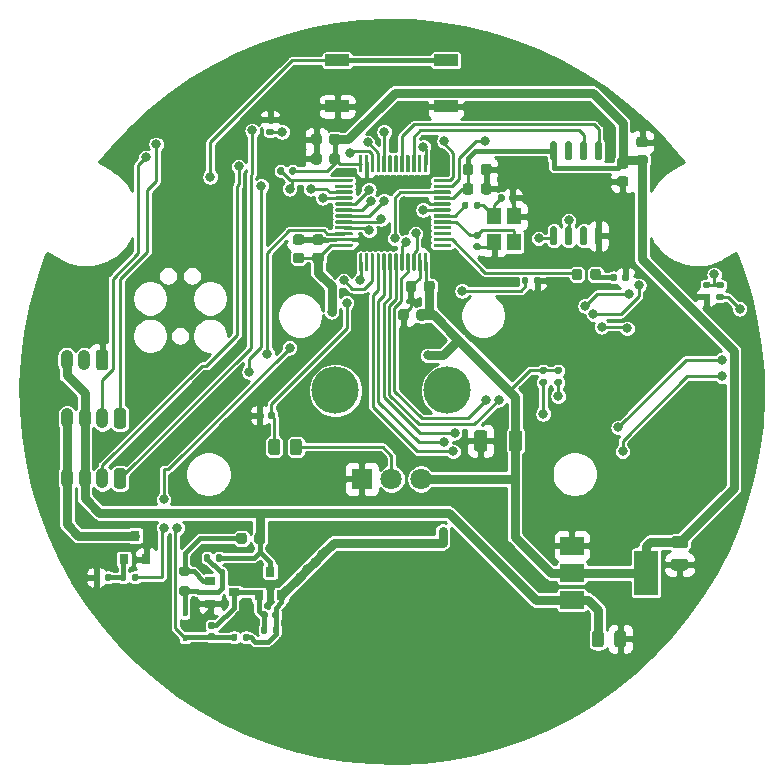
<source format=gbr>
%TF.GenerationSoftware,KiCad,Pcbnew,(5.1.9)-1*%
%TF.CreationDate,2024-04-03T16:53:24+03:00*%
%TF.ProjectId,jantteri_left,6a616e74-7465-4726-995f-6c6566742e6b,rev?*%
%TF.SameCoordinates,Original*%
%TF.FileFunction,Copper,L1,Top*%
%TF.FilePolarity,Positive*%
%FSLAX46Y46*%
G04 Gerber Fmt 4.6, Leading zero omitted, Abs format (unit mm)*
G04 Created by KiCad (PCBNEW (5.1.9)-1) date 2024-04-03 16:53:24*
%MOMM*%
%LPD*%
G01*
G04 APERTURE LIST*
%TA.AperFunction,SMDPad,CuDef*%
%ADD10R,2.000000X1.000000*%
%TD*%
%TA.AperFunction,ComponentPad*%
%ADD11O,1.030000X1.730000*%
%TD*%
%TA.AperFunction,SMDPad,CuDef*%
%ADD12R,2.000000X3.800000*%
%TD*%
%TA.AperFunction,SMDPad,CuDef*%
%ADD13R,2.000000X1.500000*%
%TD*%
%TA.AperFunction,SMDPad,CuDef*%
%ADD14R,1.200000X1.400000*%
%TD*%
%TA.AperFunction,SMDPad,CuDef*%
%ADD15R,0.450000X0.600000*%
%TD*%
%TA.AperFunction,SMDPad,CuDef*%
%ADD16R,0.800000X0.900000*%
%TD*%
%TA.AperFunction,SMDPad,CuDef*%
%ADD17R,0.900000X0.800000*%
%TD*%
%TA.AperFunction,ComponentPad*%
%ADD18O,4.000000X4.000000*%
%TD*%
%TA.AperFunction,ComponentPad*%
%ADD19C,1.800000*%
%TD*%
%TA.AperFunction,ComponentPad*%
%ADD20R,1.800000X1.800000*%
%TD*%
%TA.AperFunction,ViaPad*%
%ADD21C,0.800000*%
%TD*%
%TA.AperFunction,Conductor*%
%ADD22C,0.250000*%
%TD*%
%TA.AperFunction,Conductor*%
%ADD23C,0.400000*%
%TD*%
%TA.AperFunction,Conductor*%
%ADD24C,0.800000*%
%TD*%
%TA.AperFunction,Conductor*%
%ADD25C,0.254000*%
%TD*%
%TA.AperFunction,Conductor*%
%ADD26C,0.100000*%
%TD*%
G04 APERTURE END LIST*
D10*
%TO.P,SW1,1*%
%TO.N,/Sheet66006220/SW_B*%
X165133999Y-40497386D03*
X155933999Y-40497386D03*
%TO.P,SW1,2*%
%TO.N,GND*%
X155933999Y-44397386D03*
X165133999Y-44397386D03*
%TD*%
%TO.P,U2,1*%
%TO.N,Net-(U2-Pad1)*%
%TA.AperFunction,SMDPad,CuDef*%
G36*
G01*
X165557999Y-56088393D02*
X165557999Y-56238393D01*
G75*
G02*
X165482999Y-56313393I-75000J0D01*
G01*
X164157999Y-56313393D01*
G75*
G02*
X164082999Y-56238393I0J75000D01*
G01*
X164082999Y-56088393D01*
G75*
G02*
X164157999Y-56013393I75000J0D01*
G01*
X165482999Y-56013393D01*
G75*
G02*
X165557999Y-56088393I0J-75000D01*
G01*
G37*
%TD.AperFunction*%
%TO.P,U2,2*%
%TO.N,Net-(D1-Pad2)*%
%TA.AperFunction,SMDPad,CuDef*%
G36*
G01*
X165557999Y-55588393D02*
X165557999Y-55738393D01*
G75*
G02*
X165482999Y-55813393I-75000J0D01*
G01*
X164157999Y-55813393D01*
G75*
G02*
X164082999Y-55738393I0J75000D01*
G01*
X164082999Y-55588393D01*
G75*
G02*
X164157999Y-55513393I75000J0D01*
G01*
X165482999Y-55513393D01*
G75*
G02*
X165557999Y-55588393I0J-75000D01*
G01*
G37*
%TD.AperFunction*%
%TO.P,U2,3*%
%TO.N,Net-(U2-Pad3)*%
%TA.AperFunction,SMDPad,CuDef*%
G36*
G01*
X165557999Y-55088393D02*
X165557999Y-55238393D01*
G75*
G02*
X165482999Y-55313393I-75000J0D01*
G01*
X164157999Y-55313393D01*
G75*
G02*
X164082999Y-55238393I0J75000D01*
G01*
X164082999Y-55088393D01*
G75*
G02*
X164157999Y-55013393I75000J0D01*
G01*
X165482999Y-55013393D01*
G75*
G02*
X165557999Y-55088393I0J-75000D01*
G01*
G37*
%TD.AperFunction*%
%TO.P,U2,4*%
%TO.N,Net-(U2-Pad4)*%
%TA.AperFunction,SMDPad,CuDef*%
G36*
G01*
X165557999Y-54588393D02*
X165557999Y-54738393D01*
G75*
G02*
X165482999Y-54813393I-75000J0D01*
G01*
X164157999Y-54813393D01*
G75*
G02*
X164082999Y-54738393I0J75000D01*
G01*
X164082999Y-54588393D01*
G75*
G02*
X164157999Y-54513393I75000J0D01*
G01*
X165482999Y-54513393D01*
G75*
G02*
X165557999Y-54588393I0J-75000D01*
G01*
G37*
%TD.AperFunction*%
%TO.P,U2,5*%
%TO.N,/STM32L151C8T6A/HSE_IN*%
%TA.AperFunction,SMDPad,CuDef*%
G36*
G01*
X165557999Y-54088393D02*
X165557999Y-54238393D01*
G75*
G02*
X165482999Y-54313393I-75000J0D01*
G01*
X164157999Y-54313393D01*
G75*
G02*
X164082999Y-54238393I0J75000D01*
G01*
X164082999Y-54088393D01*
G75*
G02*
X164157999Y-54013393I75000J0D01*
G01*
X165482999Y-54013393D01*
G75*
G02*
X165557999Y-54088393I0J-75000D01*
G01*
G37*
%TD.AperFunction*%
%TO.P,U2,6*%
%TO.N,/STM32L151C8T6A/HSE_OUT*%
%TA.AperFunction,SMDPad,CuDef*%
G36*
G01*
X165557999Y-53588393D02*
X165557999Y-53738393D01*
G75*
G02*
X165482999Y-53813393I-75000J0D01*
G01*
X164157999Y-53813393D01*
G75*
G02*
X164082999Y-53738393I0J75000D01*
G01*
X164082999Y-53588393D01*
G75*
G02*
X164157999Y-53513393I75000J0D01*
G01*
X165482999Y-53513393D01*
G75*
G02*
X165557999Y-53588393I0J-75000D01*
G01*
G37*
%TD.AperFunction*%
%TO.P,U2,7*%
%TO.N,/STM32L151C8T6A/NRST*%
%TA.AperFunction,SMDPad,CuDef*%
G36*
G01*
X165557999Y-53088393D02*
X165557999Y-53238393D01*
G75*
G02*
X165482999Y-53313393I-75000J0D01*
G01*
X164157999Y-53313393D01*
G75*
G02*
X164082999Y-53238393I0J75000D01*
G01*
X164082999Y-53088393D01*
G75*
G02*
X164157999Y-53013393I75000J0D01*
G01*
X165482999Y-53013393D01*
G75*
G02*
X165557999Y-53088393I0J-75000D01*
G01*
G37*
%TD.AperFunction*%
%TO.P,U2,8*%
%TO.N,GND*%
%TA.AperFunction,SMDPad,CuDef*%
G36*
G01*
X165557999Y-52588393D02*
X165557999Y-52738393D01*
G75*
G02*
X165482999Y-52813393I-75000J0D01*
G01*
X164157999Y-52813393D01*
G75*
G02*
X164082999Y-52738393I0J75000D01*
G01*
X164082999Y-52588393D01*
G75*
G02*
X164157999Y-52513393I75000J0D01*
G01*
X165482999Y-52513393D01*
G75*
G02*
X165557999Y-52588393I0J-75000D01*
G01*
G37*
%TD.AperFunction*%
%TO.P,U2,9*%
%TO.N,+3V3*%
%TA.AperFunction,SMDPad,CuDef*%
G36*
G01*
X165557999Y-52088393D02*
X165557999Y-52238393D01*
G75*
G02*
X165482999Y-52313393I-75000J0D01*
G01*
X164157999Y-52313393D01*
G75*
G02*
X164082999Y-52238393I0J75000D01*
G01*
X164082999Y-52088393D01*
G75*
G02*
X164157999Y-52013393I75000J0D01*
G01*
X165482999Y-52013393D01*
G75*
G02*
X165557999Y-52088393I0J-75000D01*
G01*
G37*
%TD.AperFunction*%
%TO.P,U2,10*%
%TO.N,/STM32L151C8T6A/PA0*%
%TA.AperFunction,SMDPad,CuDef*%
G36*
G01*
X165557999Y-51588393D02*
X165557999Y-51738393D01*
G75*
G02*
X165482999Y-51813393I-75000J0D01*
G01*
X164157999Y-51813393D01*
G75*
G02*
X164082999Y-51738393I0J75000D01*
G01*
X164082999Y-51588393D01*
G75*
G02*
X164157999Y-51513393I75000J0D01*
G01*
X165482999Y-51513393D01*
G75*
G02*
X165557999Y-51588393I0J-75000D01*
G01*
G37*
%TD.AperFunction*%
%TO.P,U2,11*%
%TO.N,VIN_MEAS*%
%TA.AperFunction,SMDPad,CuDef*%
G36*
G01*
X165557999Y-51088393D02*
X165557999Y-51238393D01*
G75*
G02*
X165482999Y-51313393I-75000J0D01*
G01*
X164157999Y-51313393D01*
G75*
G02*
X164082999Y-51238393I0J75000D01*
G01*
X164082999Y-51088393D01*
G75*
G02*
X164157999Y-51013393I75000J0D01*
G01*
X165482999Y-51013393D01*
G75*
G02*
X165557999Y-51088393I0J-75000D01*
G01*
G37*
%TD.AperFunction*%
%TO.P,U2,12*%
%TO.N,/STM32L151C8T6A/PA2*%
%TA.AperFunction,SMDPad,CuDef*%
G36*
G01*
X165557999Y-50588393D02*
X165557999Y-50738393D01*
G75*
G02*
X165482999Y-50813393I-75000J0D01*
G01*
X164157999Y-50813393D01*
G75*
G02*
X164082999Y-50738393I0J75000D01*
G01*
X164082999Y-50588393D01*
G75*
G02*
X164157999Y-50513393I75000J0D01*
G01*
X165482999Y-50513393D01*
G75*
G02*
X165557999Y-50588393I0J-75000D01*
G01*
G37*
%TD.AperFunction*%
%TO.P,U2,13*%
%TO.N,/STM32L151C8T6A/PA3*%
%TA.AperFunction,SMDPad,CuDef*%
G36*
G01*
X163557999Y-48588393D02*
X163557999Y-49913393D01*
G75*
G02*
X163482999Y-49988393I-75000J0D01*
G01*
X163332999Y-49988393D01*
G75*
G02*
X163257999Y-49913393I0J75000D01*
G01*
X163257999Y-48588393D01*
G75*
G02*
X163332999Y-48513393I75000J0D01*
G01*
X163482999Y-48513393D01*
G75*
G02*
X163557999Y-48588393I0J-75000D01*
G01*
G37*
%TD.AperFunction*%
%TO.P,U2,14*%
%TO.N,/STM32L151C8T6A/PA4*%
%TA.AperFunction,SMDPad,CuDef*%
G36*
G01*
X163057999Y-48588393D02*
X163057999Y-49913393D01*
G75*
G02*
X162982999Y-49988393I-75000J0D01*
G01*
X162832999Y-49988393D01*
G75*
G02*
X162757999Y-49913393I0J75000D01*
G01*
X162757999Y-48588393D01*
G75*
G02*
X162832999Y-48513393I75000J0D01*
G01*
X162982999Y-48513393D01*
G75*
G02*
X163057999Y-48588393I0J-75000D01*
G01*
G37*
%TD.AperFunction*%
%TO.P,U2,15*%
%TO.N,FLASH_SCK*%
%TA.AperFunction,SMDPad,CuDef*%
G36*
G01*
X162557999Y-48588393D02*
X162557999Y-49913393D01*
G75*
G02*
X162482999Y-49988393I-75000J0D01*
G01*
X162332999Y-49988393D01*
G75*
G02*
X162257999Y-49913393I0J75000D01*
G01*
X162257999Y-48588393D01*
G75*
G02*
X162332999Y-48513393I75000J0D01*
G01*
X162482999Y-48513393D01*
G75*
G02*
X162557999Y-48588393I0J-75000D01*
G01*
G37*
%TD.AperFunction*%
%TO.P,U2,16*%
%TO.N,/STM32L151C8T6A/PA6*%
%TA.AperFunction,SMDPad,CuDef*%
G36*
G01*
X162057999Y-48588393D02*
X162057999Y-49913393D01*
G75*
G02*
X161982999Y-49988393I-75000J0D01*
G01*
X161832999Y-49988393D01*
G75*
G02*
X161757999Y-49913393I0J75000D01*
G01*
X161757999Y-48588393D01*
G75*
G02*
X161832999Y-48513393I75000J0D01*
G01*
X161982999Y-48513393D01*
G75*
G02*
X162057999Y-48588393I0J-75000D01*
G01*
G37*
%TD.AperFunction*%
%TO.P,U2,17*%
%TO.N,FLASH_DI*%
%TA.AperFunction,SMDPad,CuDef*%
G36*
G01*
X161557999Y-48588393D02*
X161557999Y-49913393D01*
G75*
G02*
X161482999Y-49988393I-75000J0D01*
G01*
X161332999Y-49988393D01*
G75*
G02*
X161257999Y-49913393I0J75000D01*
G01*
X161257999Y-48588393D01*
G75*
G02*
X161332999Y-48513393I75000J0D01*
G01*
X161482999Y-48513393D01*
G75*
G02*
X161557999Y-48588393I0J-75000D01*
G01*
G37*
%TD.AperFunction*%
%TO.P,U2,18*%
%TO.N,/STM32L151C8T6A/PB0*%
%TA.AperFunction,SMDPad,CuDef*%
G36*
G01*
X161057999Y-48588393D02*
X161057999Y-49913393D01*
G75*
G02*
X160982999Y-49988393I-75000J0D01*
G01*
X160832999Y-49988393D01*
G75*
G02*
X160757999Y-49913393I0J75000D01*
G01*
X160757999Y-48588393D01*
G75*
G02*
X160832999Y-48513393I75000J0D01*
G01*
X160982999Y-48513393D01*
G75*
G02*
X161057999Y-48588393I0J-75000D01*
G01*
G37*
%TD.AperFunction*%
%TO.P,U2,19*%
%TO.N,/STM32L151C8T6A/PB1*%
%TA.AperFunction,SMDPad,CuDef*%
G36*
G01*
X160557999Y-48588393D02*
X160557999Y-49913393D01*
G75*
G02*
X160482999Y-49988393I-75000J0D01*
G01*
X160332999Y-49988393D01*
G75*
G02*
X160257999Y-49913393I0J75000D01*
G01*
X160257999Y-48588393D01*
G75*
G02*
X160332999Y-48513393I75000J0D01*
G01*
X160482999Y-48513393D01*
G75*
G02*
X160557999Y-48588393I0J-75000D01*
G01*
G37*
%TD.AperFunction*%
%TO.P,U2,20*%
%TO.N,/STM32L151C8T6A/BOOT1*%
%TA.AperFunction,SMDPad,CuDef*%
G36*
G01*
X160057999Y-48588393D02*
X160057999Y-49913393D01*
G75*
G02*
X159982999Y-49988393I-75000J0D01*
G01*
X159832999Y-49988393D01*
G75*
G02*
X159757999Y-49913393I0J75000D01*
G01*
X159757999Y-48588393D01*
G75*
G02*
X159832999Y-48513393I75000J0D01*
G01*
X159982999Y-48513393D01*
G75*
G02*
X160057999Y-48588393I0J-75000D01*
G01*
G37*
%TD.AperFunction*%
%TO.P,U2,21*%
%TO.N,/STM32L151C8T6A/PB10*%
%TA.AperFunction,SMDPad,CuDef*%
G36*
G01*
X159557999Y-48588393D02*
X159557999Y-49913393D01*
G75*
G02*
X159482999Y-49988393I-75000J0D01*
G01*
X159332999Y-49988393D01*
G75*
G02*
X159257999Y-49913393I0J75000D01*
G01*
X159257999Y-48588393D01*
G75*
G02*
X159332999Y-48513393I75000J0D01*
G01*
X159482999Y-48513393D01*
G75*
G02*
X159557999Y-48588393I0J-75000D01*
G01*
G37*
%TD.AperFunction*%
%TO.P,U2,22*%
%TO.N,/STM32L151C8T6A/PB11*%
%TA.AperFunction,SMDPad,CuDef*%
G36*
G01*
X159057999Y-48588393D02*
X159057999Y-49913393D01*
G75*
G02*
X158982999Y-49988393I-75000J0D01*
G01*
X158832999Y-49988393D01*
G75*
G02*
X158757999Y-49913393I0J75000D01*
G01*
X158757999Y-48588393D01*
G75*
G02*
X158832999Y-48513393I75000J0D01*
G01*
X158982999Y-48513393D01*
G75*
G02*
X159057999Y-48588393I0J-75000D01*
G01*
G37*
%TD.AperFunction*%
%TO.P,U2,23*%
%TO.N,GND*%
%TA.AperFunction,SMDPad,CuDef*%
G36*
G01*
X158557999Y-48588393D02*
X158557999Y-49913393D01*
G75*
G02*
X158482999Y-49988393I-75000J0D01*
G01*
X158332999Y-49988393D01*
G75*
G02*
X158257999Y-49913393I0J75000D01*
G01*
X158257999Y-48588393D01*
G75*
G02*
X158332999Y-48513393I75000J0D01*
G01*
X158482999Y-48513393D01*
G75*
G02*
X158557999Y-48588393I0J-75000D01*
G01*
G37*
%TD.AperFunction*%
%TO.P,U2,24*%
%TO.N,+3V3*%
%TA.AperFunction,SMDPad,CuDef*%
G36*
G01*
X158057999Y-48588393D02*
X158057999Y-49913393D01*
G75*
G02*
X157982999Y-49988393I-75000J0D01*
G01*
X157832999Y-49988393D01*
G75*
G02*
X157757999Y-49913393I0J75000D01*
G01*
X157757999Y-48588393D01*
G75*
G02*
X157832999Y-48513393I75000J0D01*
G01*
X157982999Y-48513393D01*
G75*
G02*
X158057999Y-48588393I0J-75000D01*
G01*
G37*
%TD.AperFunction*%
%TO.P,U2,25*%
%TO.N,DRV_n_FAULT_OUT*%
%TA.AperFunction,SMDPad,CuDef*%
G36*
G01*
X157232999Y-50588393D02*
X157232999Y-50738393D01*
G75*
G02*
X157157999Y-50813393I-75000J0D01*
G01*
X155832999Y-50813393D01*
G75*
G02*
X155757999Y-50738393I0J75000D01*
G01*
X155757999Y-50588393D01*
G75*
G02*
X155832999Y-50513393I75000J0D01*
G01*
X157157999Y-50513393D01*
G75*
G02*
X157232999Y-50588393I0J-75000D01*
G01*
G37*
%TD.AperFunction*%
%TO.P,U2,26*%
%TO.N,/STM32L151C8T6A/PB13*%
%TA.AperFunction,SMDPad,CuDef*%
G36*
G01*
X157232999Y-51088393D02*
X157232999Y-51238393D01*
G75*
G02*
X157157999Y-51313393I-75000J0D01*
G01*
X155832999Y-51313393D01*
G75*
G02*
X155757999Y-51238393I0J75000D01*
G01*
X155757999Y-51088393D01*
G75*
G02*
X155832999Y-51013393I75000J0D01*
G01*
X157157999Y-51013393D01*
G75*
G02*
X157232999Y-51088393I0J-75000D01*
G01*
G37*
%TD.AperFunction*%
%TO.P,U2,27*%
%TO.N,MOTOR_A_OUT*%
%TA.AperFunction,SMDPad,CuDef*%
G36*
G01*
X157232999Y-51588393D02*
X157232999Y-51738393D01*
G75*
G02*
X157157999Y-51813393I-75000J0D01*
G01*
X155832999Y-51813393D01*
G75*
G02*
X155757999Y-51738393I0J75000D01*
G01*
X155757999Y-51588393D01*
G75*
G02*
X155832999Y-51513393I75000J0D01*
G01*
X157157999Y-51513393D01*
G75*
G02*
X157232999Y-51588393I0J-75000D01*
G01*
G37*
%TD.AperFunction*%
%TO.P,U2,28*%
%TO.N,LED*%
%TA.AperFunction,SMDPad,CuDef*%
G36*
G01*
X157232999Y-52088393D02*
X157232999Y-52238393D01*
G75*
G02*
X157157999Y-52313393I-75000J0D01*
G01*
X155832999Y-52313393D01*
G75*
G02*
X155757999Y-52238393I0J75000D01*
G01*
X155757999Y-52088393D01*
G75*
G02*
X155832999Y-52013393I75000J0D01*
G01*
X157157999Y-52013393D01*
G75*
G02*
X157232999Y-52088393I0J-75000D01*
G01*
G37*
%TD.AperFunction*%
%TO.P,U2,29*%
%TO.N,DRV_SLEEP_OUT*%
%TA.AperFunction,SMDPad,CuDef*%
G36*
G01*
X157232999Y-52588393D02*
X157232999Y-52738393D01*
G75*
G02*
X157157999Y-52813393I-75000J0D01*
G01*
X155832999Y-52813393D01*
G75*
G02*
X155757999Y-52738393I0J75000D01*
G01*
X155757999Y-52588393D01*
G75*
G02*
X155832999Y-52513393I75000J0D01*
G01*
X157157999Y-52513393D01*
G75*
G02*
X157232999Y-52588393I0J-75000D01*
G01*
G37*
%TD.AperFunction*%
%TO.P,U2,30*%
%TO.N,TXD_IN*%
%TA.AperFunction,SMDPad,CuDef*%
G36*
G01*
X157232999Y-53088393D02*
X157232999Y-53238393D01*
G75*
G02*
X157157999Y-53313393I-75000J0D01*
G01*
X155832999Y-53313393D01*
G75*
G02*
X155757999Y-53238393I0J75000D01*
G01*
X155757999Y-53088393D01*
G75*
G02*
X155832999Y-53013393I75000J0D01*
G01*
X157157999Y-53013393D01*
G75*
G02*
X157232999Y-53088393I0J-75000D01*
G01*
G37*
%TD.AperFunction*%
%TO.P,U2,31*%
%TO.N,RXD_IN*%
%TA.AperFunction,SMDPad,CuDef*%
G36*
G01*
X157232999Y-53588393D02*
X157232999Y-53738393D01*
G75*
G02*
X157157999Y-53813393I-75000J0D01*
G01*
X155832999Y-53813393D01*
G75*
G02*
X155757999Y-53738393I0J75000D01*
G01*
X155757999Y-53588393D01*
G75*
G02*
X155832999Y-53513393I75000J0D01*
G01*
X157157999Y-53513393D01*
G75*
G02*
X157232999Y-53588393I0J-75000D01*
G01*
G37*
%TD.AperFunction*%
%TO.P,U2,32*%
%TO.N,FLASH_DO*%
%TA.AperFunction,SMDPad,CuDef*%
G36*
G01*
X157232999Y-54088393D02*
X157232999Y-54238393D01*
G75*
G02*
X157157999Y-54313393I-75000J0D01*
G01*
X155832999Y-54313393D01*
G75*
G02*
X155757999Y-54238393I0J75000D01*
G01*
X155757999Y-54088393D01*
G75*
G02*
X155832999Y-54013393I75000J0D01*
G01*
X157157999Y-54013393D01*
G75*
G02*
X157232999Y-54088393I0J-75000D01*
G01*
G37*
%TD.AperFunction*%
%TO.P,U2,33*%
%TO.N,FLASH_CS*%
%TA.AperFunction,SMDPad,CuDef*%
G36*
G01*
X157232999Y-54588393D02*
X157232999Y-54738393D01*
G75*
G02*
X157157999Y-54813393I-75000J0D01*
G01*
X155832999Y-54813393D01*
G75*
G02*
X155757999Y-54738393I0J75000D01*
G01*
X155757999Y-54588393D01*
G75*
G02*
X155832999Y-54513393I75000J0D01*
G01*
X157157999Y-54513393D01*
G75*
G02*
X157232999Y-54588393I0J-75000D01*
G01*
G37*
%TD.AperFunction*%
%TO.P,U2,34*%
%TO.N,/STM32L151C8T6A/SWDIO*%
%TA.AperFunction,SMDPad,CuDef*%
G36*
G01*
X157232999Y-55088393D02*
X157232999Y-55238393D01*
G75*
G02*
X157157999Y-55313393I-75000J0D01*
G01*
X155832999Y-55313393D01*
G75*
G02*
X155757999Y-55238393I0J75000D01*
G01*
X155757999Y-55088393D01*
G75*
G02*
X155832999Y-55013393I75000J0D01*
G01*
X157157999Y-55013393D01*
G75*
G02*
X157232999Y-55088393I0J-75000D01*
G01*
G37*
%TD.AperFunction*%
%TO.P,U2,35*%
%TO.N,GND*%
%TA.AperFunction,SMDPad,CuDef*%
G36*
G01*
X157232999Y-55588393D02*
X157232999Y-55738393D01*
G75*
G02*
X157157999Y-55813393I-75000J0D01*
G01*
X155832999Y-55813393D01*
G75*
G02*
X155757999Y-55738393I0J75000D01*
G01*
X155757999Y-55588393D01*
G75*
G02*
X155832999Y-55513393I75000J0D01*
G01*
X157157999Y-55513393D01*
G75*
G02*
X157232999Y-55588393I0J-75000D01*
G01*
G37*
%TD.AperFunction*%
%TO.P,U2,36*%
%TO.N,+3V3*%
%TA.AperFunction,SMDPad,CuDef*%
G36*
G01*
X157232999Y-56088393D02*
X157232999Y-56238393D01*
G75*
G02*
X157157999Y-56313393I-75000J0D01*
G01*
X155832999Y-56313393D01*
G75*
G02*
X155757999Y-56238393I0J75000D01*
G01*
X155757999Y-56088393D01*
G75*
G02*
X155832999Y-56013393I75000J0D01*
G01*
X157157999Y-56013393D01*
G75*
G02*
X157232999Y-56088393I0J-75000D01*
G01*
G37*
%TD.AperFunction*%
%TO.P,U2,37*%
%TO.N,/STM32L151C8T6A/SWCLK*%
%TA.AperFunction,SMDPad,CuDef*%
G36*
G01*
X158057999Y-56913393D02*
X158057999Y-58238393D01*
G75*
G02*
X157982999Y-58313393I-75000J0D01*
G01*
X157832999Y-58313393D01*
G75*
G02*
X157757999Y-58238393I0J75000D01*
G01*
X157757999Y-56913393D01*
G75*
G02*
X157832999Y-56838393I75000J0D01*
G01*
X157982999Y-56838393D01*
G75*
G02*
X158057999Y-56913393I0J-75000D01*
G01*
G37*
%TD.AperFunction*%
%TO.P,U2,38*%
%TO.N,/STM32L151C8T6A/PA15*%
%TA.AperFunction,SMDPad,CuDef*%
G36*
G01*
X158557999Y-56913393D02*
X158557999Y-58238393D01*
G75*
G02*
X158482999Y-58313393I-75000J0D01*
G01*
X158332999Y-58313393D01*
G75*
G02*
X158257999Y-58238393I0J75000D01*
G01*
X158257999Y-56913393D01*
G75*
G02*
X158332999Y-56838393I75000J0D01*
G01*
X158482999Y-56838393D01*
G75*
G02*
X158557999Y-56913393I0J-75000D01*
G01*
G37*
%TD.AperFunction*%
%TO.P,U2,39*%
%TO.N,/STM32L151C8T6A/SWO*%
%TA.AperFunction,SMDPad,CuDef*%
G36*
G01*
X159057999Y-56913393D02*
X159057999Y-58238393D01*
G75*
G02*
X158982999Y-58313393I-75000J0D01*
G01*
X158832999Y-58313393D01*
G75*
G02*
X158757999Y-58238393I0J75000D01*
G01*
X158757999Y-56913393D01*
G75*
G02*
X158832999Y-56838393I75000J0D01*
G01*
X158982999Y-56838393D01*
G75*
G02*
X159057999Y-56913393I0J-75000D01*
G01*
G37*
%TD.AperFunction*%
%TO.P,U2,40*%
%TO.N,STAT1_IN*%
%TA.AperFunction,SMDPad,CuDef*%
G36*
G01*
X159557999Y-56913393D02*
X159557999Y-58238393D01*
G75*
G02*
X159482999Y-58313393I-75000J0D01*
G01*
X159332999Y-58313393D01*
G75*
G02*
X159257999Y-58238393I0J75000D01*
G01*
X159257999Y-56913393D01*
G75*
G02*
X159332999Y-56838393I75000J0D01*
G01*
X159482999Y-56838393D01*
G75*
G02*
X159557999Y-56913393I0J-75000D01*
G01*
G37*
%TD.AperFunction*%
%TO.P,U2,41*%
%TO.N,STAT2_IN*%
%TA.AperFunction,SMDPad,CuDef*%
G36*
G01*
X160057999Y-56913393D02*
X160057999Y-58238393D01*
G75*
G02*
X159982999Y-58313393I-75000J0D01*
G01*
X159832999Y-58313393D01*
G75*
G02*
X159757999Y-58238393I0J75000D01*
G01*
X159757999Y-56913393D01*
G75*
G02*
X159832999Y-56838393I75000J0D01*
G01*
X159982999Y-56838393D01*
G75*
G02*
X160057999Y-56913393I0J-75000D01*
G01*
G37*
%TD.AperFunction*%
%TO.P,U2,42*%
%TO.N,SCL_IN*%
%TA.AperFunction,SMDPad,CuDef*%
G36*
G01*
X160557999Y-56913393D02*
X160557999Y-58238393D01*
G75*
G02*
X160482999Y-58313393I-75000J0D01*
G01*
X160332999Y-58313393D01*
G75*
G02*
X160257999Y-58238393I0J75000D01*
G01*
X160257999Y-56913393D01*
G75*
G02*
X160332999Y-56838393I75000J0D01*
G01*
X160482999Y-56838393D01*
G75*
G02*
X160557999Y-56913393I0J-75000D01*
G01*
G37*
%TD.AperFunction*%
%TO.P,U2,43*%
%TO.N,SDA_IN*%
%TA.AperFunction,SMDPad,CuDef*%
G36*
G01*
X161057999Y-56913393D02*
X161057999Y-58238393D01*
G75*
G02*
X160982999Y-58313393I-75000J0D01*
G01*
X160832999Y-58313393D01*
G75*
G02*
X160757999Y-58238393I0J75000D01*
G01*
X160757999Y-56913393D01*
G75*
G02*
X160832999Y-56838393I75000J0D01*
G01*
X160982999Y-56838393D01*
G75*
G02*
X161057999Y-56913393I0J-75000D01*
G01*
G37*
%TD.AperFunction*%
%TO.P,U2,44*%
%TO.N,/STM32L151C8T6A/BOOT0*%
%TA.AperFunction,SMDPad,CuDef*%
G36*
G01*
X161557999Y-56913393D02*
X161557999Y-58238393D01*
G75*
G02*
X161482999Y-58313393I-75000J0D01*
G01*
X161332999Y-58313393D01*
G75*
G02*
X161257999Y-58238393I0J75000D01*
G01*
X161257999Y-56913393D01*
G75*
G02*
X161332999Y-56838393I75000J0D01*
G01*
X161482999Y-56838393D01*
G75*
G02*
X161557999Y-56913393I0J-75000D01*
G01*
G37*
%TD.AperFunction*%
%TO.P,U2,45*%
%TO.N,MOTOR_B_OUT*%
%TA.AperFunction,SMDPad,CuDef*%
G36*
G01*
X162057999Y-56913393D02*
X162057999Y-58238393D01*
G75*
G02*
X161982999Y-58313393I-75000J0D01*
G01*
X161832999Y-58313393D01*
G75*
G02*
X161757999Y-58238393I0J75000D01*
G01*
X161757999Y-56913393D01*
G75*
G02*
X161832999Y-56838393I75000J0D01*
G01*
X161982999Y-56838393D01*
G75*
G02*
X162057999Y-56913393I0J-75000D01*
G01*
G37*
%TD.AperFunction*%
%TO.P,U2,46*%
%TO.N,PERIPHERAL_EN*%
%TA.AperFunction,SMDPad,CuDef*%
G36*
G01*
X162557999Y-56913393D02*
X162557999Y-58238393D01*
G75*
G02*
X162482999Y-58313393I-75000J0D01*
G01*
X162332999Y-58313393D01*
G75*
G02*
X162257999Y-58238393I0J75000D01*
G01*
X162257999Y-56913393D01*
G75*
G02*
X162332999Y-56838393I75000J0D01*
G01*
X162482999Y-56838393D01*
G75*
G02*
X162557999Y-56913393I0J-75000D01*
G01*
G37*
%TD.AperFunction*%
%TO.P,U2,47*%
%TO.N,GND*%
%TA.AperFunction,SMDPad,CuDef*%
G36*
G01*
X163057999Y-56913393D02*
X163057999Y-58238393D01*
G75*
G02*
X162982999Y-58313393I-75000J0D01*
G01*
X162832999Y-58313393D01*
G75*
G02*
X162757999Y-58238393I0J75000D01*
G01*
X162757999Y-56913393D01*
G75*
G02*
X162832999Y-56838393I75000J0D01*
G01*
X162982999Y-56838393D01*
G75*
G02*
X163057999Y-56913393I0J-75000D01*
G01*
G37*
%TD.AperFunction*%
%TO.P,U2,48*%
%TO.N,+3V3*%
%TA.AperFunction,SMDPad,CuDef*%
G36*
G01*
X163557999Y-56913393D02*
X163557999Y-58238393D01*
G75*
G02*
X163482999Y-58313393I-75000J0D01*
G01*
X163332999Y-58313393D01*
G75*
G02*
X163257999Y-58238393I0J75000D01*
G01*
X163257999Y-56913393D01*
G75*
G02*
X163332999Y-56838393I75000J0D01*
G01*
X163482999Y-56838393D01*
G75*
G02*
X163557999Y-56913393I0J-75000D01*
G01*
G37*
%TD.AperFunction*%
%TD*%
%TO.P,C4,1*%
%TO.N,+3V3*%
%TA.AperFunction,SMDPad,CuDef*%
G36*
G01*
X171597999Y-72067392D02*
X171597999Y-73367394D01*
G75*
G02*
X171348000Y-73617393I-249999J0D01*
G01*
X170697998Y-73617393D01*
G75*
G02*
X170447999Y-73367394I0J249999D01*
G01*
X170447999Y-72067392D01*
G75*
G02*
X170697998Y-71817393I249999J0D01*
G01*
X171348000Y-71817393D01*
G75*
G02*
X171597999Y-72067392I0J-249999D01*
G01*
G37*
%TD.AperFunction*%
%TO.P,C4,2*%
%TO.N,GND*%
%TA.AperFunction,SMDPad,CuDef*%
G36*
G01*
X168647999Y-72067392D02*
X168647999Y-73367394D01*
G75*
G02*
X168398000Y-73617393I-249999J0D01*
G01*
X167747998Y-73617393D01*
G75*
G02*
X167497999Y-73367394I0J249999D01*
G01*
X167497999Y-72067392D01*
G75*
G02*
X167747998Y-71817393I249999J0D01*
G01*
X168398000Y-71817393D01*
G75*
G02*
X168647999Y-72067392I0J-249999D01*
G01*
G37*
%TD.AperFunction*%
%TD*%
%TO.P,C5,1*%
%TO.N,+3V3*%
%TA.AperFunction,SMDPad,CuDef*%
G36*
G01*
X166544999Y-51631393D02*
X166544999Y-51131393D01*
G75*
G02*
X166769999Y-50906393I225000J0D01*
G01*
X167219999Y-50906393D01*
G75*
G02*
X167444999Y-51131393I0J-225000D01*
G01*
X167444999Y-51631393D01*
G75*
G02*
X167219999Y-51856393I-225000J0D01*
G01*
X166769999Y-51856393D01*
G75*
G02*
X166544999Y-51631393I0J225000D01*
G01*
G37*
%TD.AperFunction*%
%TO.P,C5,2*%
%TO.N,GND*%
%TA.AperFunction,SMDPad,CuDef*%
G36*
G01*
X168094999Y-51631393D02*
X168094999Y-51131393D01*
G75*
G02*
X168319999Y-50906393I225000J0D01*
G01*
X168769999Y-50906393D01*
G75*
G02*
X168994999Y-51131393I0J-225000D01*
G01*
X168994999Y-51631393D01*
G75*
G02*
X168769999Y-51856393I-225000J0D01*
G01*
X168319999Y-51856393D01*
G75*
G02*
X168094999Y-51631393I0J225000D01*
G01*
G37*
%TD.AperFunction*%
%TD*%
%TO.P,C6,1*%
%TO.N,+3V3*%
%TA.AperFunction,SMDPad,CuDef*%
G36*
G01*
X166544999Y-49980393D02*
X166544999Y-49480393D01*
G75*
G02*
X166769999Y-49255393I225000J0D01*
G01*
X167219999Y-49255393D01*
G75*
G02*
X167444999Y-49480393I0J-225000D01*
G01*
X167444999Y-49980393D01*
G75*
G02*
X167219999Y-50205393I-225000J0D01*
G01*
X166769999Y-50205393D01*
G75*
G02*
X166544999Y-49980393I0J225000D01*
G01*
G37*
%TD.AperFunction*%
%TO.P,C6,2*%
%TO.N,GND*%
%TA.AperFunction,SMDPad,CuDef*%
G36*
G01*
X168094999Y-49980393D02*
X168094999Y-49480393D01*
G75*
G02*
X168319999Y-49255393I225000J0D01*
G01*
X168769999Y-49255393D01*
G75*
G02*
X168994999Y-49480393I0J-225000D01*
G01*
X168994999Y-49980393D01*
G75*
G02*
X168769999Y-50205393I-225000J0D01*
G01*
X168319999Y-50205393D01*
G75*
G02*
X168094999Y-49980393I0J225000D01*
G01*
G37*
%TD.AperFunction*%
%TD*%
%TO.P,C7,2*%
%TO.N,GND*%
%TA.AperFunction,SMDPad,CuDef*%
G36*
G01*
X154617999Y-48591393D02*
X154617999Y-49091393D01*
G75*
G02*
X154392999Y-49316393I-225000J0D01*
G01*
X153942999Y-49316393D01*
G75*
G02*
X153717999Y-49091393I0J225000D01*
G01*
X153717999Y-48591393D01*
G75*
G02*
X153942999Y-48366393I225000J0D01*
G01*
X154392999Y-48366393D01*
G75*
G02*
X154617999Y-48591393I0J-225000D01*
G01*
G37*
%TD.AperFunction*%
%TO.P,C7,1*%
%TO.N,+3V3*%
%TA.AperFunction,SMDPad,CuDef*%
G36*
G01*
X156167999Y-48591393D02*
X156167999Y-49091393D01*
G75*
G02*
X155942999Y-49316393I-225000J0D01*
G01*
X155492999Y-49316393D01*
G75*
G02*
X155267999Y-49091393I0J225000D01*
G01*
X155267999Y-48591393D01*
G75*
G02*
X155492999Y-48366393I225000J0D01*
G01*
X155942999Y-48366393D01*
G75*
G02*
X156167999Y-48591393I0J-225000D01*
G01*
G37*
%TD.AperFunction*%
%TD*%
%TO.P,C8,1*%
%TO.N,+3V3*%
%TA.AperFunction,SMDPad,CuDef*%
G36*
G01*
X156167999Y-46940393D02*
X156167999Y-47440393D01*
G75*
G02*
X155942999Y-47665393I-225000J0D01*
G01*
X155492999Y-47665393D01*
G75*
G02*
X155267999Y-47440393I0J225000D01*
G01*
X155267999Y-46940393D01*
G75*
G02*
X155492999Y-46715393I225000J0D01*
G01*
X155942999Y-46715393D01*
G75*
G02*
X156167999Y-46940393I0J-225000D01*
G01*
G37*
%TD.AperFunction*%
%TO.P,C8,2*%
%TO.N,GND*%
%TA.AperFunction,SMDPad,CuDef*%
G36*
G01*
X154617999Y-46940393D02*
X154617999Y-47440393D01*
G75*
G02*
X154392999Y-47665393I-225000J0D01*
G01*
X153942999Y-47665393D01*
G75*
G02*
X153717999Y-47440393I0J225000D01*
G01*
X153717999Y-46940393D01*
G75*
G02*
X153942999Y-46715393I225000J0D01*
G01*
X154392999Y-46715393D01*
G75*
G02*
X154617999Y-46940393I0J-225000D01*
G01*
G37*
%TD.AperFunction*%
%TD*%
%TO.P,C9,2*%
%TO.N,GND*%
%TA.AperFunction,SMDPad,CuDef*%
G36*
G01*
X162618999Y-59386393D02*
X162618999Y-59886393D01*
G75*
G02*
X162393999Y-60111393I-225000J0D01*
G01*
X161943999Y-60111393D01*
G75*
G02*
X161718999Y-59886393I0J225000D01*
G01*
X161718999Y-59386393D01*
G75*
G02*
X161943999Y-59161393I225000J0D01*
G01*
X162393999Y-59161393D01*
G75*
G02*
X162618999Y-59386393I0J-225000D01*
G01*
G37*
%TD.AperFunction*%
%TO.P,C9,1*%
%TO.N,+3V3*%
%TA.AperFunction,SMDPad,CuDef*%
G36*
G01*
X164168999Y-59386393D02*
X164168999Y-59886393D01*
G75*
G02*
X163943999Y-60111393I-225000J0D01*
G01*
X163493999Y-60111393D01*
G75*
G02*
X163268999Y-59886393I0J225000D01*
G01*
X163268999Y-59386393D01*
G75*
G02*
X163493999Y-59161393I225000J0D01*
G01*
X163943999Y-59161393D01*
G75*
G02*
X164168999Y-59386393I0J-225000D01*
G01*
G37*
%TD.AperFunction*%
%TD*%
%TO.P,C10,1*%
%TO.N,+3V3*%
%TA.AperFunction,SMDPad,CuDef*%
G36*
G01*
X163533999Y-61799393D02*
X163533999Y-62299393D01*
G75*
G02*
X163308999Y-62524393I-225000J0D01*
G01*
X162858999Y-62524393D01*
G75*
G02*
X162633999Y-62299393I0J225000D01*
G01*
X162633999Y-61799393D01*
G75*
G02*
X162858999Y-61574393I225000J0D01*
G01*
X163308999Y-61574393D01*
G75*
G02*
X163533999Y-61799393I0J-225000D01*
G01*
G37*
%TD.AperFunction*%
%TO.P,C10,2*%
%TO.N,GND*%
%TA.AperFunction,SMDPad,CuDef*%
G36*
G01*
X161983999Y-61799393D02*
X161983999Y-62299393D01*
G75*
G02*
X161758999Y-62524393I-225000J0D01*
G01*
X161308999Y-62524393D01*
G75*
G02*
X161083999Y-62299393I0J225000D01*
G01*
X161083999Y-61799393D01*
G75*
G02*
X161308999Y-61574393I225000J0D01*
G01*
X161758999Y-61574393D01*
G75*
G02*
X161983999Y-61799393I0J-225000D01*
G01*
G37*
%TD.AperFunction*%
%TD*%
%TO.P,C11,2*%
%TO.N,GND*%
%TA.AperFunction,SMDPad,CuDef*%
G36*
G01*
X154557999Y-56123393D02*
X154057999Y-56123393D01*
G75*
G02*
X153832999Y-55898393I0J225000D01*
G01*
X153832999Y-55448393D01*
G75*
G02*
X154057999Y-55223393I225000J0D01*
G01*
X154557999Y-55223393D01*
G75*
G02*
X154782999Y-55448393I0J-225000D01*
G01*
X154782999Y-55898393D01*
G75*
G02*
X154557999Y-56123393I-225000J0D01*
G01*
G37*
%TD.AperFunction*%
%TO.P,C11,1*%
%TO.N,+3V3*%
%TA.AperFunction,SMDPad,CuDef*%
G36*
G01*
X154557999Y-57673393D02*
X154057999Y-57673393D01*
G75*
G02*
X153832999Y-57448393I0J225000D01*
G01*
X153832999Y-56998393D01*
G75*
G02*
X154057999Y-56773393I225000J0D01*
G01*
X154557999Y-56773393D01*
G75*
G02*
X154782999Y-56998393I0J-225000D01*
G01*
X154782999Y-57448393D01*
G75*
G02*
X154557999Y-57673393I-225000J0D01*
G01*
G37*
%TD.AperFunction*%
%TD*%
%TO.P,C12,2*%
%TO.N,GND*%
%TA.AperFunction,SMDPad,CuDef*%
G36*
G01*
X152906999Y-56123393D02*
X152406999Y-56123393D01*
G75*
G02*
X152181999Y-55898393I0J225000D01*
G01*
X152181999Y-55448393D01*
G75*
G02*
X152406999Y-55223393I225000J0D01*
G01*
X152906999Y-55223393D01*
G75*
G02*
X153131999Y-55448393I0J-225000D01*
G01*
X153131999Y-55898393D01*
G75*
G02*
X152906999Y-56123393I-225000J0D01*
G01*
G37*
%TD.AperFunction*%
%TO.P,C12,1*%
%TO.N,+3V3*%
%TA.AperFunction,SMDPad,CuDef*%
G36*
G01*
X152906999Y-57673393D02*
X152406999Y-57673393D01*
G75*
G02*
X152181999Y-57448393I0J225000D01*
G01*
X152181999Y-56998393D01*
G75*
G02*
X152406999Y-56773393I225000J0D01*
G01*
X152906999Y-56773393D01*
G75*
G02*
X153131999Y-56998393I0J-225000D01*
G01*
X153131999Y-57448393D01*
G75*
G02*
X152906999Y-57673393I-225000J0D01*
G01*
G37*
%TD.AperFunction*%
%TD*%
%TO.P,C13,1*%
%TO.N,/STM32L151C8T6A/HSE_IN*%
%TA.AperFunction,SMDPad,CuDef*%
G36*
G01*
X167599999Y-55038393D02*
X167939999Y-55038393D01*
G75*
G02*
X168079999Y-55178393I0J-140000D01*
G01*
X168079999Y-55458393D01*
G75*
G02*
X167939999Y-55598393I-140000J0D01*
G01*
X167599999Y-55598393D01*
G75*
G02*
X167459999Y-55458393I0J140000D01*
G01*
X167459999Y-55178393D01*
G75*
G02*
X167599999Y-55038393I140000J0D01*
G01*
G37*
%TD.AperFunction*%
%TO.P,C13,2*%
%TO.N,GND*%
%TA.AperFunction,SMDPad,CuDef*%
G36*
G01*
X167599999Y-55998393D02*
X167939999Y-55998393D01*
G75*
G02*
X168079999Y-56138393I0J-140000D01*
G01*
X168079999Y-56418393D01*
G75*
G02*
X167939999Y-56558393I-140000J0D01*
G01*
X167599999Y-56558393D01*
G75*
G02*
X167459999Y-56418393I0J140000D01*
G01*
X167459999Y-56138393D01*
G75*
G02*
X167599999Y-55998393I140000J0D01*
G01*
G37*
%TD.AperFunction*%
%TD*%
%TO.P,C14,1*%
%TO.N,Net-(C14-Pad1)*%
%TA.AperFunction,SMDPad,CuDef*%
G36*
G01*
X169549999Y-52313393D02*
X169549999Y-51973393D01*
G75*
G02*
X169689999Y-51833393I140000J0D01*
G01*
X169969999Y-51833393D01*
G75*
G02*
X170109999Y-51973393I0J-140000D01*
G01*
X170109999Y-52313393D01*
G75*
G02*
X169969999Y-52453393I-140000J0D01*
G01*
X169689999Y-52453393D01*
G75*
G02*
X169549999Y-52313393I0J140000D01*
G01*
G37*
%TD.AperFunction*%
%TO.P,C14,2*%
%TO.N,GND*%
%TA.AperFunction,SMDPad,CuDef*%
G36*
G01*
X170509999Y-52313393D02*
X170509999Y-51973393D01*
G75*
G02*
X170649999Y-51833393I140000J0D01*
G01*
X170929999Y-51833393D01*
G75*
G02*
X171069999Y-51973393I0J-140000D01*
G01*
X171069999Y-52313393D01*
G75*
G02*
X170929999Y-52453393I-140000J0D01*
G01*
X170649999Y-52453393D01*
G75*
G02*
X170509999Y-52313393I0J140000D01*
G01*
G37*
%TD.AperFunction*%
%TD*%
%TO.P,C1,1*%
%TO.N,+5V*%
%TA.AperFunction,SMDPad,CuDef*%
G36*
G01*
X177495999Y-89956393D02*
X177495999Y-89006393D01*
G75*
G02*
X177745999Y-88756393I250000J0D01*
G01*
X178245999Y-88756393D01*
G75*
G02*
X178495999Y-89006393I0J-250000D01*
G01*
X178495999Y-89956393D01*
G75*
G02*
X178245999Y-90206393I-250000J0D01*
G01*
X177745999Y-90206393D01*
G75*
G02*
X177495999Y-89956393I0J250000D01*
G01*
G37*
%TD.AperFunction*%
%TO.P,C1,2*%
%TO.N,GND*%
%TA.AperFunction,SMDPad,CuDef*%
G36*
G01*
X179395999Y-89956393D02*
X179395999Y-89006393D01*
G75*
G02*
X179645999Y-88756393I250000J0D01*
G01*
X180145999Y-88756393D01*
G75*
G02*
X180395999Y-89006393I0J-250000D01*
G01*
X180395999Y-89956393D01*
G75*
G02*
X180145999Y-90206393I-250000J0D01*
G01*
X179645999Y-90206393D01*
G75*
G02*
X179395999Y-89956393I0J250000D01*
G01*
G37*
%TD.AperFunction*%
%TD*%
%TO.P,C2,1*%
%TO.N,+3V3*%
%TA.AperFunction,SMDPad,CuDef*%
G36*
G01*
X184439999Y-80792393D02*
X185389999Y-80792393D01*
G75*
G02*
X185639999Y-81042393I0J-250000D01*
G01*
X185639999Y-81542393D01*
G75*
G02*
X185389999Y-81792393I-250000J0D01*
G01*
X184439999Y-81792393D01*
G75*
G02*
X184189999Y-81542393I0J250000D01*
G01*
X184189999Y-81042393D01*
G75*
G02*
X184439999Y-80792393I250000J0D01*
G01*
G37*
%TD.AperFunction*%
%TO.P,C2,2*%
%TO.N,GND*%
%TA.AperFunction,SMDPad,CuDef*%
G36*
G01*
X184439999Y-82692393D02*
X185389999Y-82692393D01*
G75*
G02*
X185639999Y-82942393I0J-250000D01*
G01*
X185639999Y-83442393D01*
G75*
G02*
X185389999Y-83692393I-250000J0D01*
G01*
X184439999Y-83692393D01*
G75*
G02*
X184189999Y-83442393I0J250000D01*
G01*
X184189999Y-82942393D01*
G75*
G02*
X184439999Y-82692393I250000J0D01*
G01*
G37*
%TD.AperFunction*%
%TD*%
%TO.P,D1,1*%
%TO.N,Net-(D1-Pad1)*%
%TA.AperFunction,SMDPad,CuDef*%
G36*
G01*
X178240499Y-58364143D02*
X178240499Y-58876643D01*
G75*
G02*
X178021749Y-59095393I-218750J0D01*
G01*
X177584249Y-59095393D01*
G75*
G02*
X177365499Y-58876643I0J218750D01*
G01*
X177365499Y-58364143D01*
G75*
G02*
X177584249Y-58145393I218750J0D01*
G01*
X178021749Y-58145393D01*
G75*
G02*
X178240499Y-58364143I0J-218750D01*
G01*
G37*
%TD.AperFunction*%
%TO.P,D1,2*%
%TO.N,Net-(D1-Pad2)*%
%TA.AperFunction,SMDPad,CuDef*%
G36*
G01*
X176665499Y-58364143D02*
X176665499Y-58876643D01*
G75*
G02*
X176446749Y-59095393I-218750J0D01*
G01*
X176009249Y-59095393D01*
G75*
G02*
X175790499Y-58876643I0J218750D01*
G01*
X175790499Y-58364143D01*
G75*
G02*
X176009249Y-58145393I218750J0D01*
G01*
X176446749Y-58145393D01*
G75*
G02*
X176665499Y-58364143I0J-218750D01*
G01*
G37*
%TD.AperFunction*%
%TD*%
%TO.P,J5,1*%
%TO.N,/STM32L151C8T6A/PA2*%
%TA.AperFunction,ComponentPad*%
G36*
G01*
X138058999Y-75277392D02*
X138058999Y-76507394D01*
G75*
G02*
X137809000Y-76757393I-249999J0D01*
G01*
X137278998Y-76757393D01*
G75*
G02*
X137028999Y-76507394I0J249999D01*
G01*
X137028999Y-75277392D01*
G75*
G02*
X137278998Y-75027393I249999J0D01*
G01*
X137809000Y-75027393D01*
G75*
G02*
X138058999Y-75277392I0J-249999D01*
G01*
G37*
%TD.AperFunction*%
D11*
%TO.P,J5,2*%
%TO.N,/STM32L151C8T6A/PA3*%
X136043999Y-75892393D03*
%TO.P,J5,3*%
%TO.N,+5V*%
X134543999Y-75892393D03*
%TO.P,J5,4*%
%TO.N,PERIPHERAL_GND*%
X133043999Y-75892393D03*
%TD*%
%TO.P,J4,4*%
%TO.N,PERIPHERAL_GND*%
X133043999Y-70812393D03*
%TO.P,J4,3*%
%TO.N,+5V*%
X134543999Y-70812393D03*
%TO.P,J4,2*%
%TO.N,/STM32L151C8T6A/PB11*%
X136043999Y-70812393D03*
%TO.P,J4,1*%
%TO.N,/STM32L151C8T6A/PB10*%
%TA.AperFunction,ComponentPad*%
G36*
G01*
X138058999Y-70197392D02*
X138058999Y-71427394D01*
G75*
G02*
X137809000Y-71677393I-249999J0D01*
G01*
X137278998Y-71677393D01*
G75*
G02*
X137028999Y-71427394I0J249999D01*
G01*
X137028999Y-70197392D01*
G75*
G02*
X137278998Y-69947393I249999J0D01*
G01*
X137809000Y-69947393D01*
G75*
G02*
X138058999Y-70197392I0J-249999D01*
G01*
G37*
%TD.AperFunction*%
%TD*%
%TO.P,R6,2*%
%TO.N,Net-(C14-Pad1)*%
%TA.AperFunction,SMDPad,CuDef*%
G36*
G01*
X167501999Y-52963393D02*
X167501999Y-52593393D01*
G75*
G02*
X167636999Y-52458393I135000J0D01*
G01*
X167906999Y-52458393D01*
G75*
G02*
X168041999Y-52593393I0J-135000D01*
G01*
X168041999Y-52963393D01*
G75*
G02*
X167906999Y-53098393I-135000J0D01*
G01*
X167636999Y-53098393D01*
G75*
G02*
X167501999Y-52963393I0J135000D01*
G01*
G37*
%TD.AperFunction*%
%TO.P,R6,1*%
%TO.N,/STM32L151C8T6A/HSE_OUT*%
%TA.AperFunction,SMDPad,CuDef*%
G36*
G01*
X166481999Y-52963393D02*
X166481999Y-52593393D01*
G75*
G02*
X166616999Y-52458393I135000J0D01*
G01*
X166886999Y-52458393D01*
G75*
G02*
X167021999Y-52593393I0J-135000D01*
G01*
X167021999Y-52963393D01*
G75*
G02*
X166886999Y-53098393I-135000J0D01*
G01*
X166616999Y-53098393D01*
G75*
G02*
X166481999Y-52963393I0J135000D01*
G01*
G37*
%TD.AperFunction*%
%TD*%
%TO.P,R7,2*%
%TO.N,Net-(D1-Pad1)*%
%TA.AperFunction,SMDPad,CuDef*%
G36*
G01*
X179594999Y-58689393D02*
X179594999Y-59059393D01*
G75*
G02*
X179459999Y-59194393I-135000J0D01*
G01*
X179189999Y-59194393D01*
G75*
G02*
X179054999Y-59059393I0J135000D01*
G01*
X179054999Y-58689393D01*
G75*
G02*
X179189999Y-58554393I135000J0D01*
G01*
X179459999Y-58554393D01*
G75*
G02*
X179594999Y-58689393I0J-135000D01*
G01*
G37*
%TD.AperFunction*%
%TO.P,R7,1*%
%TO.N,GND*%
%TA.AperFunction,SMDPad,CuDef*%
G36*
G01*
X180614999Y-58689393D02*
X180614999Y-59059393D01*
G75*
G02*
X180479999Y-59194393I-135000J0D01*
G01*
X180209999Y-59194393D01*
G75*
G02*
X180074999Y-59059393I0J135000D01*
G01*
X180074999Y-58689393D01*
G75*
G02*
X180209999Y-58554393I135000J0D01*
G01*
X180479999Y-58554393D01*
G75*
G02*
X180614999Y-58689393I0J-135000D01*
G01*
G37*
%TD.AperFunction*%
%TD*%
%TO.P,R8,2*%
%TO.N,GND*%
%TA.AperFunction,SMDPad,CuDef*%
G36*
G01*
X172579999Y-59313393D02*
X172579999Y-58943393D01*
G75*
G02*
X172714999Y-58808393I135000J0D01*
G01*
X172984999Y-58808393D01*
G75*
G02*
X173119999Y-58943393I0J-135000D01*
G01*
X173119999Y-59313393D01*
G75*
G02*
X172984999Y-59448393I-135000J0D01*
G01*
X172714999Y-59448393D01*
G75*
G02*
X172579999Y-59313393I0J135000D01*
G01*
G37*
%TD.AperFunction*%
%TO.P,R8,1*%
%TO.N,/STM32L151C8T6A/BOOT0*%
%TA.AperFunction,SMDPad,CuDef*%
G36*
G01*
X171559999Y-59313393D02*
X171559999Y-58943393D01*
G75*
G02*
X171694999Y-58808393I135000J0D01*
G01*
X171964999Y-58808393D01*
G75*
G02*
X172099999Y-58943393I0J-135000D01*
G01*
X172099999Y-59313393D01*
G75*
G02*
X171964999Y-59448393I-135000J0D01*
G01*
X171694999Y-59448393D01*
G75*
G02*
X171559999Y-59313393I0J135000D01*
G01*
G37*
%TD.AperFunction*%
%TD*%
%TO.P,R9,1*%
%TO.N,/STM32L151C8T6A/BOOT1*%
%TA.AperFunction,SMDPad,CuDef*%
G36*
G01*
X150428999Y-46825393D02*
X150058999Y-46825393D01*
G75*
G02*
X149923999Y-46690393I0J135000D01*
G01*
X149923999Y-46420393D01*
G75*
G02*
X150058999Y-46285393I135000J0D01*
G01*
X150428999Y-46285393D01*
G75*
G02*
X150563999Y-46420393I0J-135000D01*
G01*
X150563999Y-46690393D01*
G75*
G02*
X150428999Y-46825393I-135000J0D01*
G01*
G37*
%TD.AperFunction*%
%TO.P,R9,2*%
%TO.N,GND*%
%TA.AperFunction,SMDPad,CuDef*%
G36*
G01*
X150428999Y-45805393D02*
X150058999Y-45805393D01*
G75*
G02*
X149923999Y-45670393I0J135000D01*
G01*
X149923999Y-45400393D01*
G75*
G02*
X150058999Y-45265393I135000J0D01*
G01*
X150428999Y-45265393D01*
G75*
G02*
X150563999Y-45400393I0J-135000D01*
G01*
X150563999Y-45670393D01*
G75*
G02*
X150428999Y-45805393I-135000J0D01*
G01*
G37*
%TD.AperFunction*%
%TD*%
%TO.P,R5,1*%
%TO.N,/STM32L151C8T6A/PA0*%
%TA.AperFunction,SMDPad,CuDef*%
G36*
G01*
X150088999Y-73675394D02*
X150088999Y-72775392D01*
G75*
G02*
X150338998Y-72525393I249999J0D01*
G01*
X150864000Y-72525393D01*
G75*
G02*
X151113999Y-72775392I0J-249999D01*
G01*
X151113999Y-73675394D01*
G75*
G02*
X150864000Y-73925393I-249999J0D01*
G01*
X150338998Y-73925393D01*
G75*
G02*
X150088999Y-73675394I0J249999D01*
G01*
G37*
%TD.AperFunction*%
%TO.P,R5,2*%
%TO.N,Net-(R5-Pad2)*%
%TA.AperFunction,SMDPad,CuDef*%
G36*
G01*
X151913999Y-73675394D02*
X151913999Y-72775392D01*
G75*
G02*
X152163998Y-72525393I249999J0D01*
G01*
X152689000Y-72525393D01*
G75*
G02*
X152938999Y-72775392I0J-249999D01*
G01*
X152938999Y-73675394D01*
G75*
G02*
X152689000Y-73925393I-249999J0D01*
G01*
X152163998Y-73925393D01*
G75*
G02*
X151913999Y-73675394I0J249999D01*
G01*
G37*
%TD.AperFunction*%
%TD*%
D12*
%TO.P,U1,2*%
%TO.N,+3V3*%
X182095999Y-83893393D03*
D13*
X175795999Y-83893393D03*
%TO.P,U1,3*%
%TO.N,+5V*%
X175795999Y-86193393D03*
%TO.P,U1,1*%
%TO.N,GND*%
X175795999Y-81593393D03*
%TD*%
D14*
%TO.P,Y1,1*%
%TO.N,/STM32L151C8T6A/HSE_IN*%
X170905999Y-55910393D03*
%TO.P,Y1,2*%
%TO.N,GND*%
X170905999Y-53710393D03*
%TO.P,Y1,3*%
%TO.N,Net-(C14-Pad1)*%
X169205999Y-53710393D03*
%TO.P,Y1,4*%
%TO.N,GND*%
X169205999Y-55910393D03*
%TD*%
%TO.P,C3,1*%
%TO.N,/STM32L151C8T6A/PA0*%
%TA.AperFunction,SMDPad,CuDef*%
G36*
G01*
X150622999Y-70388393D02*
X150622999Y-70728393D01*
G75*
G02*
X150482999Y-70868393I-140000J0D01*
G01*
X150202999Y-70868393D01*
G75*
G02*
X150062999Y-70728393I0J140000D01*
G01*
X150062999Y-70388393D01*
G75*
G02*
X150202999Y-70248393I140000J0D01*
G01*
X150482999Y-70248393D01*
G75*
G02*
X150622999Y-70388393I0J-140000D01*
G01*
G37*
%TD.AperFunction*%
%TO.P,C3,2*%
%TO.N,GND*%
%TA.AperFunction,SMDPad,CuDef*%
G36*
G01*
X149662999Y-70388393D02*
X149662999Y-70728393D01*
G75*
G02*
X149522999Y-70868393I-140000J0D01*
G01*
X149242999Y-70868393D01*
G75*
G02*
X149102999Y-70728393I0J140000D01*
G01*
X149102999Y-70388393D01*
G75*
G02*
X149242999Y-70248393I140000J0D01*
G01*
X149522999Y-70248393D01*
G75*
G02*
X149662999Y-70388393I0J-140000D01*
G01*
G37*
%TD.AperFunction*%
%TD*%
%TO.P,C17,2*%
%TO.N,Net-(C17-Pad2)*%
%TA.AperFunction,SMDPad,CuDef*%
G36*
G01*
X150043999Y-87279393D02*
X150043999Y-87619393D01*
G75*
G02*
X149903999Y-87759393I-140000J0D01*
G01*
X149623999Y-87759393D01*
G75*
G02*
X149483999Y-87619393I0J140000D01*
G01*
X149483999Y-87279393D01*
G75*
G02*
X149623999Y-87139393I140000J0D01*
G01*
X149903999Y-87139393D01*
G75*
G02*
X150043999Y-87279393I0J-140000D01*
G01*
G37*
%TD.AperFunction*%
%TO.P,C17,1*%
%TO.N,/Sheet65FF0824/5V*%
%TA.AperFunction,SMDPad,CuDef*%
G36*
G01*
X151003999Y-87279393D02*
X151003999Y-87619393D01*
G75*
G02*
X150863999Y-87759393I-140000J0D01*
G01*
X150583999Y-87759393D01*
G75*
G02*
X150443999Y-87619393I0J140000D01*
G01*
X150443999Y-87279393D01*
G75*
G02*
X150583999Y-87139393I140000J0D01*
G01*
X150863999Y-87139393D01*
G75*
G02*
X151003999Y-87279393I0J-140000D01*
G01*
G37*
%TD.AperFunction*%
%TD*%
%TO.P,C18,1*%
%TO.N,/Sheet66006220/SW_B*%
%TA.AperFunction,SMDPad,CuDef*%
G36*
G01*
X145460999Y-89578393D02*
X145120999Y-89578393D01*
G75*
G02*
X144980999Y-89438393I0J140000D01*
G01*
X144980999Y-89158393D01*
G75*
G02*
X145120999Y-89018393I140000J0D01*
G01*
X145460999Y-89018393D01*
G75*
G02*
X145600999Y-89158393I0J-140000D01*
G01*
X145600999Y-89438393D01*
G75*
G02*
X145460999Y-89578393I-140000J0D01*
G01*
G37*
%TD.AperFunction*%
%TO.P,C18,2*%
%TO.N,Net-(C17-Pad2)*%
%TA.AperFunction,SMDPad,CuDef*%
G36*
G01*
X145460999Y-88618393D02*
X145120999Y-88618393D01*
G75*
G02*
X144980999Y-88478393I0J140000D01*
G01*
X144980999Y-88198393D01*
G75*
G02*
X145120999Y-88058393I140000J0D01*
G01*
X145460999Y-88058393D01*
G75*
G02*
X145600999Y-88198393I0J-140000D01*
G01*
X145600999Y-88478393D01*
G75*
G02*
X145460999Y-88618393I-140000J0D01*
G01*
G37*
%TD.AperFunction*%
%TD*%
%TO.P,C19,1*%
%TO.N,+5V*%
%TA.AperFunction,SMDPad,CuDef*%
G36*
G01*
X149817999Y-80722393D02*
X149817999Y-81222393D01*
G75*
G02*
X149592999Y-81447393I-225000J0D01*
G01*
X149142999Y-81447393D01*
G75*
G02*
X148917999Y-81222393I0J225000D01*
G01*
X148917999Y-80722393D01*
G75*
G02*
X149142999Y-80497393I225000J0D01*
G01*
X149592999Y-80497393D01*
G75*
G02*
X149817999Y-80722393I0J-225000D01*
G01*
G37*
%TD.AperFunction*%
%TO.P,C19,2*%
%TO.N,Net-(C19-Pad2)*%
%TA.AperFunction,SMDPad,CuDef*%
G36*
G01*
X148267999Y-80722393D02*
X148267999Y-81222393D01*
G75*
G02*
X148042999Y-81447393I-225000J0D01*
G01*
X147592999Y-81447393D01*
G75*
G02*
X147367999Y-81222393I0J225000D01*
G01*
X147367999Y-80722393D01*
G75*
G02*
X147592999Y-80497393I225000J0D01*
G01*
X148042999Y-80497393D01*
G75*
G02*
X148267999Y-80722393I0J-225000D01*
G01*
G37*
%TD.AperFunction*%
%TD*%
D15*
%TO.P,D3,1*%
%TO.N,/Sheet66006220/SW_B*%
X143004999Y-89388393D03*
%TO.P,D3,2*%
%TO.N,Net-(D3-Pad2)*%
X143004999Y-87288393D03*
%TD*%
%TO.P,J2,1*%
%TO.N,GND*%
%TA.AperFunction,ComponentPad*%
G36*
G01*
X136534999Y-65244392D02*
X136534999Y-66474394D01*
G75*
G02*
X136285000Y-66724393I-249999J0D01*
G01*
X135754998Y-66724393D01*
G75*
G02*
X135504999Y-66474394I0J249999D01*
G01*
X135504999Y-65244392D01*
G75*
G02*
X135754998Y-64994393I249999J0D01*
G01*
X136285000Y-64994393D01*
G75*
G02*
X136534999Y-65244392I0J-249999D01*
G01*
G37*
%TD.AperFunction*%
D11*
%TO.P,J2,2*%
%TO.N,LED*%
X134519999Y-65859393D03*
%TO.P,J2,3*%
%TO.N,+5V*%
X133019999Y-65859393D03*
%TD*%
D16*
%TO.P,Q1,1*%
%TO.N,Net-(Q1-Pad1)*%
X137863999Y-82734393D03*
%TO.P,Q1,2*%
%TO.N,GND*%
X139763999Y-82734393D03*
%TO.P,Q1,3*%
%TO.N,PERIPHERAL_GND*%
X138813999Y-80734393D03*
%TD*%
%TO.P,Q2,1*%
%TO.N,Net-(C17-Pad2)*%
X149293999Y-85782393D03*
%TO.P,Q2,2*%
%TO.N,/Sheet65FF0824/5V*%
X151193999Y-85782393D03*
%TO.P,Q2,3*%
%TO.N,+5V*%
X150243999Y-83782393D03*
%TD*%
D17*
%TO.P,Q3,3*%
%TO.N,Net-(C17-Pad2)*%
X147179999Y-85544393D03*
%TO.P,Q3,2*%
%TO.N,GND*%
X145179999Y-86494393D03*
%TO.P,Q3,1*%
%TO.N,Net-(C19-Pad2)*%
X145179999Y-84594393D03*
%TD*%
%TO.P,R1,1*%
%TO.N,Net-(Q1-Pad1)*%
%TA.AperFunction,SMDPad,CuDef*%
G36*
G01*
X137525999Y-84459393D02*
X137525999Y-84089393D01*
G75*
G02*
X137660999Y-83954393I135000J0D01*
G01*
X137930999Y-83954393D01*
G75*
G02*
X138065999Y-84089393I0J-135000D01*
G01*
X138065999Y-84459393D01*
G75*
G02*
X137930999Y-84594393I-135000J0D01*
G01*
X137660999Y-84594393D01*
G75*
G02*
X137525999Y-84459393I0J135000D01*
G01*
G37*
%TD.AperFunction*%
%TO.P,R1,2*%
%TO.N,PERIPHERAL_EN*%
%TA.AperFunction,SMDPad,CuDef*%
G36*
G01*
X138545999Y-84459393D02*
X138545999Y-84089393D01*
G75*
G02*
X138680999Y-83954393I135000J0D01*
G01*
X138950999Y-83954393D01*
G75*
G02*
X139085999Y-84089393I0J-135000D01*
G01*
X139085999Y-84459393D01*
G75*
G02*
X138950999Y-84594393I-135000J0D01*
G01*
X138680999Y-84594393D01*
G75*
G02*
X138545999Y-84459393I0J135000D01*
G01*
G37*
%TD.AperFunction*%
%TD*%
%TO.P,R2,2*%
%TO.N,Net-(Q1-Pad1)*%
%TA.AperFunction,SMDPad,CuDef*%
G36*
G01*
X136259999Y-84459393D02*
X136259999Y-84089393D01*
G75*
G02*
X136394999Y-83954393I135000J0D01*
G01*
X136664999Y-83954393D01*
G75*
G02*
X136799999Y-84089393I0J-135000D01*
G01*
X136799999Y-84459393D01*
G75*
G02*
X136664999Y-84594393I-135000J0D01*
G01*
X136394999Y-84594393D01*
G75*
G02*
X136259999Y-84459393I0J135000D01*
G01*
G37*
%TD.AperFunction*%
%TO.P,R2,1*%
%TO.N,GND*%
%TA.AperFunction,SMDPad,CuDef*%
G36*
G01*
X135239999Y-84459393D02*
X135239999Y-84089393D01*
G75*
G02*
X135374999Y-83954393I135000J0D01*
G01*
X135644999Y-83954393D01*
G75*
G02*
X135779999Y-84089393I0J-135000D01*
G01*
X135779999Y-84459393D01*
G75*
G02*
X135644999Y-84594393I-135000J0D01*
G01*
X135374999Y-84594393D01*
G75*
G02*
X135239999Y-84459393I0J135000D01*
G01*
G37*
%TD.AperFunction*%
%TD*%
%TO.P,R3,1*%
%TO.N,VIN_MEAS*%
%TA.AperFunction,SMDPad,CuDef*%
G36*
G01*
X188158999Y-59237393D02*
X188528999Y-59237393D01*
G75*
G02*
X188663999Y-59372393I0J-135000D01*
G01*
X188663999Y-59642393D01*
G75*
G02*
X188528999Y-59777393I-135000J0D01*
G01*
X188158999Y-59777393D01*
G75*
G02*
X188023999Y-59642393I0J135000D01*
G01*
X188023999Y-59372393D01*
G75*
G02*
X188158999Y-59237393I135000J0D01*
G01*
G37*
%TD.AperFunction*%
%TO.P,R3,2*%
%TO.N,V_SYSTEM_IN*%
%TA.AperFunction,SMDPad,CuDef*%
G36*
G01*
X188158999Y-60257393D02*
X188528999Y-60257393D01*
G75*
G02*
X188663999Y-60392393I0J-135000D01*
G01*
X188663999Y-60662393D01*
G75*
G02*
X188528999Y-60797393I-135000J0D01*
G01*
X188158999Y-60797393D01*
G75*
G02*
X188023999Y-60662393I0J135000D01*
G01*
X188023999Y-60392393D01*
G75*
G02*
X188158999Y-60257393I135000J0D01*
G01*
G37*
%TD.AperFunction*%
%TD*%
%TO.P,R4,2*%
%TO.N,VIN_MEAS*%
%TA.AperFunction,SMDPad,CuDef*%
G36*
G01*
X187385999Y-59777393D02*
X187015999Y-59777393D01*
G75*
G02*
X186880999Y-59642393I0J135000D01*
G01*
X186880999Y-59372393D01*
G75*
G02*
X187015999Y-59237393I135000J0D01*
G01*
X187385999Y-59237393D01*
G75*
G02*
X187520999Y-59372393I0J-135000D01*
G01*
X187520999Y-59642393D01*
G75*
G02*
X187385999Y-59777393I-135000J0D01*
G01*
G37*
%TD.AperFunction*%
%TO.P,R4,1*%
%TO.N,GND*%
%TA.AperFunction,SMDPad,CuDef*%
G36*
G01*
X187385999Y-60797393D02*
X187015999Y-60797393D01*
G75*
G02*
X186880999Y-60662393I0J135000D01*
G01*
X186880999Y-60392393D01*
G75*
G02*
X187015999Y-60257393I135000J0D01*
G01*
X187385999Y-60257393D01*
G75*
G02*
X187520999Y-60392393I0J-135000D01*
G01*
X187520999Y-60662393D01*
G75*
G02*
X187385999Y-60797393I-135000J0D01*
G01*
G37*
%TD.AperFunction*%
%TD*%
%TO.P,R10,2*%
%TO.N,/Sheet65FF0824/5V*%
%TA.AperFunction,SMDPad,CuDef*%
G36*
G01*
X150483999Y-88904393D02*
X150483999Y-88534393D01*
G75*
G02*
X150618999Y-88399393I135000J0D01*
G01*
X150888999Y-88399393D01*
G75*
G02*
X151023999Y-88534393I0J-135000D01*
G01*
X151023999Y-88904393D01*
G75*
G02*
X150888999Y-89039393I-135000J0D01*
G01*
X150618999Y-89039393D01*
G75*
G02*
X150483999Y-88904393I0J135000D01*
G01*
G37*
%TD.AperFunction*%
%TO.P,R10,1*%
%TO.N,Net-(C17-Pad2)*%
%TA.AperFunction,SMDPad,CuDef*%
G36*
G01*
X149463999Y-88904393D02*
X149463999Y-88534393D01*
G75*
G02*
X149598999Y-88399393I135000J0D01*
G01*
X149868999Y-88399393D01*
G75*
G02*
X150003999Y-88534393I0J-135000D01*
G01*
X150003999Y-88904393D01*
G75*
G02*
X149868999Y-89039393I-135000J0D01*
G01*
X149598999Y-89039393D01*
G75*
G02*
X149463999Y-88904393I0J135000D01*
G01*
G37*
%TD.AperFunction*%
%TD*%
%TO.P,R11,1*%
%TO.N,/Sheet66006220/SW_B*%
%TA.AperFunction,SMDPad,CuDef*%
G36*
G01*
X146923999Y-89539393D02*
X146923999Y-89169393D01*
G75*
G02*
X147058999Y-89034393I135000J0D01*
G01*
X147328999Y-89034393D01*
G75*
G02*
X147463999Y-89169393I0J-135000D01*
G01*
X147463999Y-89539393D01*
G75*
G02*
X147328999Y-89674393I-135000J0D01*
G01*
X147058999Y-89674393D01*
G75*
G02*
X146923999Y-89539393I0J135000D01*
G01*
G37*
%TD.AperFunction*%
%TO.P,R11,2*%
%TO.N,/Sheet65FF0824/5V*%
%TA.AperFunction,SMDPad,CuDef*%
G36*
G01*
X147943999Y-89539393D02*
X147943999Y-89169393D01*
G75*
G02*
X148078999Y-89034393I135000J0D01*
G01*
X148348999Y-89034393D01*
G75*
G02*
X148483999Y-89169393I0J-135000D01*
G01*
X148483999Y-89539393D01*
G75*
G02*
X148348999Y-89674393I-135000J0D01*
G01*
X148078999Y-89674393D01*
G75*
G02*
X147943999Y-89539393I0J135000D01*
G01*
G37*
%TD.AperFunction*%
%TD*%
%TO.P,R12,1*%
%TO.N,Net-(D3-Pad2)*%
%TA.AperFunction,SMDPad,CuDef*%
G36*
G01*
X144637999Y-82808393D02*
X144637999Y-82438393D01*
G75*
G02*
X144772999Y-82303393I135000J0D01*
G01*
X145042999Y-82303393D01*
G75*
G02*
X145177999Y-82438393I0J-135000D01*
G01*
X145177999Y-82808393D01*
G75*
G02*
X145042999Y-82943393I-135000J0D01*
G01*
X144772999Y-82943393D01*
G75*
G02*
X144637999Y-82808393I0J135000D01*
G01*
G37*
%TD.AperFunction*%
%TO.P,R12,2*%
%TO.N,+5V*%
%TA.AperFunction,SMDPad,CuDef*%
G36*
G01*
X145657999Y-82808393D02*
X145657999Y-82438393D01*
G75*
G02*
X145792999Y-82303393I135000J0D01*
G01*
X146062999Y-82303393D01*
G75*
G02*
X146197999Y-82438393I0J-135000D01*
G01*
X146197999Y-82808393D01*
G75*
G02*
X146062999Y-82943393I-135000J0D01*
G01*
X145792999Y-82943393D01*
G75*
G02*
X145657999Y-82808393I0J135000D01*
G01*
G37*
%TD.AperFunction*%
%TD*%
%TO.P,R13,1*%
%TO.N,Net-(D3-Pad2)*%
%TA.AperFunction,SMDPad,CuDef*%
G36*
G01*
X143279999Y-85817393D02*
X142729999Y-85817393D01*
G75*
G02*
X142529999Y-85617393I0J200000D01*
G01*
X142529999Y-85217393D01*
G75*
G02*
X142729999Y-85017393I200000J0D01*
G01*
X143279999Y-85017393D01*
G75*
G02*
X143479999Y-85217393I0J-200000D01*
G01*
X143479999Y-85617393D01*
G75*
G02*
X143279999Y-85817393I-200000J0D01*
G01*
G37*
%TD.AperFunction*%
%TO.P,R13,2*%
%TO.N,Net-(C19-Pad2)*%
%TA.AperFunction,SMDPad,CuDef*%
G36*
G01*
X143279999Y-84167393D02*
X142729999Y-84167393D01*
G75*
G02*
X142529999Y-83967393I0J200000D01*
G01*
X142529999Y-83567393D01*
G75*
G02*
X142729999Y-83367393I200000J0D01*
G01*
X143279999Y-83367393D01*
G75*
G02*
X143479999Y-83567393I0J-200000D01*
G01*
X143479999Y-83967393D01*
G75*
G02*
X143279999Y-84167393I-200000J0D01*
G01*
G37*
%TD.AperFunction*%
%TD*%
D18*
%TO.P,RV1,*%
%TO.N,*%
X165266399Y-68443193D03*
X155766399Y-68443193D03*
D19*
%TO.P,RV1,3*%
%TO.N,+3V3*%
X163016399Y-75943193D03*
%TO.P,RV1,2*%
%TO.N,Net-(R5-Pad2)*%
X160516399Y-75943193D03*
D20*
%TO.P,RV1,1*%
%TO.N,GND*%
X158016399Y-75943193D03*
%TD*%
%TO.P,C20,2*%
%TO.N,GND*%
%TA.AperFunction,SMDPad,CuDef*%
G36*
G01*
X181989999Y-47868393D02*
X181489999Y-47868393D01*
G75*
G02*
X181264999Y-47643393I0J225000D01*
G01*
X181264999Y-47193393D01*
G75*
G02*
X181489999Y-46968393I225000J0D01*
G01*
X181989999Y-46968393D01*
G75*
G02*
X182214999Y-47193393I0J-225000D01*
G01*
X182214999Y-47643393D01*
G75*
G02*
X181989999Y-47868393I-225000J0D01*
G01*
G37*
%TD.AperFunction*%
%TO.P,C20,1*%
%TO.N,+3V3*%
%TA.AperFunction,SMDPad,CuDef*%
G36*
G01*
X181989999Y-49418393D02*
X181489999Y-49418393D01*
G75*
G02*
X181264999Y-49193393I0J225000D01*
G01*
X181264999Y-48743393D01*
G75*
G02*
X181489999Y-48518393I225000J0D01*
G01*
X181989999Y-48518393D01*
G75*
G02*
X182214999Y-48743393I0J-225000D01*
G01*
X182214999Y-49193393D01*
G75*
G02*
X181989999Y-49418393I-225000J0D01*
G01*
G37*
%TD.AperFunction*%
%TD*%
%TO.P,C21,1*%
%TO.N,+3V3*%
%TA.AperFunction,SMDPad,CuDef*%
G36*
G01*
X179838999Y-48759393D02*
X180338999Y-48759393D01*
G75*
G02*
X180563999Y-48984393I0J-225000D01*
G01*
X180563999Y-49434393D01*
G75*
G02*
X180338999Y-49659393I-225000J0D01*
G01*
X179838999Y-49659393D01*
G75*
G02*
X179613999Y-49434393I0J225000D01*
G01*
X179613999Y-48984393D01*
G75*
G02*
X179838999Y-48759393I225000J0D01*
G01*
G37*
%TD.AperFunction*%
%TO.P,C21,2*%
%TO.N,GND*%
%TA.AperFunction,SMDPad,CuDef*%
G36*
G01*
X179838999Y-50309393D02*
X180338999Y-50309393D01*
G75*
G02*
X180563999Y-50534393I0J-225000D01*
G01*
X180563999Y-50984393D01*
G75*
G02*
X180338999Y-51209393I-225000J0D01*
G01*
X179838999Y-51209393D01*
G75*
G02*
X179613999Y-50984393I0J225000D01*
G01*
X179613999Y-50534393D01*
G75*
G02*
X179838999Y-50309393I225000J0D01*
G01*
G37*
%TD.AperFunction*%
%TD*%
%TO.P,U4,1*%
%TO.N,FLASH_CS*%
%TA.AperFunction,SMDPad,CuDef*%
G36*
G01*
X174396999Y-56162393D02*
X174096999Y-56162393D01*
G75*
G02*
X173946999Y-56012393I0J150000D01*
G01*
X173946999Y-54712393D01*
G75*
G02*
X174096999Y-54562393I150000J0D01*
G01*
X174396999Y-54562393D01*
G75*
G02*
X174546999Y-54712393I0J-150000D01*
G01*
X174546999Y-56012393D01*
G75*
G02*
X174396999Y-56162393I-150000J0D01*
G01*
G37*
%TD.AperFunction*%
%TO.P,U4,2*%
%TO.N,FLASH_DO*%
%TA.AperFunction,SMDPad,CuDef*%
G36*
G01*
X175666999Y-56162393D02*
X175366999Y-56162393D01*
G75*
G02*
X175216999Y-56012393I0J150000D01*
G01*
X175216999Y-54712393D01*
G75*
G02*
X175366999Y-54562393I150000J0D01*
G01*
X175666999Y-54562393D01*
G75*
G02*
X175816999Y-54712393I0J-150000D01*
G01*
X175816999Y-56012393D01*
G75*
G02*
X175666999Y-56162393I-150000J0D01*
G01*
G37*
%TD.AperFunction*%
%TO.P,U4,3*%
%TO.N,Net-(U4-Pad3)*%
%TA.AperFunction,SMDPad,CuDef*%
G36*
G01*
X176936999Y-56162393D02*
X176636999Y-56162393D01*
G75*
G02*
X176486999Y-56012393I0J150000D01*
G01*
X176486999Y-54712393D01*
G75*
G02*
X176636999Y-54562393I150000J0D01*
G01*
X176936999Y-54562393D01*
G75*
G02*
X177086999Y-54712393I0J-150000D01*
G01*
X177086999Y-56012393D01*
G75*
G02*
X176936999Y-56162393I-150000J0D01*
G01*
G37*
%TD.AperFunction*%
%TO.P,U4,4*%
%TO.N,GND*%
%TA.AperFunction,SMDPad,CuDef*%
G36*
G01*
X178206999Y-56162393D02*
X177906999Y-56162393D01*
G75*
G02*
X177756999Y-56012393I0J150000D01*
G01*
X177756999Y-54712393D01*
G75*
G02*
X177906999Y-54562393I150000J0D01*
G01*
X178206999Y-54562393D01*
G75*
G02*
X178356999Y-54712393I0J-150000D01*
G01*
X178356999Y-56012393D01*
G75*
G02*
X178206999Y-56162393I-150000J0D01*
G01*
G37*
%TD.AperFunction*%
%TO.P,U4,5*%
%TO.N,FLASH_DI*%
%TA.AperFunction,SMDPad,CuDef*%
G36*
G01*
X178206999Y-48962393D02*
X177906999Y-48962393D01*
G75*
G02*
X177756999Y-48812393I0J150000D01*
G01*
X177756999Y-47512393D01*
G75*
G02*
X177906999Y-47362393I150000J0D01*
G01*
X178206999Y-47362393D01*
G75*
G02*
X178356999Y-47512393I0J-150000D01*
G01*
X178356999Y-48812393D01*
G75*
G02*
X178206999Y-48962393I-150000J0D01*
G01*
G37*
%TD.AperFunction*%
%TO.P,U4,6*%
%TO.N,FLASH_SCK*%
%TA.AperFunction,SMDPad,CuDef*%
G36*
G01*
X176936999Y-48962393D02*
X176636999Y-48962393D01*
G75*
G02*
X176486999Y-48812393I0J150000D01*
G01*
X176486999Y-47512393D01*
G75*
G02*
X176636999Y-47362393I150000J0D01*
G01*
X176936999Y-47362393D01*
G75*
G02*
X177086999Y-47512393I0J-150000D01*
G01*
X177086999Y-48812393D01*
G75*
G02*
X176936999Y-48962393I-150000J0D01*
G01*
G37*
%TD.AperFunction*%
%TO.P,U4,7*%
%TO.N,Net-(U4-Pad7)*%
%TA.AperFunction,SMDPad,CuDef*%
G36*
G01*
X175666999Y-48962393D02*
X175366999Y-48962393D01*
G75*
G02*
X175216999Y-48812393I0J150000D01*
G01*
X175216999Y-47512393D01*
G75*
G02*
X175366999Y-47362393I150000J0D01*
G01*
X175666999Y-47362393D01*
G75*
G02*
X175816999Y-47512393I0J-150000D01*
G01*
X175816999Y-48812393D01*
G75*
G02*
X175666999Y-48962393I-150000J0D01*
G01*
G37*
%TD.AperFunction*%
%TO.P,U4,8*%
%TO.N,+3V3*%
%TA.AperFunction,SMDPad,CuDef*%
G36*
G01*
X174396999Y-48962393D02*
X174096999Y-48962393D01*
G75*
G02*
X173946999Y-48812393I0J150000D01*
G01*
X173946999Y-47512393D01*
G75*
G02*
X174096999Y-47362393I150000J0D01*
G01*
X174396999Y-47362393D01*
G75*
G02*
X174546999Y-47512393I0J-150000D01*
G01*
X174546999Y-48812393D01*
G75*
G02*
X174396999Y-48962393I-150000J0D01*
G01*
G37*
%TD.AperFunction*%
%TD*%
%TO.P,R14,2*%
%TO.N,+3V3*%
%TA.AperFunction,SMDPad,CuDef*%
G36*
G01*
X173542999Y-67014393D02*
X173172999Y-67014393D01*
G75*
G02*
X173037999Y-66879393I0J135000D01*
G01*
X173037999Y-66609393D01*
G75*
G02*
X173172999Y-66474393I135000J0D01*
G01*
X173542999Y-66474393D01*
G75*
G02*
X173677999Y-66609393I0J-135000D01*
G01*
X173677999Y-66879393D01*
G75*
G02*
X173542999Y-67014393I-135000J0D01*
G01*
G37*
%TD.AperFunction*%
%TO.P,R14,1*%
%TO.N,SCL_IN*%
%TA.AperFunction,SMDPad,CuDef*%
G36*
G01*
X173542999Y-68034393D02*
X173172999Y-68034393D01*
G75*
G02*
X173037999Y-67899393I0J135000D01*
G01*
X173037999Y-67629393D01*
G75*
G02*
X173172999Y-67494393I135000J0D01*
G01*
X173542999Y-67494393D01*
G75*
G02*
X173677999Y-67629393I0J-135000D01*
G01*
X173677999Y-67899393D01*
G75*
G02*
X173542999Y-68034393I-135000J0D01*
G01*
G37*
%TD.AperFunction*%
%TD*%
%TO.P,R15,2*%
%TO.N,+3V3*%
%TA.AperFunction,SMDPad,CuDef*%
G36*
G01*
X174812999Y-67014393D02*
X174442999Y-67014393D01*
G75*
G02*
X174307999Y-66879393I0J135000D01*
G01*
X174307999Y-66609393D01*
G75*
G02*
X174442999Y-66474393I135000J0D01*
G01*
X174812999Y-66474393D01*
G75*
G02*
X174947999Y-66609393I0J-135000D01*
G01*
X174947999Y-66879393D01*
G75*
G02*
X174812999Y-67014393I-135000J0D01*
G01*
G37*
%TD.AperFunction*%
%TO.P,R15,1*%
%TO.N,SDA_IN*%
%TA.AperFunction,SMDPad,CuDef*%
G36*
G01*
X174812999Y-68034393D02*
X174442999Y-68034393D01*
G75*
G02*
X174307999Y-67899393I0J135000D01*
G01*
X174307999Y-67629393D01*
G75*
G02*
X174442999Y-67494393I135000J0D01*
G01*
X174812999Y-67494393D01*
G75*
G02*
X174947999Y-67629393I0J-135000D01*
G01*
X174947999Y-67899393D01*
G75*
G02*
X174812999Y-68034393I-135000J0D01*
G01*
G37*
%TD.AperFunction*%
%TD*%
%TO.P,R16,1*%
%TO.N,DRV_n_FAULT_OUT*%
%TA.AperFunction,SMDPad,CuDef*%
G36*
G01*
X150860999Y-50042393D02*
X150860999Y-49672393D01*
G75*
G02*
X150995999Y-49537393I135000J0D01*
G01*
X151265999Y-49537393D01*
G75*
G02*
X151400999Y-49672393I0J-135000D01*
G01*
X151400999Y-50042393D01*
G75*
G02*
X151265999Y-50177393I-135000J0D01*
G01*
X150995999Y-50177393D01*
G75*
G02*
X150860999Y-50042393I0J135000D01*
G01*
G37*
%TD.AperFunction*%
%TO.P,R16,2*%
%TO.N,+3V3*%
%TA.AperFunction,SMDPad,CuDef*%
G36*
G01*
X151880999Y-50042393D02*
X151880999Y-49672393D01*
G75*
G02*
X152015999Y-49537393I135000J0D01*
G01*
X152285999Y-49537393D01*
G75*
G02*
X152420999Y-49672393I0J-135000D01*
G01*
X152420999Y-50042393D01*
G75*
G02*
X152285999Y-50177393I-135000J0D01*
G01*
X152015999Y-50177393D01*
G75*
G02*
X151880999Y-50042393I0J135000D01*
G01*
G37*
%TD.AperFunction*%
%TD*%
D21*
%TO.N,/STM32L151C8T6A/BOOT0*%
X161743188Y-55870029D03*
X166499999Y-60017393D03*
%TO.N,/STM32L151C8T6A/BOOT1*%
X159895999Y-46555393D03*
X151259999Y-46555393D03*
%TO.N,/STM32L151C8T6A/NRST*%
X163197999Y-53159393D03*
%TO.N,/STM32L151C8T6A/PA0*%
X160784999Y-55572393D03*
X156720999Y-61033393D03*
%TO.N,/STM32L151C8T6A/PA2*%
X164975999Y-47317393D03*
X148719999Y-46428393D03*
%TO.N,/STM32L151C8T6A/PA3*%
X163197999Y-47825393D03*
X147576999Y-49476393D03*
%TO.N,/STM32L151C8T6A/PB10*%
X158498999Y-47444393D03*
X140591999Y-47608393D03*
%TO.N,/STM32L151C8T6A/SWDIO*%
X149989999Y-65351393D03*
%TO.N,/STM32L151C8T6A/SWCLK*%
X157863999Y-59128393D03*
%TO.N,/STM32L151C8T6A/SWO*%
X156466999Y-59128393D03*
%TO.N,GND*%
X161546999Y-52434393D03*
X172722999Y-57096393D03*
X156339999Y-57604393D03*
X161292999Y-45031393D03*
X171071999Y-44777393D03*
X153926999Y-75765393D03*
X151259999Y-75765393D03*
X168277999Y-40332393D03*
%TO.N,+3V3*%
X163578999Y-65478393D03*
X155450999Y-61795393D03*
%TO.N,GND*%
X173484999Y-52778393D03*
X144909999Y-55699393D03*
X164975999Y-48714393D03*
X171325999Y-49095393D03*
X177802999Y-51381393D03*
X179834999Y-53413393D03*
X165737999Y-57096393D03*
X143893999Y-88211393D03*
X162689999Y-63954393D03*
X165356999Y-60906393D03*
X166372999Y-58747393D03*
X171833999Y-63319393D03*
X177802999Y-65605393D03*
X182374999Y-77035393D03*
X184660999Y-74241393D03*
X188089999Y-74622393D03*
X189613999Y-59509393D03*
X183771999Y-48841393D03*
X173230999Y-41094393D03*
X160022999Y-38046393D03*
X157609999Y-42364393D03*
X147449999Y-41729393D03*
X143004999Y-45031393D03*
X141861999Y-51508393D03*
X132082999Y-61668393D03*
X130558999Y-68272393D03*
X130939999Y-77416393D03*
X133606999Y-82750393D03*
X139448999Y-87068393D03*
X148846999Y-94053393D03*
X152529999Y-88084393D03*
X158117999Y-93799393D03*
X170309999Y-95958393D03*
X173230999Y-89989393D03*
X173738999Y-78686393D03*
X168912999Y-78178393D03*
X158371999Y-71574393D03*
X162308999Y-67510393D03*
X169420999Y-65097393D03*
X150624999Y-54683393D03*
X150878999Y-63700393D03*
X144274999Y-67764393D03*
X139702999Y-76273393D03*
X151386999Y-81607393D03*
X156847999Y-79956393D03*
X145290999Y-79956393D03*
X148084999Y-83512393D03*
X148465999Y-87068393D03*
X179199999Y-82242393D03*
X178818999Y-85417393D03*
X185549999Y-86179393D03*
X182120999Y-90497393D03*
X175643999Y-92529393D03*
X173738999Y-96085393D03*
X177675999Y-71320393D03*
X175516999Y-71320393D03*
X182755999Y-61795393D03*
X174881999Y-57223393D03*
X179072999Y-46555393D03*
X140210999Y-67256393D03*
X138686999Y-73352393D03*
X147957999Y-73098393D03*
X148084999Y-76527393D03*
X143893999Y-82623393D03*
X145925999Y-91513393D03*
X141734999Y-91132393D03*
X168785999Y-90624393D03*
%TO.N,V_SYSTEM_IN*%
X189994999Y-61541393D03*
%TO.N,/Sheet65FF0824/5V*%
X154647999Y-82328393D03*
X154012999Y-82963393D03*
X153377999Y-83598393D03*
X152742999Y-84233393D03*
%TO.N,/Sheet66006220/SW_B*%
X142369999Y-80083393D03*
X148465999Y-66875393D03*
X149481999Y-51127393D03*
X145163999Y-50365393D03*
%TO.N,SCL_IN*%
X165864999Y-72045393D03*
X173357999Y-70431393D03*
%TO.N,SDA_IN*%
X169616152Y-69229546D03*
X174627999Y-68944393D03*
%TO.N,MOTOR_B_OUT*%
X168531999Y-69288393D03*
%TO.N,STAT1_IN*%
X165737999Y-73606393D03*
X180088999Y-73606393D03*
X188470999Y-67256393D03*
%TO.N,MOTOR_A_OUT*%
X153672999Y-51388393D03*
%TO.N,STAT2_IN*%
X164975999Y-72844393D03*
X179707999Y-71574393D03*
X188470999Y-65859393D03*
%TO.N,DRV_n_FAULT_OUT*%
X151894999Y-51381393D03*
%TO.N,TXD_IN*%
X158748346Y-52434393D03*
X177621107Y-61994501D03*
X181454494Y-59546393D03*
%TO.N,DRV_SLEEP_OUT*%
X158617360Y-51443007D03*
X178310999Y-63065393D03*
X180469999Y-63192393D03*
%TO.N,RXD_IN*%
X159895999Y-52397393D03*
X176913999Y-61287393D03*
X180596999Y-60271393D03*
%TO.N,LED*%
X154688999Y-52143393D03*
%TO.N,PERIPHERAL_EN*%
X162562999Y-55154393D03*
X141226999Y-80083393D03*
X141226999Y-77670393D03*
X151894999Y-64843393D03*
%TO.N,VIN_MEAS*%
X168404999Y-47317393D03*
X187835999Y-58620393D03*
%TO.N,FLASH_DO*%
X175516999Y-54048393D03*
X159641999Y-53921393D03*
%TO.N,FLASH_CS*%
X172976999Y-55572393D03*
X158625999Y-54888393D03*
%TO.N,/STM32L151C8T6A/PB11*%
X156974999Y-48333393D03*
X139702999Y-48714393D03*
%TD*%
D22*
%TO.N,/STM32L151C8T6A/HSE_IN*%
X170905999Y-54960393D02*
X170905999Y-55910393D01*
X170830998Y-54885392D02*
X170905999Y-54960393D01*
X168203000Y-54885392D02*
X170830998Y-54885392D01*
X167769999Y-55318393D02*
X168203000Y-54885392D01*
X167769999Y-55318393D02*
X167134999Y-55318393D01*
X165979999Y-54163393D02*
X164820499Y-54163393D01*
X167134999Y-55318393D02*
X165979999Y-54163393D01*
D23*
%TO.N,Net-(D1-Pad1)*%
X178056999Y-58874393D02*
X177802999Y-58620393D01*
X179324999Y-58874393D02*
X178056999Y-58874393D01*
D22*
%TO.N,Net-(D1-Pad2)*%
X176090989Y-58483383D02*
X176227999Y-58620393D01*
X168443691Y-58483383D02*
X176090989Y-58483383D01*
X165623701Y-55663393D02*
X168443691Y-58483383D01*
X164820499Y-55663393D02*
X165623701Y-55663393D01*
%TO.N,/STM32L151C8T6A/HSE_OUT*%
X165866999Y-53663393D02*
X166751999Y-52778393D01*
X164820499Y-53663393D02*
X165866999Y-53663393D01*
%TO.N,/STM32L151C8T6A/BOOT0*%
X161407999Y-56205218D02*
X161743188Y-55870029D01*
X161407999Y-57575893D02*
X161407999Y-56205218D01*
X166499999Y-60017393D02*
X171452999Y-60017393D01*
X171829999Y-59640393D02*
X171829999Y-59128393D01*
X171452999Y-60017393D02*
X171829999Y-59640393D01*
%TO.N,/STM32L151C8T6A/BOOT1*%
X159907999Y-46567393D02*
X159895999Y-46555393D01*
X159907999Y-49250893D02*
X159907999Y-46567393D01*
X151259999Y-46555393D02*
X150624999Y-46555393D01*
X150624999Y-46555393D02*
X150243999Y-46555393D01*
%TO.N,Net-(R5-Pad2)*%
X160516399Y-75943193D02*
X160516399Y-73972793D01*
X159768999Y-73225393D02*
X152426499Y-73225393D01*
X160516399Y-73972793D02*
X159768999Y-73225393D01*
%TO.N,/STM32L151C8T6A/NRST*%
X164816499Y-53159393D02*
X164820499Y-53163393D01*
X163197999Y-53159393D02*
X164816499Y-53159393D01*
%TO.N,/STM32L151C8T6A/PA0*%
X150601499Y-70816893D02*
X150342999Y-70558393D01*
X150601499Y-73225393D02*
X150601499Y-71724893D01*
X150601499Y-71724893D02*
X150601499Y-70816893D01*
X160784999Y-52123391D02*
X160784999Y-55572393D01*
X161244997Y-51663393D02*
X160784999Y-52123391D01*
X164820499Y-51663393D02*
X161244997Y-51663393D01*
X156720999Y-61033393D02*
X156720999Y-63192393D01*
X150342999Y-69570393D02*
X150342999Y-70558393D01*
X156720999Y-63192393D02*
X150342999Y-69570393D01*
%TO.N,/STM32L151C8T6A/PA2*%
X137543999Y-75892393D02*
X148592999Y-64843393D01*
X148592999Y-64843393D02*
X148592999Y-50238393D01*
X164820499Y-47472893D02*
X164975999Y-47317393D01*
X148719999Y-50111393D02*
X148592999Y-50238393D01*
X148719999Y-46428393D02*
X148719999Y-50111393D01*
X165769979Y-50333413D02*
X165769979Y-48301413D01*
X165439999Y-50663393D02*
X165769979Y-50333413D01*
X164820499Y-50663393D02*
X165439999Y-50663393D01*
X164975999Y-47507433D02*
X164975999Y-47317393D01*
X165769979Y-48301413D02*
X164975999Y-47507433D01*
%TO.N,/STM32L151C8T6A/PA3*%
X136043999Y-74777393D02*
X144453999Y-66367393D01*
X136043999Y-75892393D02*
X136043999Y-74777393D01*
X144862427Y-66367393D02*
X147449999Y-63779821D01*
X144453999Y-66367393D02*
X144862427Y-66367393D01*
X147449999Y-63779821D02*
X147449999Y-51127393D01*
X163407999Y-48035393D02*
X163197999Y-47825393D01*
X163407999Y-49250893D02*
X163407999Y-48035393D01*
X147576999Y-51000393D02*
X147449999Y-51127393D01*
X147576999Y-49476393D02*
X147576999Y-51000393D01*
%TO.N,/STM32L151C8T6A/PB10*%
X137543999Y-59002803D02*
X139829999Y-56716803D01*
X137543999Y-70812393D02*
X137543999Y-59002803D01*
X139829999Y-56716803D02*
X139829999Y-51508393D01*
X158541111Y-47444393D02*
X158498999Y-47444393D01*
X159407999Y-48311281D02*
X158541111Y-47444393D01*
X159407999Y-49250893D02*
X159407999Y-48311281D01*
X140591999Y-50746393D02*
X139829999Y-51508393D01*
X140591999Y-47608393D02*
X140591999Y-50746393D01*
%TO.N,/STM32L151C8T6A/SWDIO*%
X155050833Y-55163393D02*
X154785823Y-54898383D01*
X154785823Y-54898383D02*
X151862366Y-54898383D01*
X156495499Y-55163393D02*
X155050833Y-55163393D01*
X149989999Y-56770750D02*
X149989999Y-65351393D01*
X151862366Y-54898383D02*
X149989999Y-56770750D01*
%TO.N,/STM32L151C8T6A/SWCLK*%
X157907999Y-59084393D02*
X157863999Y-59128393D01*
X157907999Y-57575893D02*
X157907999Y-59084393D01*
%TO.N,/STM32L151C8T6A/SWO*%
X157192000Y-59853394D02*
X156466999Y-59128393D01*
X158212000Y-59853394D02*
X157192000Y-59853394D01*
X158907999Y-59157395D02*
X158212000Y-59853394D01*
X158907999Y-57575893D02*
X158907999Y-59157395D01*
D23*
%TO.N,+5V*%
X145927999Y-82623393D02*
X148846999Y-82623393D01*
X149367999Y-82102393D02*
X149367999Y-80972393D01*
X148846999Y-82623393D02*
X149367999Y-82102393D01*
X150243999Y-82978393D02*
X149367999Y-82102393D01*
X150243999Y-83782393D02*
X150243999Y-82978393D01*
D24*
X177995999Y-89481393D02*
X177995999Y-87007393D01*
X177181999Y-86193393D02*
X175795999Y-86193393D01*
X177995999Y-87007393D02*
X177181999Y-86193393D01*
X175795999Y-86193393D02*
X172736999Y-86193393D01*
X172736999Y-86193393D02*
X165356999Y-78813393D01*
X165356999Y-78813393D02*
X151526999Y-78813393D01*
D22*
%TO.N,GND*%
X154317999Y-55663393D02*
X154307999Y-55673393D01*
X156495499Y-55663393D02*
X154317999Y-55663393D01*
X163775001Y-52663393D02*
X163546001Y-52434393D01*
X164820499Y-52663393D02*
X163775001Y-52663393D01*
X163546001Y-52434393D02*
X161546999Y-52434393D01*
X162907999Y-57767393D02*
X162883009Y-57792383D01*
X162907999Y-57575893D02*
X162907999Y-57767393D01*
X169205999Y-55910393D02*
X168955999Y-55910393D01*
X168587999Y-56278393D02*
X167769999Y-56278393D01*
X168955999Y-55910393D02*
X168587999Y-56278393D01*
D24*
%TO.N,+3V3*%
X175795999Y-83893393D02*
X182095999Y-83893393D01*
X184914999Y-81292393D02*
X182435999Y-81292393D01*
X182095999Y-81632393D02*
X182095999Y-83893393D01*
X182435999Y-81292393D02*
X182095999Y-81632393D01*
X173995999Y-83893393D02*
X170944999Y-80842393D01*
X175795999Y-83893393D02*
X173995999Y-83893393D01*
X170944999Y-72795393D02*
X171022999Y-72717393D01*
X170894199Y-75943193D02*
X170944999Y-75892393D01*
X163016399Y-75943193D02*
X170894199Y-75943193D01*
X170944999Y-75892393D02*
X170944999Y-72795393D01*
X170944999Y-80842393D02*
X170944999Y-75892393D01*
D23*
X155717999Y-48841393D02*
X155717999Y-47190393D01*
D22*
X156127499Y-49250893D02*
X155717999Y-48841393D01*
X157907999Y-49250893D02*
X156127499Y-49250893D01*
X152656999Y-57223393D02*
X154307999Y-57223393D01*
X156495499Y-56163393D02*
X155367999Y-56163393D01*
X155367999Y-56163393D02*
X154942999Y-56588393D01*
X154942999Y-56588393D02*
X154307999Y-57223393D01*
X164820499Y-52163393D02*
X165717999Y-52163393D01*
X166499999Y-51381393D02*
X166994999Y-51381393D01*
X165717999Y-52163393D02*
X166499999Y-51381393D01*
X166994999Y-49730393D02*
X166994999Y-51381393D01*
D23*
X166994999Y-49730393D02*
X166994999Y-48727393D01*
X167559999Y-48162393D02*
X174246999Y-48162393D01*
X166994999Y-48727393D02*
X167559999Y-48162393D01*
X174246999Y-48162393D02*
X174246999Y-49603393D01*
X179694999Y-49603393D02*
X180088999Y-49209393D01*
X174246999Y-49603393D02*
X179694999Y-49603393D01*
D22*
X155717999Y-48841393D02*
X155717999Y-49209393D01*
X155069999Y-49857393D02*
X152150999Y-49857393D01*
X155717999Y-49209393D02*
X155069999Y-49857393D01*
D24*
X155450999Y-61795393D02*
X155450999Y-59636393D01*
X154307999Y-58493393D02*
X154307999Y-57223393D01*
X155450999Y-59636393D02*
X154307999Y-58493393D01*
D22*
%TO.N,Net-(C14-Pad1)*%
X168273999Y-52778393D02*
X169205999Y-53710393D01*
X167771999Y-52778393D02*
X168273999Y-52778393D01*
X167741999Y-52808393D02*
X167771999Y-52778393D01*
X169205999Y-52767393D02*
X169829999Y-52143393D01*
X169205999Y-53710393D02*
X169205999Y-52767393D01*
D23*
%TO.N,/Sheet65FF0824/5V*%
X148213999Y-89354393D02*
X148592999Y-89354393D01*
X148592999Y-89354393D02*
X148973999Y-89735393D01*
X150753999Y-89039393D02*
X150753999Y-88719393D01*
X150057999Y-89735393D02*
X150753999Y-89039393D01*
X148973999Y-89735393D02*
X150057999Y-89735393D01*
X150723999Y-88689393D02*
X150753999Y-88719393D01*
X150723999Y-87449393D02*
X150723999Y-88689393D01*
X150723999Y-87449393D02*
X150723999Y-86842393D01*
X151193999Y-86372393D02*
X151193999Y-85782393D01*
X150723999Y-86842393D02*
X151193999Y-86372393D01*
D24*
X164848999Y-81353393D02*
X155622999Y-81353393D01*
X164848999Y-81353393D02*
X164848999Y-80337393D01*
D23*
%TO.N,Net-(C17-Pad2)*%
X149055999Y-85544393D02*
X149293999Y-85782393D01*
X147179999Y-85544393D02*
X149055999Y-85544393D01*
X145290999Y-88338393D02*
X145671999Y-88338393D01*
X147179999Y-86830393D02*
X147179999Y-85544393D01*
X145671999Y-88338393D02*
X147179999Y-86830393D01*
X149763999Y-87449393D02*
X149608999Y-87449393D01*
X149293999Y-87134393D02*
X149293999Y-85782393D01*
X149608999Y-87449393D02*
X149293999Y-87134393D01*
X149733999Y-87479393D02*
X149763999Y-87449393D01*
X149733999Y-88719393D02*
X149733999Y-87479393D01*
%TO.N,/Sheet66006220/SW_B*%
X145346999Y-89354393D02*
X145290999Y-89298393D01*
X147193999Y-89354393D02*
X145346999Y-89354393D01*
X143094999Y-89298393D02*
X143004999Y-89388393D01*
X145290999Y-89298393D02*
X143094999Y-89298393D01*
%TO.N,Net-(C19-Pad2)*%
X145179999Y-84594393D02*
X144594999Y-84594393D01*
X143767999Y-83767393D02*
X143004999Y-83767393D01*
X144594999Y-84594393D02*
X143767999Y-83767393D01*
X147817999Y-80972393D02*
X144274999Y-80972393D01*
X143004999Y-82242393D02*
X143004999Y-83767393D01*
X144274999Y-80972393D02*
X143004999Y-82242393D01*
%TO.N,Net-(D3-Pad2)*%
X143004999Y-87288393D02*
X143004999Y-85417393D01*
X144907999Y-82680013D02*
X144907999Y-82623393D01*
X146179999Y-83766393D02*
X145994379Y-83766393D01*
X145800001Y-85544393D02*
X146179999Y-85164395D01*
X144147999Y-85544393D02*
X145800001Y-85544393D01*
X145994379Y-83766393D02*
X144907999Y-82680013D01*
X144020999Y-85417393D02*
X144147999Y-85544393D01*
X146179999Y-85164395D02*
X146179999Y-83766393D01*
X143004999Y-85417393D02*
X144020999Y-85417393D01*
D22*
%TO.N,SCL_IN*%
X160407999Y-58489393D02*
X160407999Y-57575893D01*
X160358009Y-58539383D02*
X160407999Y-58489393D01*
X160358008Y-60572794D02*
X160358009Y-58539383D01*
%TO.N,MOTOR_B_OUT*%
X161907999Y-58379095D02*
X161358009Y-58929085D01*
X161907999Y-57575893D02*
X161907999Y-58379095D01*
%TO.N,STAT1_IN*%
X159407999Y-57575893D02*
X159407999Y-59293805D01*
X159407999Y-59813391D02*
X159407999Y-59293805D01*
D24*
%TO.N,+5V*%
X133019999Y-65859393D02*
X133019999Y-67177393D01*
X134543999Y-68701393D02*
X134543999Y-70812393D01*
X133019999Y-67177393D02*
X134543999Y-68701393D01*
X134543999Y-70812393D02*
X134543999Y-75892393D01*
X134543999Y-77557393D02*
X134543999Y-75892393D01*
X135799999Y-78813393D02*
X134543999Y-77557393D01*
X148084999Y-78813393D02*
X135799999Y-78813393D01*
X149367999Y-78927393D02*
X149481999Y-78813393D01*
X149367999Y-80972393D02*
X149367999Y-78927393D01*
X149481999Y-78813393D02*
X151526999Y-78813393D01*
X148084999Y-78813393D02*
X149481999Y-78813393D01*
D22*
%TO.N,GND*%
X162907999Y-58897393D02*
X162168999Y-59636393D01*
X162907999Y-57575893D02*
X162907999Y-58897393D01*
X162168999Y-61414393D02*
X161533999Y-62049393D01*
X162168999Y-59636393D02*
X162168999Y-61414393D01*
X145179999Y-86925393D02*
X143893999Y-88211393D01*
X145179999Y-86494393D02*
X145179999Y-86925393D01*
%TO.N,+3V3*%
X163407999Y-59325393D02*
X163718999Y-59636393D01*
X163407999Y-57575893D02*
X163407999Y-59325393D01*
D24*
X171022999Y-72717393D02*
X171022999Y-68985393D01*
X163083999Y-62049393D02*
X164086999Y-62049393D01*
X164848999Y-65478393D02*
X166182499Y-64144893D01*
X163578999Y-65478393D02*
X164848999Y-65478393D01*
X164086999Y-62049393D02*
X166182499Y-64144893D01*
X163718999Y-61681393D02*
X164086999Y-62049393D01*
X163718999Y-59636393D02*
X163718999Y-61681393D01*
D22*
X174627999Y-66744393D02*
X173357999Y-66744393D01*
X172218999Y-66744393D02*
X170500499Y-68462893D01*
X173357999Y-66744393D02*
X172218999Y-66744393D01*
D24*
X170500499Y-68462893D02*
X171022999Y-68985393D01*
X166182499Y-64144893D02*
X170500499Y-68462893D01*
X180329999Y-48968393D02*
X180088999Y-49209393D01*
X181739999Y-48968393D02*
X180329999Y-48968393D01*
X156847999Y-47190393D02*
X155717999Y-47190393D01*
X160784999Y-43253393D02*
X156847999Y-47190393D01*
X177548999Y-43253393D02*
X160784999Y-43253393D01*
X180088999Y-45793393D02*
X177548999Y-43253393D01*
X180088999Y-49209393D02*
X180088999Y-45793393D01*
X181720639Y-49437753D02*
X181720639Y-57331033D01*
X181739999Y-49418393D02*
X181720639Y-49437753D01*
X181739999Y-48968393D02*
X181739999Y-49418393D01*
X181720639Y-57331033D02*
X189486999Y-65097393D01*
X189486999Y-76720393D02*
X184914999Y-81292393D01*
X189486999Y-65097393D02*
X189486999Y-76720393D01*
D22*
%TO.N,V_SYSTEM_IN*%
X188980999Y-60527393D02*
X189994999Y-61541393D01*
X188343999Y-60527393D02*
X188980999Y-60527393D01*
D24*
%TO.N,/Sheet65FF0824/5V*%
X155622999Y-81353393D02*
X154647999Y-82328393D01*
X154647999Y-82328393D02*
X154012999Y-82963393D01*
X154012999Y-82963393D02*
X153377999Y-83598393D01*
X152742999Y-84233393D02*
X151193999Y-85782393D01*
X153377999Y-83598393D02*
X152742999Y-84233393D01*
D22*
%TO.N,/Sheet66006220/SW_B*%
X142204989Y-80248403D02*
X142369999Y-80083393D01*
X142204989Y-88588383D02*
X142204989Y-80248403D01*
X143004999Y-89388393D02*
X142204989Y-88588383D01*
X149481999Y-64786391D02*
X149481999Y-51127393D01*
X148465999Y-65802391D02*
X149481999Y-64786391D01*
X148465999Y-66875393D02*
X148465999Y-65802391D01*
X145163999Y-50365393D02*
X145163999Y-47444393D01*
D23*
X165133999Y-40497386D02*
X155933999Y-40497386D01*
D22*
X152111006Y-40497386D02*
X155933999Y-40497386D01*
X145163999Y-47444393D02*
X152111006Y-40497386D01*
%TO.N,SCL_IN*%
X159858970Y-68998774D02*
X162942589Y-72082393D01*
X159858969Y-61075933D02*
X159858970Y-68998774D01*
X160358008Y-60576894D02*
X159858969Y-61075933D01*
X160358008Y-60572794D02*
X160358008Y-60576894D01*
X165827999Y-72082393D02*
X165864999Y-72045393D01*
X162942589Y-72082393D02*
X165827999Y-72082393D01*
X173357999Y-67764393D02*
X173357999Y-70431393D01*
%TO.N,SDA_IN*%
X160907999Y-57575893D02*
X160907999Y-60663313D01*
X160308979Y-61262333D02*
X160308979Y-68812373D01*
X160907999Y-60663313D02*
X160308979Y-61262333D01*
X160308979Y-68812373D02*
X162816999Y-71320393D01*
X167525305Y-71320393D02*
X169616152Y-69229546D01*
X162816999Y-71320393D02*
X167525305Y-71320393D01*
X174627999Y-67764393D02*
X174627999Y-68944393D01*
%TO.N,MOTOR_B_OUT*%
X161358009Y-60849713D02*
X161358009Y-58929085D01*
X160758989Y-61448733D02*
X160758989Y-68500383D01*
X161358009Y-60849713D02*
X160758989Y-61448733D01*
X160758989Y-68500383D02*
X163070999Y-70812393D01*
X167007999Y-70812393D02*
X168531999Y-69288393D01*
X163070999Y-70812393D02*
X167007999Y-70812393D01*
%TO.N,STAT1_IN*%
X158958951Y-60359441D02*
X158958951Y-69875345D01*
X159407999Y-59910393D02*
X158958951Y-60359441D01*
X159407999Y-59813391D02*
X159407999Y-59910393D01*
X158958951Y-69875345D02*
X162689999Y-73606393D01*
X162689999Y-73606393D02*
X165737999Y-73606393D01*
X180088999Y-73606393D02*
X180088999Y-72717393D01*
X185549999Y-67256393D02*
X188470999Y-67256393D01*
X180088999Y-72717393D02*
X185549999Y-67256393D01*
%TO.N,MOTOR_A_OUT*%
X155007001Y-51388393D02*
X153672999Y-51388393D01*
X155282001Y-51663393D02*
X155007001Y-51388393D01*
X156495499Y-51663393D02*
X155282001Y-51663393D01*
%TO.N,STAT2_IN*%
X159907999Y-57575893D02*
X159907999Y-60386393D01*
X159408960Y-60889533D02*
X159408960Y-69436354D01*
X159907999Y-60390493D02*
X159408960Y-60889533D01*
X159907999Y-60386393D02*
X159907999Y-60390493D01*
X159408960Y-69436354D02*
X162816999Y-72844393D01*
X162816999Y-72844393D02*
X164975999Y-72844393D01*
X185422999Y-65859393D02*
X188470999Y-65859393D01*
X179707999Y-71574393D02*
X185422999Y-65859393D01*
%TO.N,DRV_n_FAULT_OUT*%
X151936999Y-50663393D02*
X151130999Y-49857393D01*
X152065999Y-51210393D02*
X151894999Y-51381393D01*
X152065999Y-50663393D02*
X152065999Y-51210393D01*
X156495499Y-50663393D02*
X152065999Y-50663393D01*
X152065999Y-50663393D02*
X151936999Y-50663393D01*
%TO.N,TXD_IN*%
X158019346Y-53163393D02*
X158748346Y-52434393D01*
X156495499Y-53163393D02*
X158019346Y-53163393D01*
X181454494Y-60486900D02*
X181454494Y-59546393D01*
X179946893Y-61994501D02*
X181454494Y-60486900D01*
X177621107Y-61994501D02*
X179946893Y-61994501D01*
%TO.N,DRV_SLEEP_OUT*%
X157396974Y-52663393D02*
X158617360Y-51443007D01*
X156495499Y-52663393D02*
X157396974Y-52663393D01*
X180342999Y-63065393D02*
X180469999Y-63192393D01*
X178310999Y-63065393D02*
X180342999Y-63065393D01*
%TO.N,RXD_IN*%
X158629999Y-53663393D02*
X159895999Y-52397393D01*
X156495499Y-53663393D02*
X158629999Y-53663393D01*
X177929999Y-60271393D02*
X180596999Y-60271393D01*
X176913999Y-61287393D02*
X177929999Y-60271393D01*
%TO.N,LED*%
X154708999Y-52163393D02*
X154688999Y-52143393D01*
X156495499Y-52163393D02*
X154708999Y-52163393D01*
D24*
%TO.N,PERIPHERAL_GND*%
X138813999Y-80734393D02*
X134003999Y-80734393D01*
X133043999Y-79774393D02*
X133043999Y-75892393D01*
X134003999Y-80734393D02*
X133043999Y-79774393D01*
X133043999Y-75892393D02*
X133043999Y-70812393D01*
D23*
%TO.N,Net-(Q1-Pad1)*%
X137795999Y-84274393D02*
X137795999Y-82802393D01*
X137795999Y-84274393D02*
X136529999Y-84274393D01*
D22*
%TO.N,PERIPHERAL_EN*%
X162407999Y-57575893D02*
X162407999Y-56772691D01*
X162407999Y-56772691D02*
X162667307Y-56513383D01*
X162667307Y-55258701D02*
X162562999Y-55154393D01*
X162667307Y-56513383D02*
X162667307Y-55258701D01*
X138815999Y-84274393D02*
X141099999Y-84274393D01*
X141099999Y-80210393D02*
X141226999Y-80083393D01*
X141099999Y-84274393D02*
X141099999Y-80210393D01*
X141226999Y-77670393D02*
X141226999Y-75130393D01*
X141226999Y-75130393D02*
X141607999Y-75130393D01*
X141607999Y-75130393D02*
X151894999Y-64843393D01*
%TO.N,VIN_MEAS*%
X167662523Y-47317393D02*
X168404999Y-47317393D01*
X166219989Y-48759927D02*
X167662523Y-47317393D01*
X166219989Y-50567105D02*
X166219989Y-48759927D01*
X165623701Y-51163393D02*
X166219989Y-50567105D01*
X164820499Y-51163393D02*
X165623701Y-51163393D01*
X187835999Y-59505393D02*
X187833999Y-59507393D01*
X187835999Y-58620393D02*
X187835999Y-59505393D01*
X187833999Y-59507393D02*
X188343999Y-59507393D01*
X187200999Y-59507393D02*
X187833999Y-59507393D01*
%TO.N,FLASH_SCK*%
X162407999Y-49250893D02*
X162407999Y-46964393D01*
X162407999Y-46964393D02*
X162943999Y-46428393D01*
X162943999Y-46428393D02*
X176405999Y-46428393D01*
X176786999Y-46809393D02*
X176786999Y-48162393D01*
X176405999Y-46428393D02*
X176786999Y-46809393D01*
%TO.N,FLASH_DI*%
X161407999Y-48447691D02*
X161419999Y-48435691D01*
X161407999Y-49250893D02*
X161407999Y-48447691D01*
X161419999Y-48435691D02*
X161419999Y-46936393D01*
X161419999Y-46936393D02*
X162435999Y-45920393D01*
X162435999Y-45920393D02*
X177675999Y-45920393D01*
X178056999Y-46301393D02*
X178056999Y-48162393D01*
X177675999Y-45920393D02*
X178056999Y-46301393D01*
%TO.N,FLASH_DO*%
X175516999Y-54048393D02*
X175516999Y-55362393D01*
X159399999Y-54163393D02*
X159641999Y-53921393D01*
X156495499Y-54163393D02*
X159399999Y-54163393D01*
%TO.N,FLASH_CS*%
X174036999Y-55572393D02*
X174246999Y-55362393D01*
X172976999Y-55572393D02*
X174036999Y-55572393D01*
X158400999Y-54663393D02*
X158625999Y-54888393D01*
X156495499Y-54663393D02*
X158400999Y-54663393D01*
%TO.N,/STM32L151C8T6A/PB11*%
X136043999Y-67528583D02*
X136908999Y-66663583D01*
X136043999Y-70812393D02*
X136043999Y-67528583D01*
X136908999Y-66663583D02*
X136908999Y-59001393D01*
X139066409Y-56843983D02*
X139066409Y-50366983D01*
X136908999Y-59001393D02*
X139066409Y-56843983D01*
X157120009Y-48188383D02*
X156974999Y-48333393D01*
X158648691Y-48188383D02*
X157120009Y-48188383D01*
X158907999Y-48447691D02*
X158648691Y-48188383D01*
X158907999Y-49250893D02*
X158907999Y-48447691D01*
X139066409Y-49350983D02*
X139066409Y-50366983D01*
X139702999Y-48714393D02*
X139066409Y-49350983D01*
%TD*%
D25*
%TO.N,GND*%
X182569327Y-55788024D02*
X182589833Y-55822976D01*
X182609840Y-55858194D01*
X182613472Y-55863269D01*
X183072334Y-56494839D01*
X183099228Y-56525130D01*
X183125705Y-56555804D01*
X183130255Y-56560076D01*
X183703050Y-57090491D01*
X183735355Y-57115012D01*
X183767247Y-57139928D01*
X183772534Y-57143232D01*
X183772539Y-57143236D01*
X183772544Y-57143238D01*
X184437452Y-57552292D01*
X184473881Y-57570060D01*
X184510027Y-57588318D01*
X184515861Y-57590535D01*
X185247563Y-57862653D01*
X185286741Y-57873004D01*
X185325755Y-57883897D01*
X185331908Y-57884938D01*
X186102529Y-58009751D01*
X186142974Y-58012296D01*
X186183357Y-58015403D01*
X186189596Y-58015229D01*
X186969783Y-57987985D01*
X187009978Y-57982622D01*
X187050170Y-57977829D01*
X187056256Y-57976447D01*
X187816294Y-57798181D01*
X187854638Y-57785127D01*
X187893177Y-57772605D01*
X187898879Y-57770067D01*
X188609816Y-57447572D01*
X188609843Y-57447556D01*
X188629648Y-57438583D01*
X189707780Y-56816124D01*
X190306298Y-58392016D01*
X190940703Y-60493714D01*
X191426961Y-62634569D01*
X191762690Y-64804099D01*
X191946266Y-66991794D01*
X191976789Y-69186944D01*
X191854110Y-71378892D01*
X191578830Y-73556923D01*
X191152287Y-75710455D01*
X190576562Y-77828981D01*
X189854450Y-79902211D01*
X188989486Y-81919993D01*
X187985870Y-83872535D01*
X186848500Y-85750306D01*
X185582910Y-87544168D01*
X184195279Y-89245367D01*
X182692345Y-90845640D01*
X181081455Y-92337164D01*
X179370437Y-93712692D01*
X177567639Y-94965511D01*
X175681841Y-96089521D01*
X173722219Y-97079252D01*
X171698350Y-97929867D01*
X169620057Y-98637239D01*
X167497485Y-99197912D01*
X165340993Y-99609153D01*
X163161046Y-99868966D01*
X160968280Y-99976080D01*
X158773412Y-99929974D01*
X156587088Y-99730873D01*
X154419977Y-99379747D01*
X152282639Y-98878305D01*
X150185485Y-98228991D01*
X148138739Y-97434972D01*
X146152372Y-96500115D01*
X144236052Y-95428971D01*
X142399116Y-94226760D01*
X140650512Y-92899334D01*
X138998776Y-91453177D01*
X137451928Y-89895308D01*
X136017531Y-88233344D01*
X134702559Y-86475367D01*
X133513420Y-84629947D01*
X133489545Y-84586512D01*
X134601976Y-84586512D01*
X134612698Y-84711135D01*
X134647526Y-84831272D01*
X134705123Y-84942307D01*
X134783275Y-85039971D01*
X134878979Y-85120511D01*
X134988557Y-85180834D01*
X135107797Y-85218619D01*
X135224249Y-85229393D01*
X135382999Y-85070643D01*
X135382999Y-84401393D01*
X134763749Y-84401393D01*
X134604999Y-84560143D01*
X134601976Y-84586512D01*
X133489545Y-84586512D01*
X133146416Y-83962274D01*
X134601976Y-83962274D01*
X134604999Y-83988643D01*
X134763749Y-84147393D01*
X135382999Y-84147393D01*
X135382999Y-83478143D01*
X135224249Y-83319393D01*
X135107797Y-83330167D01*
X134988557Y-83367952D01*
X134878979Y-83428275D01*
X134783275Y-83508815D01*
X134705123Y-83606479D01*
X134647526Y-83717514D01*
X134612698Y-83837651D01*
X134601976Y-83962274D01*
X133146416Y-83962274D01*
X132455904Y-82706063D01*
X131535170Y-80713104D01*
X130755699Y-78660770D01*
X130121295Y-76559072D01*
X129635037Y-74418217D01*
X129299307Y-72248684D01*
X129115732Y-70060992D01*
X129085209Y-67865843D01*
X129207888Y-65673894D01*
X129483168Y-63495863D01*
X129909713Y-61342320D01*
X130485436Y-59223805D01*
X131209090Y-57146147D01*
X131344658Y-56810604D01*
X132432349Y-57438583D01*
X132433771Y-57439227D01*
X132464606Y-57456745D01*
X132483166Y-57465009D01*
X132500744Y-57475157D01*
X132506445Y-57477696D01*
X133221816Y-57790233D01*
X133260359Y-57802757D01*
X133298699Y-57815808D01*
X133304785Y-57817192D01*
X134067237Y-57984827D01*
X134107458Y-57989623D01*
X134147623Y-57994982D01*
X134153862Y-57995157D01*
X134934354Y-58011507D01*
X134974769Y-58008397D01*
X135015183Y-58005854D01*
X135021337Y-58004814D01*
X135790140Y-57869253D01*
X135829180Y-57858353D01*
X135868331Y-57848009D01*
X135874162Y-57845794D01*
X135874166Y-57845793D01*
X135874169Y-57845791D01*
X136601996Y-57563486D01*
X136638215Y-57545191D01*
X136674572Y-57527458D01*
X136679865Y-57524152D01*
X137338999Y-57105852D01*
X137370949Y-57080890D01*
X137403195Y-57056414D01*
X137407745Y-57052142D01*
X137973080Y-56513781D01*
X137999593Y-56483066D01*
X138026450Y-56452815D01*
X138030084Y-56447741D01*
X138480083Y-55809826D01*
X138500114Y-55774565D01*
X138520595Y-55739656D01*
X138523174Y-55733972D01*
X138594409Y-55573975D01*
X138594409Y-56648474D01*
X136591638Y-58651246D01*
X136573631Y-58666024D01*
X136552510Y-58691760D01*
X136514647Y-58737896D01*
X136470820Y-58819893D01*
X136443829Y-58908866D01*
X136434716Y-59001393D01*
X136437000Y-59024583D01*
X136436999Y-64357634D01*
X136305749Y-64359393D01*
X136146999Y-64518143D01*
X136146999Y-65732393D01*
X136166999Y-65732393D01*
X136166999Y-65986393D01*
X136146999Y-65986393D01*
X136146999Y-66006393D01*
X135892999Y-66006393D01*
X135892999Y-65986393D01*
X135872999Y-65986393D01*
X135872999Y-65732393D01*
X135892999Y-65732393D01*
X135892999Y-64518143D01*
X135734249Y-64359393D01*
X135504999Y-64356321D01*
X135380517Y-64368581D01*
X135260819Y-64404891D01*
X135150505Y-64463856D01*
X135053814Y-64543208D01*
X134974462Y-64639899D01*
X134918338Y-64744899D01*
X134851468Y-64709156D01*
X134688980Y-64659866D01*
X134519999Y-64643223D01*
X134351019Y-64659866D01*
X134188531Y-64709156D01*
X134038782Y-64789199D01*
X133907525Y-64896918D01*
X133799806Y-65028175D01*
X133770000Y-65083939D01*
X133740193Y-65028175D01*
X133632474Y-64896918D01*
X133501217Y-64789199D01*
X133351468Y-64709156D01*
X133188980Y-64659866D01*
X133019999Y-64643223D01*
X132851019Y-64659866D01*
X132688531Y-64709156D01*
X132538782Y-64789199D01*
X132407525Y-64896918D01*
X132299806Y-65028175D01*
X132219763Y-65177924D01*
X132170472Y-65340412D01*
X132157999Y-65467054D01*
X132157999Y-66251731D01*
X132170472Y-66378373D01*
X132219762Y-66540861D01*
X132273000Y-66640461D01*
X132273000Y-67140698D01*
X132269386Y-67177393D01*
X132283808Y-67323830D01*
X132326522Y-67464640D01*
X132356055Y-67519891D01*
X132395887Y-67594412D01*
X132489236Y-67708157D01*
X132517739Y-67731549D01*
X133796999Y-69010811D01*
X133797000Y-70031326D01*
X133794000Y-70036939D01*
X133764193Y-69981175D01*
X133656474Y-69849918D01*
X133525217Y-69742199D01*
X133375468Y-69662156D01*
X133212980Y-69612866D01*
X133043999Y-69596223D01*
X132875019Y-69612866D01*
X132712531Y-69662156D01*
X132562782Y-69742199D01*
X132431525Y-69849918D01*
X132323806Y-69981175D01*
X132243763Y-70130924D01*
X132194472Y-70293412D01*
X132181999Y-70420054D01*
X132181999Y-71204731D01*
X132194472Y-71331373D01*
X132243762Y-71493861D01*
X132297000Y-71593461D01*
X132296999Y-75111327D01*
X132243763Y-75210924D01*
X132194472Y-75373412D01*
X132181999Y-75500054D01*
X132181999Y-76284731D01*
X132194472Y-76411373D01*
X132243762Y-76573861D01*
X132297000Y-76673461D01*
X132296999Y-79737707D01*
X132293386Y-79774393D01*
X132296999Y-79811078D01*
X132296999Y-79811085D01*
X132307808Y-79920830D01*
X132350522Y-80061640D01*
X132419886Y-80191411D01*
X132513235Y-80305157D01*
X132541743Y-80328554D01*
X133449843Y-81236654D01*
X133473235Y-81265157D01*
X133586980Y-81358506D01*
X133716751Y-81427870D01*
X133857561Y-81470584D01*
X133967306Y-81481393D01*
X133967313Y-81481393D01*
X134003998Y-81485006D01*
X134040684Y-81481393D01*
X138233539Y-81481393D01*
X138280566Y-81506529D01*
X138345975Y-81526371D01*
X138413999Y-81533071D01*
X139213999Y-81533071D01*
X139282023Y-81526371D01*
X139347432Y-81506529D01*
X139407714Y-81474308D01*
X139460552Y-81430946D01*
X139503914Y-81378108D01*
X139536135Y-81317826D01*
X139555977Y-81252417D01*
X139562677Y-81184393D01*
X139562677Y-80754049D01*
X139564613Y-80734393D01*
X139562677Y-80714737D01*
X139562677Y-80284393D01*
X139555977Y-80216369D01*
X139536135Y-80150960D01*
X139503914Y-80090678D01*
X139460552Y-80037840D01*
X139407714Y-79994478D01*
X139347432Y-79962257D01*
X139282023Y-79942415D01*
X139213999Y-79935715D01*
X138413999Y-79935715D01*
X138345975Y-79942415D01*
X138280566Y-79962257D01*
X138233539Y-79987393D01*
X134313416Y-79987393D01*
X133790999Y-79464977D01*
X133790999Y-76673461D01*
X133793999Y-76667848D01*
X133797000Y-76673461D01*
X133796999Y-77520707D01*
X133793386Y-77557393D01*
X133796999Y-77594078D01*
X133796999Y-77594085D01*
X133807808Y-77703830D01*
X133850522Y-77844640D01*
X133919886Y-77974411D01*
X134013235Y-78088157D01*
X134041743Y-78111553D01*
X135245847Y-79315659D01*
X135269235Y-79344157D01*
X135297733Y-79367545D01*
X135297735Y-79367547D01*
X135323419Y-79388625D01*
X135382980Y-79437506D01*
X135512751Y-79506870D01*
X135653561Y-79549584D01*
X135763306Y-79560393D01*
X135763313Y-79560393D01*
X135799998Y-79564006D01*
X135836684Y-79560393D01*
X140693583Y-79560393D01*
X140646767Y-79607209D01*
X140565017Y-79729556D01*
X140508706Y-79865501D01*
X140479999Y-80009820D01*
X140479999Y-80156966D01*
X140508706Y-80301285D01*
X140565017Y-80437230D01*
X140628000Y-80531490D01*
X140628000Y-81848824D01*
X140615184Y-81833208D01*
X140518493Y-81753856D01*
X140408179Y-81694891D01*
X140288481Y-81658581D01*
X140163999Y-81646321D01*
X140049749Y-81649393D01*
X139890999Y-81808143D01*
X139890999Y-82607393D01*
X139910999Y-82607393D01*
X139910999Y-82861393D01*
X139890999Y-82861393D01*
X139890999Y-82881393D01*
X139636999Y-82881393D01*
X139636999Y-82861393D01*
X138887749Y-82861393D01*
X138728999Y-83020143D01*
X138725927Y-83184393D01*
X138738187Y-83308875D01*
X138774497Y-83428573D01*
X138833462Y-83538887D01*
X138888306Y-83605715D01*
X138680999Y-83605715D01*
X138586638Y-83615009D01*
X138495903Y-83642533D01*
X138412282Y-83687229D01*
X138342999Y-83744088D01*
X138342999Y-83523041D01*
X138397432Y-83506529D01*
X138457714Y-83474308D01*
X138510552Y-83430946D01*
X138553914Y-83378108D01*
X138586135Y-83317826D01*
X138605977Y-83252417D01*
X138612677Y-83184393D01*
X138612677Y-82284393D01*
X138725927Y-82284393D01*
X138728999Y-82448643D01*
X138887749Y-82607393D01*
X139636999Y-82607393D01*
X139636999Y-81808143D01*
X139478249Y-81649393D01*
X139363999Y-81646321D01*
X139239517Y-81658581D01*
X139119819Y-81694891D01*
X139009505Y-81753856D01*
X138912814Y-81833208D01*
X138833462Y-81929899D01*
X138774497Y-82040213D01*
X138738187Y-82159911D01*
X138725927Y-82284393D01*
X138612677Y-82284393D01*
X138605977Y-82216369D01*
X138586135Y-82150960D01*
X138553914Y-82090678D01*
X138510552Y-82037840D01*
X138457714Y-81994478D01*
X138397432Y-81962257D01*
X138332023Y-81942415D01*
X138263999Y-81935715D01*
X137463999Y-81935715D01*
X137395975Y-81942415D01*
X137330566Y-81962257D01*
X137270284Y-81994478D01*
X137217446Y-82037840D01*
X137174084Y-82090678D01*
X137141863Y-82150960D01*
X137122021Y-82216369D01*
X137115321Y-82284393D01*
X137115321Y-83184393D01*
X137122021Y-83252417D01*
X137141863Y-83317826D01*
X137174084Y-83378108D01*
X137217446Y-83430946D01*
X137249000Y-83456841D01*
X137248999Y-83727393D01*
X136982656Y-83727393D01*
X136933716Y-83687229D01*
X136850095Y-83642533D01*
X136759360Y-83615009D01*
X136664999Y-83605715D01*
X136394999Y-83605715D01*
X136318393Y-83613260D01*
X136314875Y-83606479D01*
X136236723Y-83508815D01*
X136141019Y-83428275D01*
X136031441Y-83367952D01*
X135912201Y-83330167D01*
X135795749Y-83319393D01*
X135636999Y-83478143D01*
X135636999Y-84147393D01*
X135656999Y-84147393D01*
X135656999Y-84401393D01*
X135636999Y-84401393D01*
X135636999Y-85070643D01*
X135795749Y-85229393D01*
X135912201Y-85218619D01*
X136031441Y-85180834D01*
X136141019Y-85120511D01*
X136236723Y-85039971D01*
X136314875Y-84942307D01*
X136318393Y-84935526D01*
X136394999Y-84943071D01*
X136664999Y-84943071D01*
X136759360Y-84933777D01*
X136850095Y-84906253D01*
X136933716Y-84861557D01*
X136982656Y-84821393D01*
X137343342Y-84821393D01*
X137392282Y-84861557D01*
X137475903Y-84906253D01*
X137566638Y-84933777D01*
X137660999Y-84943071D01*
X137930999Y-84943071D01*
X138025360Y-84933777D01*
X138116095Y-84906253D01*
X138199716Y-84861557D01*
X138273011Y-84801405D01*
X138305999Y-84761209D01*
X138338987Y-84801405D01*
X138412282Y-84861557D01*
X138495903Y-84906253D01*
X138586638Y-84933777D01*
X138680999Y-84943071D01*
X138950999Y-84943071D01*
X139045360Y-84933777D01*
X139136095Y-84906253D01*
X139219716Y-84861557D01*
X139293011Y-84801405D01*
X139338158Y-84746393D01*
X141076819Y-84746393D01*
X141099999Y-84748676D01*
X141123179Y-84746393D01*
X141192527Y-84739563D01*
X141281499Y-84712573D01*
X141363497Y-84668745D01*
X141435368Y-84609762D01*
X141494351Y-84537891D01*
X141538179Y-84455893D01*
X141565169Y-84366921D01*
X141574282Y-84274393D01*
X141571999Y-84251213D01*
X141571999Y-80749035D01*
X141580836Y-80745375D01*
X141703183Y-80663625D01*
X141732990Y-80633818D01*
X141732989Y-88565203D01*
X141730706Y-88588383D01*
X141734885Y-88630810D01*
X141739819Y-88680910D01*
X141766809Y-88769882D01*
X141810637Y-88851881D01*
X141869620Y-88923752D01*
X141887632Y-88938534D01*
X142431321Y-89482224D01*
X142431321Y-89688393D01*
X142438021Y-89756417D01*
X142457863Y-89821826D01*
X142490084Y-89882108D01*
X142533446Y-89934946D01*
X142586284Y-89978308D01*
X142646566Y-90010529D01*
X142711975Y-90030371D01*
X142779999Y-90037071D01*
X143229999Y-90037071D01*
X143298023Y-90030371D01*
X143363432Y-90010529D01*
X143423714Y-89978308D01*
X143476552Y-89934946D01*
X143519914Y-89882108D01*
X143539538Y-89845393D01*
X144850774Y-89845393D01*
X144933990Y-89889873D01*
X145025663Y-89917681D01*
X145120999Y-89927071D01*
X145460999Y-89927071D01*
X145556335Y-89917681D01*
X145610031Y-89901393D01*
X146741342Y-89901393D01*
X146790282Y-89941557D01*
X146873903Y-89986253D01*
X146964638Y-90013777D01*
X147058999Y-90023071D01*
X147328999Y-90023071D01*
X147423360Y-90013777D01*
X147514095Y-89986253D01*
X147597716Y-89941557D01*
X147671011Y-89881405D01*
X147703999Y-89841209D01*
X147736987Y-89881405D01*
X147810282Y-89941557D01*
X147893903Y-89986253D01*
X147984638Y-90013777D01*
X148078999Y-90023071D01*
X148348999Y-90023071D01*
X148443360Y-90013777D01*
X148470558Y-90005527D01*
X148568218Y-90103187D01*
X148585341Y-90124051D01*
X148606204Y-90141173D01*
X148606208Y-90141177D01*
X148668631Y-90192407D01*
X148763657Y-90243199D01*
X148763659Y-90243200D01*
X148866768Y-90274478D01*
X148947133Y-90282393D01*
X148947142Y-90282393D01*
X148973998Y-90285038D01*
X149000854Y-90282393D01*
X150031143Y-90282393D01*
X150057999Y-90285038D01*
X150084855Y-90282393D01*
X150084865Y-90282393D01*
X150165230Y-90274478D01*
X150268339Y-90243200D01*
X150363366Y-90192407D01*
X150446657Y-90124051D01*
X150463784Y-90103183D01*
X151121794Y-89445173D01*
X151142657Y-89428051D01*
X151159779Y-89407188D01*
X151159783Y-89407184D01*
X151211013Y-89344760D01*
X151221744Y-89324684D01*
X151261806Y-89249733D01*
X151281465Y-89184927D01*
X151291163Y-89173110D01*
X151335859Y-89089489D01*
X151363383Y-88998754D01*
X151372677Y-88904393D01*
X151372677Y-88534393D01*
X151363383Y-88440032D01*
X151335859Y-88349297D01*
X151291163Y-88265676D01*
X151270999Y-88241106D01*
X151270999Y-87889618D01*
X151315479Y-87806402D01*
X151343287Y-87714729D01*
X151352677Y-87619393D01*
X151352677Y-87279393D01*
X151343287Y-87184057D01*
X151315479Y-87092384D01*
X151291829Y-87048138D01*
X151561793Y-86778174D01*
X151582657Y-86761051D01*
X151599779Y-86740188D01*
X151599783Y-86740184D01*
X151651013Y-86677761D01*
X151701805Y-86582735D01*
X151702310Y-86581071D01*
X151708632Y-86560232D01*
X151727432Y-86554529D01*
X151787714Y-86522308D01*
X151840552Y-86478946D01*
X151883914Y-86426108D01*
X151916135Y-86365826D01*
X151935977Y-86300417D01*
X151942677Y-86232393D01*
X151942677Y-86090131D01*
X153297153Y-84735656D01*
X153297158Y-84735650D01*
X153323231Y-84709577D01*
X153932153Y-84100656D01*
X153932158Y-84100650D01*
X153958231Y-84074577D01*
X154567153Y-83465656D01*
X154567158Y-83465650D01*
X154593231Y-83439577D01*
X155202153Y-82830656D01*
X155202158Y-82830650D01*
X155228231Y-82804577D01*
X155932417Y-82100393D01*
X164812306Y-82100393D01*
X164848999Y-82104007D01*
X164885692Y-82100393D01*
X164995437Y-82089584D01*
X165136247Y-82046870D01*
X165266018Y-81977506D01*
X165379763Y-81884157D01*
X165473112Y-81770412D01*
X165542476Y-81640641D01*
X165585190Y-81499831D01*
X165599613Y-81353393D01*
X165595999Y-81316700D01*
X165595999Y-80300700D01*
X165585190Y-80190955D01*
X165544715Y-80057525D01*
X172182843Y-86695654D01*
X172206235Y-86724157D01*
X172319980Y-86817506D01*
X172449751Y-86886870D01*
X172590561Y-86929584D01*
X172700306Y-86940393D01*
X172700313Y-86940393D01*
X172736998Y-86944006D01*
X172773684Y-86940393D01*
X174447321Y-86940393D01*
X174447321Y-86943393D01*
X174454021Y-87011417D01*
X174473863Y-87076826D01*
X174506084Y-87137108D01*
X174549446Y-87189946D01*
X174602284Y-87233308D01*
X174662566Y-87265529D01*
X174727975Y-87285371D01*
X174795999Y-87292071D01*
X176795999Y-87292071D01*
X176864023Y-87285371D01*
X176929432Y-87265529D01*
X176989714Y-87233308D01*
X177042552Y-87189946D01*
X177078424Y-87146235D01*
X177249000Y-87316811D01*
X177248999Y-88672831D01*
X177248216Y-88673785D01*
X177192893Y-88777289D01*
X177158824Y-88889597D01*
X177147321Y-89006393D01*
X177147321Y-89956393D01*
X177158824Y-90073189D01*
X177192893Y-90185497D01*
X177248216Y-90289001D01*
X177322670Y-90379722D01*
X177413391Y-90454176D01*
X177516895Y-90509499D01*
X177629203Y-90543568D01*
X177745999Y-90555071D01*
X178245999Y-90555071D01*
X178362795Y-90543568D01*
X178475103Y-90509499D01*
X178578607Y-90454176D01*
X178669328Y-90379722D01*
X178743782Y-90289001D01*
X178762596Y-90253801D01*
X178770187Y-90330875D01*
X178806497Y-90450573D01*
X178865462Y-90560887D01*
X178944814Y-90657578D01*
X179041505Y-90736930D01*
X179151819Y-90795895D01*
X179271517Y-90832205D01*
X179395999Y-90844465D01*
X179610249Y-90841393D01*
X179768999Y-90682643D01*
X179768999Y-89608393D01*
X180022999Y-89608393D01*
X180022999Y-90682643D01*
X180181749Y-90841393D01*
X180395999Y-90844465D01*
X180520481Y-90832205D01*
X180640179Y-90795895D01*
X180750493Y-90736930D01*
X180847184Y-90657578D01*
X180926536Y-90560887D01*
X180985501Y-90450573D01*
X181021811Y-90330875D01*
X181034071Y-90206393D01*
X181030999Y-89767143D01*
X180872249Y-89608393D01*
X180022999Y-89608393D01*
X179768999Y-89608393D01*
X179748999Y-89608393D01*
X179748999Y-89354393D01*
X179768999Y-89354393D01*
X179768999Y-88280143D01*
X180022999Y-88280143D01*
X180022999Y-89354393D01*
X180872249Y-89354393D01*
X181030999Y-89195643D01*
X181034071Y-88756393D01*
X181021811Y-88631911D01*
X180985501Y-88512213D01*
X180926536Y-88401899D01*
X180847184Y-88305208D01*
X180750493Y-88225856D01*
X180640179Y-88166891D01*
X180520481Y-88130581D01*
X180395999Y-88118321D01*
X180181749Y-88121393D01*
X180022999Y-88280143D01*
X179768999Y-88280143D01*
X179610249Y-88121393D01*
X179395999Y-88118321D01*
X179271517Y-88130581D01*
X179151819Y-88166891D01*
X179041505Y-88225856D01*
X178944814Y-88305208D01*
X178865462Y-88401899D01*
X178806497Y-88512213D01*
X178770187Y-88631911D01*
X178762596Y-88708985D01*
X178743782Y-88673785D01*
X178742999Y-88672831D01*
X178742999Y-87044078D01*
X178746612Y-87007393D01*
X178742999Y-86970707D01*
X178742999Y-86970700D01*
X178732190Y-86860955D01*
X178689476Y-86720145D01*
X178620112Y-86590374D01*
X178526763Y-86476629D01*
X178498259Y-86453237D01*
X177736159Y-85691137D01*
X177712763Y-85662629D01*
X177599018Y-85569280D01*
X177469247Y-85499916D01*
X177328437Y-85457202D01*
X177218692Y-85446393D01*
X177218684Y-85446393D01*
X177181999Y-85442780D01*
X177145314Y-85446393D01*
X177144677Y-85446393D01*
X177144677Y-85443393D01*
X177137977Y-85375369D01*
X177118135Y-85309960D01*
X177085914Y-85249678D01*
X177042552Y-85196840D01*
X176989714Y-85153478D01*
X176929432Y-85121257D01*
X176864023Y-85101415D01*
X176795999Y-85094715D01*
X174795999Y-85094715D01*
X174727975Y-85101415D01*
X174662566Y-85121257D01*
X174602284Y-85153478D01*
X174549446Y-85196840D01*
X174506084Y-85249678D01*
X174473863Y-85309960D01*
X174454021Y-85375369D01*
X174447321Y-85443393D01*
X174447321Y-85446393D01*
X173046416Y-85446393D01*
X165911160Y-78311138D01*
X165887763Y-78282629D01*
X165774018Y-78189280D01*
X165644247Y-78119916D01*
X165503437Y-78077202D01*
X165393692Y-78066393D01*
X165393684Y-78066393D01*
X165356999Y-78062780D01*
X165320314Y-78066393D01*
X149518684Y-78066393D01*
X149481998Y-78062780D01*
X149445313Y-78066393D01*
X141860808Y-78066393D01*
X141888981Y-78024230D01*
X141945292Y-77888285D01*
X141973999Y-77743966D01*
X141973999Y-77596820D01*
X141945292Y-77452501D01*
X141888981Y-77316556D01*
X141807231Y-77194209D01*
X141703183Y-77090161D01*
X141698999Y-77087365D01*
X141698999Y-75595713D01*
X141700527Y-75595563D01*
X141789499Y-75568573D01*
X141871497Y-75524745D01*
X141943368Y-75465762D01*
X141958150Y-75447750D01*
X142072308Y-75333592D01*
X143073472Y-75333592D01*
X143073472Y-75719192D01*
X143148698Y-76097382D01*
X143296261Y-76453629D01*
X143510488Y-76774244D01*
X143783148Y-77046904D01*
X144103763Y-77261131D01*
X144460010Y-77408694D01*
X144838200Y-77483920D01*
X145223800Y-77483920D01*
X145601990Y-77408694D01*
X145958237Y-77261131D01*
X146278852Y-77046904D01*
X146482563Y-76843193D01*
X156478327Y-76843193D01*
X156490587Y-76967675D01*
X156526897Y-77087373D01*
X156585862Y-77197687D01*
X156665214Y-77294378D01*
X156761905Y-77373730D01*
X156872219Y-77432695D01*
X156991917Y-77469005D01*
X157116399Y-77481265D01*
X157730649Y-77478193D01*
X157889399Y-77319443D01*
X157889399Y-76070193D01*
X156640149Y-76070193D01*
X156481399Y-76228943D01*
X156478327Y-76843193D01*
X146482563Y-76843193D01*
X146551512Y-76774244D01*
X146765739Y-76453629D01*
X146913302Y-76097382D01*
X146988528Y-75719192D01*
X146988528Y-75333592D01*
X146930765Y-75043193D01*
X156478327Y-75043193D01*
X156481399Y-75657443D01*
X156640149Y-75816193D01*
X157889399Y-75816193D01*
X157889399Y-74566943D01*
X157730649Y-74408193D01*
X157116399Y-74405121D01*
X156991917Y-74417381D01*
X156872219Y-74453691D01*
X156761905Y-74512656D01*
X156665214Y-74592008D01*
X156585862Y-74688699D01*
X156526897Y-74799013D01*
X156490587Y-74918711D01*
X156478327Y-75043193D01*
X146930765Y-75043193D01*
X146913302Y-74955402D01*
X146765739Y-74599155D01*
X146551512Y-74278540D01*
X146278852Y-74005880D01*
X145958237Y-73791653D01*
X145601990Y-73644090D01*
X145223800Y-73568864D01*
X144838200Y-73568864D01*
X144460010Y-73644090D01*
X144103763Y-73791653D01*
X143783148Y-74005880D01*
X143510488Y-74278540D01*
X143296261Y-74599155D01*
X143148698Y-74955402D01*
X143073472Y-75333592D01*
X142072308Y-75333592D01*
X146540430Y-70865470D01*
X148464934Y-70865470D01*
X148476624Y-70990006D01*
X148512385Y-71109869D01*
X148570843Y-71220452D01*
X148649752Y-71317506D01*
X148746078Y-71397301D01*
X148856121Y-71456770D01*
X148975651Y-71493628D01*
X149097249Y-71503393D01*
X149255999Y-71344643D01*
X149255999Y-70685393D01*
X148626749Y-70685393D01*
X148467999Y-70844143D01*
X148464934Y-70865470D01*
X146540430Y-70865470D01*
X147154584Y-70251316D01*
X148464934Y-70251316D01*
X148467999Y-70272643D01*
X148626749Y-70431393D01*
X149255999Y-70431393D01*
X149255999Y-69772143D01*
X149097249Y-69613393D01*
X148975651Y-69623158D01*
X148856121Y-69660016D01*
X148746078Y-69719485D01*
X148649752Y-69799280D01*
X148570843Y-69896334D01*
X148512385Y-70006917D01*
X148476624Y-70126780D01*
X148464934Y-70251316D01*
X147154584Y-70251316D01*
X151816490Y-65589411D01*
X151821426Y-65590393D01*
X151968572Y-65590393D01*
X152112891Y-65561686D01*
X152248836Y-65505375D01*
X152371183Y-65423625D01*
X152475231Y-65319577D01*
X152556981Y-65197230D01*
X152613292Y-65061285D01*
X152641999Y-64916966D01*
X152641999Y-64769820D01*
X152613292Y-64625501D01*
X152556981Y-64489556D01*
X152475231Y-64367209D01*
X152371183Y-64263161D01*
X152248836Y-64181411D01*
X152112891Y-64125100D01*
X151968572Y-64096393D01*
X151821426Y-64096393D01*
X151677107Y-64125100D01*
X151541162Y-64181411D01*
X151418815Y-64263161D01*
X151314767Y-64367209D01*
X151233017Y-64489556D01*
X151176706Y-64625501D01*
X151147999Y-64769820D01*
X151147999Y-64916966D01*
X151148981Y-64921902D01*
X150736999Y-65333884D01*
X150736999Y-65277820D01*
X150708292Y-65133501D01*
X150651981Y-64997556D01*
X150570231Y-64875209D01*
X150466183Y-64771161D01*
X150461999Y-64768365D01*
X150461999Y-56966258D01*
X151627863Y-55800395D01*
X151705747Y-55800395D01*
X151546999Y-55959143D01*
X151543927Y-56123393D01*
X151556187Y-56247875D01*
X151592497Y-56367573D01*
X151651462Y-56477887D01*
X151730814Y-56574578D01*
X151827505Y-56653930D01*
X151917929Y-56702264D01*
X151876990Y-56778856D01*
X151844344Y-56886474D01*
X151833321Y-56998393D01*
X151833321Y-57448393D01*
X151844344Y-57560312D01*
X151876990Y-57667930D01*
X151930003Y-57767111D01*
X152001347Y-57854045D01*
X152088281Y-57925389D01*
X152187462Y-57978402D01*
X152295080Y-58011048D01*
X152406999Y-58022071D01*
X152906999Y-58022071D01*
X153018918Y-58011048D01*
X153126536Y-57978402D01*
X153225717Y-57925389D01*
X153312651Y-57854045D01*
X153383995Y-57767111D01*
X153422329Y-57695393D01*
X153542669Y-57695393D01*
X153561000Y-57729687D01*
X153560999Y-58456707D01*
X153557386Y-58493393D01*
X153560999Y-58530078D01*
X153560999Y-58530085D01*
X153571808Y-58639830D01*
X153614522Y-58780640D01*
X153683886Y-58910411D01*
X153777235Y-59024157D01*
X153805744Y-59047554D01*
X154704000Y-59945811D01*
X154703999Y-61721820D01*
X154703999Y-61736609D01*
X154663302Y-61532010D01*
X154515739Y-61175763D01*
X154301512Y-60855148D01*
X154028852Y-60582488D01*
X153708237Y-60368261D01*
X153351990Y-60220698D01*
X152973800Y-60145472D01*
X152588200Y-60145472D01*
X152210010Y-60220698D01*
X151853763Y-60368261D01*
X151533148Y-60582488D01*
X151260488Y-60855148D01*
X151046261Y-61175763D01*
X150898698Y-61532010D01*
X150823472Y-61910200D01*
X150823472Y-62295800D01*
X150898698Y-62673990D01*
X151046261Y-63030237D01*
X151260488Y-63350852D01*
X151533148Y-63623512D01*
X151853763Y-63837739D01*
X152210010Y-63985302D01*
X152588200Y-64060528D01*
X152973800Y-64060528D01*
X153351990Y-63985302D01*
X153708237Y-63837739D01*
X154028852Y-63623512D01*
X154301512Y-63350852D01*
X154515739Y-63030237D01*
X154663302Y-62673990D01*
X154738528Y-62295800D01*
X154738528Y-62027340D01*
X154746819Y-62047355D01*
X154757522Y-62082640D01*
X154774905Y-62115162D01*
X154789017Y-62149230D01*
X154809502Y-62179888D01*
X154826886Y-62212411D01*
X154850282Y-62240919D01*
X154870767Y-62271577D01*
X154896839Y-62297649D01*
X154920235Y-62326157D01*
X154948744Y-62349554D01*
X154974815Y-62375625D01*
X155005469Y-62396108D01*
X155033980Y-62419506D01*
X155066508Y-62436893D01*
X155097162Y-62457375D01*
X155131225Y-62471485D01*
X155163751Y-62488870D01*
X155199039Y-62499575D01*
X155233107Y-62513686D01*
X155269276Y-62520881D01*
X155304561Y-62531584D01*
X155341255Y-62535198D01*
X155377426Y-62542393D01*
X155414306Y-62542393D01*
X155450999Y-62546007D01*
X155487692Y-62542393D01*
X155524572Y-62542393D01*
X155560744Y-62535198D01*
X155597436Y-62531584D01*
X155632719Y-62520881D01*
X155668891Y-62513686D01*
X155702961Y-62499573D01*
X155738246Y-62488870D01*
X155770768Y-62471487D01*
X155804836Y-62457375D01*
X155835494Y-62436890D01*
X155868017Y-62419506D01*
X155896525Y-62396110D01*
X155927183Y-62375625D01*
X155953255Y-62349553D01*
X155981763Y-62326157D01*
X156005160Y-62297648D01*
X156031231Y-62271577D01*
X156051714Y-62240923D01*
X156075112Y-62212412D01*
X156092499Y-62179884D01*
X156112981Y-62149230D01*
X156127091Y-62115167D01*
X156144476Y-62082641D01*
X156155181Y-62047353D01*
X156169292Y-62013285D01*
X156176487Y-61977116D01*
X156187190Y-61941831D01*
X156190804Y-61905137D01*
X156197999Y-61868966D01*
X156197999Y-61566809D01*
X156244815Y-61613625D01*
X156248999Y-61616421D01*
X156249000Y-62996883D01*
X150025642Y-69220242D01*
X150007630Y-69235024D01*
X149948647Y-69306895D01*
X149904819Y-69388894D01*
X149880247Y-69469894D01*
X149877829Y-69477866D01*
X149868716Y-69570393D01*
X149870999Y-69593573D01*
X149870999Y-69648028D01*
X149790347Y-69623158D01*
X149668749Y-69613393D01*
X149509999Y-69772143D01*
X149509999Y-70431393D01*
X149529999Y-70431393D01*
X149529999Y-70685393D01*
X149509999Y-70685393D01*
X149509999Y-71344643D01*
X149668749Y-71503393D01*
X149790347Y-71493628D01*
X149909877Y-71456770D01*
X150019920Y-71397301D01*
X150116246Y-71317506D01*
X150129499Y-71301205D01*
X150129499Y-71748072D01*
X150129500Y-71748082D01*
X150129500Y-72216340D01*
X150109894Y-72222287D01*
X150006391Y-72277610D01*
X149915669Y-72352063D01*
X149841216Y-72442785D01*
X149785893Y-72546288D01*
X149751824Y-72658596D01*
X149740321Y-72775392D01*
X149740321Y-73675394D01*
X149751824Y-73792190D01*
X149785893Y-73904498D01*
X149841216Y-74008001D01*
X149915669Y-74098723D01*
X150006391Y-74173176D01*
X150109894Y-74228499D01*
X150222202Y-74262568D01*
X150338998Y-74274071D01*
X150864000Y-74274071D01*
X150980796Y-74262568D01*
X151093104Y-74228499D01*
X151196607Y-74173176D01*
X151287329Y-74098723D01*
X151361782Y-74008001D01*
X151417105Y-73904498D01*
X151451174Y-73792190D01*
X151462677Y-73675394D01*
X151462677Y-72775392D01*
X151565321Y-72775392D01*
X151565321Y-73675394D01*
X151576824Y-73792190D01*
X151610893Y-73904498D01*
X151666216Y-74008001D01*
X151740669Y-74098723D01*
X151831391Y-74173176D01*
X151934894Y-74228499D01*
X152047202Y-74262568D01*
X152163998Y-74274071D01*
X152689000Y-74274071D01*
X152805796Y-74262568D01*
X152918104Y-74228499D01*
X153021607Y-74173176D01*
X153112329Y-74098723D01*
X153186782Y-74008001D01*
X153242105Y-73904498D01*
X153276174Y-73792190D01*
X153285510Y-73697393D01*
X159573491Y-73697393D01*
X160044400Y-74168302D01*
X160044400Y-74788958D01*
X159925723Y-74838116D01*
X159721483Y-74974585D01*
X159553976Y-75142092D01*
X159554471Y-75043193D01*
X159542211Y-74918711D01*
X159505901Y-74799013D01*
X159446936Y-74688699D01*
X159367584Y-74592008D01*
X159270893Y-74512656D01*
X159160579Y-74453691D01*
X159040881Y-74417381D01*
X158916399Y-74405121D01*
X158302149Y-74408193D01*
X158143399Y-74566943D01*
X158143399Y-75816193D01*
X158163399Y-75816193D01*
X158163399Y-76070193D01*
X158143399Y-76070193D01*
X158143399Y-77319443D01*
X158302149Y-77478193D01*
X158916399Y-77481265D01*
X159040881Y-77469005D01*
X159160579Y-77432695D01*
X159270893Y-77373730D01*
X159367584Y-77294378D01*
X159446936Y-77197687D01*
X159505901Y-77087373D01*
X159542211Y-76967675D01*
X159554471Y-76843193D01*
X159553976Y-76744294D01*
X159721483Y-76911801D01*
X159925723Y-77048270D01*
X160152662Y-77142272D01*
X160393580Y-77190193D01*
X160639218Y-77190193D01*
X160880136Y-77142272D01*
X161107075Y-77048270D01*
X161311315Y-76911801D01*
X161485007Y-76738109D01*
X161621476Y-76533869D01*
X161715478Y-76306930D01*
X161763399Y-76066012D01*
X161763399Y-75820374D01*
X161715478Y-75579456D01*
X161621476Y-75352517D01*
X161485007Y-75148277D01*
X161311315Y-74974585D01*
X161107075Y-74838116D01*
X160988399Y-74788958D01*
X160988399Y-73995972D01*
X160990682Y-73972792D01*
X160981569Y-73880265D01*
X160975899Y-73861573D01*
X160954579Y-73791293D01*
X160910751Y-73709295D01*
X160851768Y-73637424D01*
X160833756Y-73622642D01*
X160119150Y-72908036D01*
X160104368Y-72890024D01*
X160032497Y-72831041D01*
X159950499Y-72787213D01*
X159861527Y-72760223D01*
X159792179Y-72753393D01*
X159768999Y-72751110D01*
X159745819Y-72753393D01*
X153285510Y-72753393D01*
X153276174Y-72658596D01*
X153242105Y-72546288D01*
X153186782Y-72442785D01*
X153112329Y-72352063D01*
X153021607Y-72277610D01*
X152918104Y-72222287D01*
X152805796Y-72188218D01*
X152689000Y-72176715D01*
X152163998Y-72176715D01*
X152047202Y-72188218D01*
X151934894Y-72222287D01*
X151831391Y-72277610D01*
X151740669Y-72352063D01*
X151666216Y-72442785D01*
X151610893Y-72546288D01*
X151576824Y-72658596D01*
X151565321Y-72775392D01*
X151462677Y-72775392D01*
X151451174Y-72658596D01*
X151417105Y-72546288D01*
X151361782Y-72442785D01*
X151287329Y-72352063D01*
X151196607Y-72277610D01*
X151093104Y-72222287D01*
X151073499Y-72216340D01*
X151073499Y-70840072D01*
X151075782Y-70816892D01*
X151066669Y-70724365D01*
X151057728Y-70694891D01*
X151039679Y-70635393D01*
X150995851Y-70553395D01*
X150971677Y-70523939D01*
X150971677Y-70388393D01*
X150962287Y-70293057D01*
X150934479Y-70201384D01*
X150889320Y-70116898D01*
X150828547Y-70042845D01*
X150814999Y-70031727D01*
X150814999Y-69765901D01*
X152368866Y-68212034D01*
X153419399Y-68212034D01*
X153419399Y-68674352D01*
X153509593Y-69127788D01*
X153686515Y-69554914D01*
X153943365Y-69939318D01*
X154270274Y-70266227D01*
X154654678Y-70523077D01*
X155081804Y-70699999D01*
X155535240Y-70790193D01*
X155997558Y-70790193D01*
X156450994Y-70699999D01*
X156878120Y-70523077D01*
X157262524Y-70266227D01*
X157589433Y-69939318D01*
X157846283Y-69554914D01*
X158023205Y-69127788D01*
X158113399Y-68674352D01*
X158113399Y-68212034D01*
X158023205Y-67758598D01*
X157846283Y-67331472D01*
X157589433Y-66947068D01*
X157262524Y-66620159D01*
X156878120Y-66363309D01*
X156450994Y-66186387D01*
X155997558Y-66096193D01*
X155535240Y-66096193D01*
X155081804Y-66186387D01*
X154654678Y-66363309D01*
X154270274Y-66620159D01*
X153943365Y-66947068D01*
X153686515Y-67331472D01*
X153509593Y-67758598D01*
X153419399Y-68212034D01*
X152368866Y-68212034D01*
X157038363Y-63542538D01*
X157056368Y-63527762D01*
X157115351Y-63455891D01*
X157159179Y-63373893D01*
X157186169Y-63284921D01*
X157192999Y-63215573D01*
X157195282Y-63192394D01*
X157192999Y-63169214D01*
X157192999Y-61616421D01*
X157197183Y-61613625D01*
X157301231Y-61509577D01*
X157382981Y-61387230D01*
X157439292Y-61251285D01*
X157467999Y-61106966D01*
X157467999Y-60959820D01*
X157439292Y-60815501D01*
X157382981Y-60679556D01*
X157301231Y-60557209D01*
X157197183Y-60453161D01*
X157074836Y-60371411D01*
X156938891Y-60315100D01*
X156794572Y-60286393D01*
X156647426Y-60286393D01*
X156503107Y-60315100D01*
X156367162Y-60371411D01*
X156244815Y-60453161D01*
X156197999Y-60499977D01*
X156197999Y-59825516D01*
X156249107Y-59846686D01*
X156393426Y-59875393D01*
X156540572Y-59875393D01*
X156545509Y-59874411D01*
X156841849Y-60170751D01*
X156856631Y-60188763D01*
X156928502Y-60247746D01*
X157010500Y-60291574D01*
X157088053Y-60315100D01*
X157099472Y-60318564D01*
X157191999Y-60327677D01*
X157215179Y-60325394D01*
X158188820Y-60325394D01*
X158212000Y-60327677D01*
X158235180Y-60325394D01*
X158304528Y-60318564D01*
X158393500Y-60291574D01*
X158475498Y-60247746D01*
X158507584Y-60221414D01*
X158494697Y-60263895D01*
X158493781Y-60266914D01*
X158484668Y-60359441D01*
X158486951Y-60382621D01*
X158486952Y-69852155D01*
X158484668Y-69875345D01*
X158493781Y-69967872D01*
X158520772Y-70056845D01*
X158564599Y-70138842D01*
X158574722Y-70151177D01*
X158623583Y-70210714D01*
X158641590Y-70225492D01*
X162339852Y-73923755D01*
X162354630Y-73941762D01*
X162406702Y-73984496D01*
X162426501Y-74000745D01*
X162508499Y-74044573D01*
X162597471Y-74071563D01*
X162689999Y-74080676D01*
X162713179Y-74078393D01*
X165154971Y-74078393D01*
X165157767Y-74082577D01*
X165261815Y-74186625D01*
X165384162Y-74268375D01*
X165520107Y-74324686D01*
X165664426Y-74353393D01*
X165811572Y-74353393D01*
X165955891Y-74324686D01*
X166091836Y-74268375D01*
X166214183Y-74186625D01*
X166318231Y-74082577D01*
X166399981Y-73960230D01*
X166456292Y-73824285D01*
X166484999Y-73679966D01*
X166484999Y-73617393D01*
X166859927Y-73617393D01*
X166872187Y-73741875D01*
X166908497Y-73861573D01*
X166967462Y-73971887D01*
X167046814Y-74068578D01*
X167143505Y-74147930D01*
X167253819Y-74206895D01*
X167373517Y-74243205D01*
X167497999Y-74255465D01*
X167787249Y-74252393D01*
X167945999Y-74093643D01*
X167945999Y-72844393D01*
X168199999Y-72844393D01*
X168199999Y-74093643D01*
X168358749Y-74252393D01*
X168647999Y-74255465D01*
X168772481Y-74243205D01*
X168892179Y-74206895D01*
X169002493Y-74147930D01*
X169099184Y-74068578D01*
X169178536Y-73971887D01*
X169237501Y-73861573D01*
X169273811Y-73741875D01*
X169286071Y-73617393D01*
X169282999Y-73003143D01*
X169124249Y-72844393D01*
X168199999Y-72844393D01*
X167945999Y-72844393D01*
X167021749Y-72844393D01*
X166862999Y-73003143D01*
X166859927Y-73617393D01*
X166484999Y-73617393D01*
X166484999Y-73532820D01*
X166456292Y-73388501D01*
X166399981Y-73252556D01*
X166318231Y-73130209D01*
X166214183Y-73026161D01*
X166091836Y-72944411D01*
X165955891Y-72888100D01*
X165811572Y-72859393D01*
X165722999Y-72859393D01*
X165722999Y-72778782D01*
X165791426Y-72792393D01*
X165938572Y-72792393D01*
X166082891Y-72763686D01*
X166218836Y-72707375D01*
X166341183Y-72625625D01*
X166445231Y-72521577D01*
X166526981Y-72399230D01*
X166583292Y-72263285D01*
X166611999Y-72118966D01*
X166611999Y-71971820D01*
X166583292Y-71827501D01*
X166568750Y-71792393D01*
X166862389Y-71792393D01*
X166859927Y-71817393D01*
X166862999Y-72431643D01*
X167021749Y-72590393D01*
X167945999Y-72590393D01*
X167945999Y-72570393D01*
X168199999Y-72570393D01*
X168199999Y-72590393D01*
X169124249Y-72590393D01*
X169282999Y-72431643D01*
X169286071Y-71817393D01*
X169273811Y-71692911D01*
X169237501Y-71573213D01*
X169178536Y-71462899D01*
X169099184Y-71366208D01*
X169002493Y-71286856D01*
X168892179Y-71227891D01*
X168772481Y-71191581D01*
X168647999Y-71179321D01*
X168358749Y-71182393D01*
X168200001Y-71341141D01*
X168200001Y-71313205D01*
X169537643Y-69975564D01*
X169542579Y-69976546D01*
X169689725Y-69976546D01*
X169834044Y-69947839D01*
X169969989Y-69891528D01*
X170092336Y-69809778D01*
X170196384Y-69705730D01*
X170276000Y-69586577D01*
X170275999Y-71642971D01*
X170274669Y-71644063D01*
X170200216Y-71734785D01*
X170144893Y-71838288D01*
X170110824Y-71950596D01*
X170099321Y-72067392D01*
X170099321Y-73367394D01*
X170110824Y-73484190D01*
X170144893Y-73596498D01*
X170198000Y-73695855D01*
X170197999Y-75196193D01*
X164017023Y-75196193D01*
X163985007Y-75148277D01*
X163811315Y-74974585D01*
X163607075Y-74838116D01*
X163380136Y-74744114D01*
X163139218Y-74696193D01*
X162893580Y-74696193D01*
X162652662Y-74744114D01*
X162425723Y-74838116D01*
X162221483Y-74974585D01*
X162047791Y-75148277D01*
X161911322Y-75352517D01*
X161817320Y-75579456D01*
X161769399Y-75820374D01*
X161769399Y-76066012D01*
X161817320Y-76306930D01*
X161911322Y-76533869D01*
X162047791Y-76738109D01*
X162221483Y-76911801D01*
X162425723Y-77048270D01*
X162652662Y-77142272D01*
X162893580Y-77190193D01*
X163139218Y-77190193D01*
X163380136Y-77142272D01*
X163607075Y-77048270D01*
X163811315Y-76911801D01*
X163985007Y-76738109D01*
X164017023Y-76690193D01*
X170198000Y-76690193D01*
X170197999Y-80805707D01*
X170194386Y-80842393D01*
X170197999Y-80879078D01*
X170197999Y-80879085D01*
X170208808Y-80988830D01*
X170251522Y-81129640D01*
X170320886Y-81259411D01*
X170414235Y-81373157D01*
X170442744Y-81396554D01*
X173441843Y-84395654D01*
X173465235Y-84424157D01*
X173578980Y-84517506D01*
X173708751Y-84586870D01*
X173849561Y-84629584D01*
X173959306Y-84640393D01*
X173959313Y-84640393D01*
X173995999Y-84644006D01*
X174032684Y-84640393D01*
X174447321Y-84640393D01*
X174447321Y-84643393D01*
X174454021Y-84711417D01*
X174473863Y-84776826D01*
X174506084Y-84837108D01*
X174549446Y-84889946D01*
X174602284Y-84933308D01*
X174662566Y-84965529D01*
X174727975Y-84985371D01*
X174795999Y-84992071D01*
X176795999Y-84992071D01*
X176864023Y-84985371D01*
X176929432Y-84965529D01*
X176989714Y-84933308D01*
X177042552Y-84889946D01*
X177085914Y-84837108D01*
X177118135Y-84776826D01*
X177137977Y-84711417D01*
X177144677Y-84643393D01*
X177144677Y-84640393D01*
X180747321Y-84640393D01*
X180747321Y-85793393D01*
X180754021Y-85861417D01*
X180773863Y-85926826D01*
X180806084Y-85987108D01*
X180849446Y-86039946D01*
X180902284Y-86083308D01*
X180962566Y-86115529D01*
X181027975Y-86135371D01*
X181095999Y-86142071D01*
X183095999Y-86142071D01*
X183164023Y-86135371D01*
X183229432Y-86115529D01*
X183289714Y-86083308D01*
X183342552Y-86039946D01*
X183385914Y-85987108D01*
X183418135Y-85926826D01*
X183437977Y-85861417D01*
X183444677Y-85793393D01*
X183444677Y-83692393D01*
X183551927Y-83692393D01*
X183564187Y-83816875D01*
X183600497Y-83936573D01*
X183659462Y-84046887D01*
X183738814Y-84143578D01*
X183835505Y-84222930D01*
X183945819Y-84281895D01*
X184065517Y-84318205D01*
X184189999Y-84330465D01*
X184629249Y-84327393D01*
X184787999Y-84168643D01*
X184787999Y-83319393D01*
X185041999Y-83319393D01*
X185041999Y-84168643D01*
X185200749Y-84327393D01*
X185639999Y-84330465D01*
X185764481Y-84318205D01*
X185884179Y-84281895D01*
X185994493Y-84222930D01*
X186091184Y-84143578D01*
X186170536Y-84046887D01*
X186229501Y-83936573D01*
X186265811Y-83816875D01*
X186278071Y-83692393D01*
X186274999Y-83478143D01*
X186116249Y-83319393D01*
X185041999Y-83319393D01*
X184787999Y-83319393D01*
X183713749Y-83319393D01*
X183554999Y-83478143D01*
X183551927Y-83692393D01*
X183444677Y-83692393D01*
X183444677Y-82039393D01*
X184106437Y-82039393D01*
X184107391Y-82040176D01*
X184142591Y-82058990D01*
X184065517Y-82066581D01*
X183945819Y-82102891D01*
X183835505Y-82161856D01*
X183738814Y-82241208D01*
X183659462Y-82337899D01*
X183600497Y-82448213D01*
X183564187Y-82567911D01*
X183551927Y-82692393D01*
X183554999Y-82906643D01*
X183713749Y-83065393D01*
X184787999Y-83065393D01*
X184787999Y-83045393D01*
X185041999Y-83045393D01*
X185041999Y-83065393D01*
X186116249Y-83065393D01*
X186274999Y-82906643D01*
X186278071Y-82692393D01*
X186265811Y-82567911D01*
X186229501Y-82448213D01*
X186170536Y-82337899D01*
X186091184Y-82241208D01*
X185994493Y-82161856D01*
X185884179Y-82102891D01*
X185764481Y-82066581D01*
X185687407Y-82058990D01*
X185722607Y-82040176D01*
X185813328Y-81965722D01*
X185887782Y-81875001D01*
X185943105Y-81771497D01*
X185977174Y-81659189D01*
X185988677Y-81542393D01*
X185988677Y-81275131D01*
X189989265Y-77274545D01*
X190017763Y-77251157D01*
X190111112Y-77137412D01*
X190180476Y-77007641D01*
X190223190Y-76866831D01*
X190233999Y-76757086D01*
X190233999Y-76757079D01*
X190237612Y-76720394D01*
X190233999Y-76683708D01*
X190233999Y-65134078D01*
X190237612Y-65097393D01*
X190233999Y-65060707D01*
X190233999Y-65060700D01*
X190223190Y-64950955D01*
X190180476Y-64810145D01*
X190111112Y-64680374D01*
X190017763Y-64566629D01*
X189989261Y-64543238D01*
X186880738Y-61434716D01*
X186888880Y-61435416D01*
X186915249Y-61432393D01*
X187073999Y-61273643D01*
X187073999Y-60654393D01*
X186404749Y-60654393D01*
X186252582Y-60806560D01*
X185687665Y-60241643D01*
X186245999Y-60241643D01*
X186404749Y-60400393D01*
X187073999Y-60400393D01*
X187073999Y-60380393D01*
X187327999Y-60380393D01*
X187327999Y-60400393D01*
X187347999Y-60400393D01*
X187347999Y-60654393D01*
X187327999Y-60654393D01*
X187327999Y-61273643D01*
X187486749Y-61432393D01*
X187513118Y-61435416D01*
X187637741Y-61424694D01*
X187757878Y-61389866D01*
X187868913Y-61332269D01*
X187966577Y-61254117D01*
X188047117Y-61158413D01*
X188059830Y-61135319D01*
X188064638Y-61136777D01*
X188158999Y-61146071D01*
X188528999Y-61146071D01*
X188623360Y-61136777D01*
X188714095Y-61109253D01*
X188797716Y-61064557D01*
X188826792Y-61040695D01*
X189248981Y-61462884D01*
X189247999Y-61467820D01*
X189247999Y-61614966D01*
X189276706Y-61759285D01*
X189333017Y-61895230D01*
X189414767Y-62017577D01*
X189518815Y-62121625D01*
X189641162Y-62203375D01*
X189777107Y-62259686D01*
X189921426Y-62288393D01*
X190068572Y-62288393D01*
X190212891Y-62259686D01*
X190348836Y-62203375D01*
X190471183Y-62121625D01*
X190575231Y-62017577D01*
X190656981Y-61895230D01*
X190713292Y-61759285D01*
X190741999Y-61614966D01*
X190741999Y-61467820D01*
X190713292Y-61323501D01*
X190656981Y-61187556D01*
X190575231Y-61065209D01*
X190471183Y-60961161D01*
X190348836Y-60879411D01*
X190212891Y-60823100D01*
X190068572Y-60794393D01*
X189921426Y-60794393D01*
X189916490Y-60795375D01*
X189331150Y-60210036D01*
X189316368Y-60192024D01*
X189244497Y-60133041D01*
X189162499Y-60089213D01*
X189073527Y-60062223D01*
X189004179Y-60055393D01*
X188980999Y-60053110D01*
X188957819Y-60055393D01*
X188875124Y-60055393D01*
X188871011Y-60050381D01*
X188830815Y-60017393D01*
X188871011Y-59984405D01*
X188931163Y-59911110D01*
X188975859Y-59827489D01*
X189003383Y-59736754D01*
X189012677Y-59642393D01*
X189012677Y-59372393D01*
X189003383Y-59278032D01*
X188975859Y-59187297D01*
X188931163Y-59103676D01*
X188871011Y-59030381D01*
X188797716Y-58970229D01*
X188714095Y-58925533D01*
X188623360Y-58898009D01*
X188533230Y-58889132D01*
X188554292Y-58838285D01*
X188582999Y-58693966D01*
X188582999Y-58546820D01*
X188554292Y-58402501D01*
X188497981Y-58266556D01*
X188416231Y-58144209D01*
X188312183Y-58040161D01*
X188189836Y-57958411D01*
X188053891Y-57902100D01*
X187909572Y-57873393D01*
X187762426Y-57873393D01*
X187618107Y-57902100D01*
X187482162Y-57958411D01*
X187359815Y-58040161D01*
X187255767Y-58144209D01*
X187174017Y-58266556D01*
X187117706Y-58402501D01*
X187088999Y-58546820D01*
X187088999Y-58693966D01*
X187117706Y-58838285D01*
X187138595Y-58888715D01*
X187015999Y-58888715D01*
X186921638Y-58898009D01*
X186830903Y-58925533D01*
X186747282Y-58970229D01*
X186673987Y-59030381D01*
X186613835Y-59103676D01*
X186569139Y-59187297D01*
X186541615Y-59278032D01*
X186532321Y-59372393D01*
X186532321Y-59642393D01*
X186539866Y-59718999D01*
X186533085Y-59722517D01*
X186435421Y-59800669D01*
X186354881Y-59896373D01*
X186294558Y-60005951D01*
X186256773Y-60125191D01*
X186245999Y-60241643D01*
X185687665Y-60241643D01*
X182467639Y-57021617D01*
X182467639Y-55567951D01*
X182569327Y-55788024D01*
%TA.AperFunction,Conductor*%
D26*
G36*
X182569327Y-55788024D02*
G01*
X182589833Y-55822976D01*
X182609840Y-55858194D01*
X182613472Y-55863269D01*
X183072334Y-56494839D01*
X183099228Y-56525130D01*
X183125705Y-56555804D01*
X183130255Y-56560076D01*
X183703050Y-57090491D01*
X183735355Y-57115012D01*
X183767247Y-57139928D01*
X183772534Y-57143232D01*
X183772539Y-57143236D01*
X183772544Y-57143238D01*
X184437452Y-57552292D01*
X184473881Y-57570060D01*
X184510027Y-57588318D01*
X184515861Y-57590535D01*
X185247563Y-57862653D01*
X185286741Y-57873004D01*
X185325755Y-57883897D01*
X185331908Y-57884938D01*
X186102529Y-58009751D01*
X186142974Y-58012296D01*
X186183357Y-58015403D01*
X186189596Y-58015229D01*
X186969783Y-57987985D01*
X187009978Y-57982622D01*
X187050170Y-57977829D01*
X187056256Y-57976447D01*
X187816294Y-57798181D01*
X187854638Y-57785127D01*
X187893177Y-57772605D01*
X187898879Y-57770067D01*
X188609816Y-57447572D01*
X188609843Y-57447556D01*
X188629648Y-57438583D01*
X189707780Y-56816124D01*
X190306298Y-58392016D01*
X190940703Y-60493714D01*
X191426961Y-62634569D01*
X191762690Y-64804099D01*
X191946266Y-66991794D01*
X191976789Y-69186944D01*
X191854110Y-71378892D01*
X191578830Y-73556923D01*
X191152287Y-75710455D01*
X190576562Y-77828981D01*
X189854450Y-79902211D01*
X188989486Y-81919993D01*
X187985870Y-83872535D01*
X186848500Y-85750306D01*
X185582910Y-87544168D01*
X184195279Y-89245367D01*
X182692345Y-90845640D01*
X181081455Y-92337164D01*
X179370437Y-93712692D01*
X177567639Y-94965511D01*
X175681841Y-96089521D01*
X173722219Y-97079252D01*
X171698350Y-97929867D01*
X169620057Y-98637239D01*
X167497485Y-99197912D01*
X165340993Y-99609153D01*
X163161046Y-99868966D01*
X160968280Y-99976080D01*
X158773412Y-99929974D01*
X156587088Y-99730873D01*
X154419977Y-99379747D01*
X152282639Y-98878305D01*
X150185485Y-98228991D01*
X148138739Y-97434972D01*
X146152372Y-96500115D01*
X144236052Y-95428971D01*
X142399116Y-94226760D01*
X140650512Y-92899334D01*
X138998776Y-91453177D01*
X137451928Y-89895308D01*
X136017531Y-88233344D01*
X134702559Y-86475367D01*
X133513420Y-84629947D01*
X133489545Y-84586512D01*
X134601976Y-84586512D01*
X134612698Y-84711135D01*
X134647526Y-84831272D01*
X134705123Y-84942307D01*
X134783275Y-85039971D01*
X134878979Y-85120511D01*
X134988557Y-85180834D01*
X135107797Y-85218619D01*
X135224249Y-85229393D01*
X135382999Y-85070643D01*
X135382999Y-84401393D01*
X134763749Y-84401393D01*
X134604999Y-84560143D01*
X134601976Y-84586512D01*
X133489545Y-84586512D01*
X133146416Y-83962274D01*
X134601976Y-83962274D01*
X134604999Y-83988643D01*
X134763749Y-84147393D01*
X135382999Y-84147393D01*
X135382999Y-83478143D01*
X135224249Y-83319393D01*
X135107797Y-83330167D01*
X134988557Y-83367952D01*
X134878979Y-83428275D01*
X134783275Y-83508815D01*
X134705123Y-83606479D01*
X134647526Y-83717514D01*
X134612698Y-83837651D01*
X134601976Y-83962274D01*
X133146416Y-83962274D01*
X132455904Y-82706063D01*
X131535170Y-80713104D01*
X130755699Y-78660770D01*
X130121295Y-76559072D01*
X129635037Y-74418217D01*
X129299307Y-72248684D01*
X129115732Y-70060992D01*
X129085209Y-67865843D01*
X129207888Y-65673894D01*
X129483168Y-63495863D01*
X129909713Y-61342320D01*
X130485436Y-59223805D01*
X131209090Y-57146147D01*
X131344658Y-56810604D01*
X132432349Y-57438583D01*
X132433771Y-57439227D01*
X132464606Y-57456745D01*
X132483166Y-57465009D01*
X132500744Y-57475157D01*
X132506445Y-57477696D01*
X133221816Y-57790233D01*
X133260359Y-57802757D01*
X133298699Y-57815808D01*
X133304785Y-57817192D01*
X134067237Y-57984827D01*
X134107458Y-57989623D01*
X134147623Y-57994982D01*
X134153862Y-57995157D01*
X134934354Y-58011507D01*
X134974769Y-58008397D01*
X135015183Y-58005854D01*
X135021337Y-58004814D01*
X135790140Y-57869253D01*
X135829180Y-57858353D01*
X135868331Y-57848009D01*
X135874162Y-57845794D01*
X135874166Y-57845793D01*
X135874169Y-57845791D01*
X136601996Y-57563486D01*
X136638215Y-57545191D01*
X136674572Y-57527458D01*
X136679865Y-57524152D01*
X137338999Y-57105852D01*
X137370949Y-57080890D01*
X137403195Y-57056414D01*
X137407745Y-57052142D01*
X137973080Y-56513781D01*
X137999593Y-56483066D01*
X138026450Y-56452815D01*
X138030084Y-56447741D01*
X138480083Y-55809826D01*
X138500114Y-55774565D01*
X138520595Y-55739656D01*
X138523174Y-55733972D01*
X138594409Y-55573975D01*
X138594409Y-56648474D01*
X136591638Y-58651246D01*
X136573631Y-58666024D01*
X136552510Y-58691760D01*
X136514647Y-58737896D01*
X136470820Y-58819893D01*
X136443829Y-58908866D01*
X136434716Y-59001393D01*
X136437000Y-59024583D01*
X136436999Y-64357634D01*
X136305749Y-64359393D01*
X136146999Y-64518143D01*
X136146999Y-65732393D01*
X136166999Y-65732393D01*
X136166999Y-65986393D01*
X136146999Y-65986393D01*
X136146999Y-66006393D01*
X135892999Y-66006393D01*
X135892999Y-65986393D01*
X135872999Y-65986393D01*
X135872999Y-65732393D01*
X135892999Y-65732393D01*
X135892999Y-64518143D01*
X135734249Y-64359393D01*
X135504999Y-64356321D01*
X135380517Y-64368581D01*
X135260819Y-64404891D01*
X135150505Y-64463856D01*
X135053814Y-64543208D01*
X134974462Y-64639899D01*
X134918338Y-64744899D01*
X134851468Y-64709156D01*
X134688980Y-64659866D01*
X134519999Y-64643223D01*
X134351019Y-64659866D01*
X134188531Y-64709156D01*
X134038782Y-64789199D01*
X133907525Y-64896918D01*
X133799806Y-65028175D01*
X133770000Y-65083939D01*
X133740193Y-65028175D01*
X133632474Y-64896918D01*
X133501217Y-64789199D01*
X133351468Y-64709156D01*
X133188980Y-64659866D01*
X133019999Y-64643223D01*
X132851019Y-64659866D01*
X132688531Y-64709156D01*
X132538782Y-64789199D01*
X132407525Y-64896918D01*
X132299806Y-65028175D01*
X132219763Y-65177924D01*
X132170472Y-65340412D01*
X132157999Y-65467054D01*
X132157999Y-66251731D01*
X132170472Y-66378373D01*
X132219762Y-66540861D01*
X132273000Y-66640461D01*
X132273000Y-67140698D01*
X132269386Y-67177393D01*
X132283808Y-67323830D01*
X132326522Y-67464640D01*
X132356055Y-67519891D01*
X132395887Y-67594412D01*
X132489236Y-67708157D01*
X132517739Y-67731549D01*
X133796999Y-69010811D01*
X133797000Y-70031326D01*
X133794000Y-70036939D01*
X133764193Y-69981175D01*
X133656474Y-69849918D01*
X133525217Y-69742199D01*
X133375468Y-69662156D01*
X133212980Y-69612866D01*
X133043999Y-69596223D01*
X132875019Y-69612866D01*
X132712531Y-69662156D01*
X132562782Y-69742199D01*
X132431525Y-69849918D01*
X132323806Y-69981175D01*
X132243763Y-70130924D01*
X132194472Y-70293412D01*
X132181999Y-70420054D01*
X132181999Y-71204731D01*
X132194472Y-71331373D01*
X132243762Y-71493861D01*
X132297000Y-71593461D01*
X132296999Y-75111327D01*
X132243763Y-75210924D01*
X132194472Y-75373412D01*
X132181999Y-75500054D01*
X132181999Y-76284731D01*
X132194472Y-76411373D01*
X132243762Y-76573861D01*
X132297000Y-76673461D01*
X132296999Y-79737707D01*
X132293386Y-79774393D01*
X132296999Y-79811078D01*
X132296999Y-79811085D01*
X132307808Y-79920830D01*
X132350522Y-80061640D01*
X132419886Y-80191411D01*
X132513235Y-80305157D01*
X132541743Y-80328554D01*
X133449843Y-81236654D01*
X133473235Y-81265157D01*
X133586980Y-81358506D01*
X133716751Y-81427870D01*
X133857561Y-81470584D01*
X133967306Y-81481393D01*
X133967313Y-81481393D01*
X134003998Y-81485006D01*
X134040684Y-81481393D01*
X138233539Y-81481393D01*
X138280566Y-81506529D01*
X138345975Y-81526371D01*
X138413999Y-81533071D01*
X139213999Y-81533071D01*
X139282023Y-81526371D01*
X139347432Y-81506529D01*
X139407714Y-81474308D01*
X139460552Y-81430946D01*
X139503914Y-81378108D01*
X139536135Y-81317826D01*
X139555977Y-81252417D01*
X139562677Y-81184393D01*
X139562677Y-80754049D01*
X139564613Y-80734393D01*
X139562677Y-80714737D01*
X139562677Y-80284393D01*
X139555977Y-80216369D01*
X139536135Y-80150960D01*
X139503914Y-80090678D01*
X139460552Y-80037840D01*
X139407714Y-79994478D01*
X139347432Y-79962257D01*
X139282023Y-79942415D01*
X139213999Y-79935715D01*
X138413999Y-79935715D01*
X138345975Y-79942415D01*
X138280566Y-79962257D01*
X138233539Y-79987393D01*
X134313416Y-79987393D01*
X133790999Y-79464977D01*
X133790999Y-76673461D01*
X133793999Y-76667848D01*
X133797000Y-76673461D01*
X133796999Y-77520707D01*
X133793386Y-77557393D01*
X133796999Y-77594078D01*
X133796999Y-77594085D01*
X133807808Y-77703830D01*
X133850522Y-77844640D01*
X133919886Y-77974411D01*
X134013235Y-78088157D01*
X134041743Y-78111553D01*
X135245847Y-79315659D01*
X135269235Y-79344157D01*
X135297733Y-79367545D01*
X135297735Y-79367547D01*
X135323419Y-79388625D01*
X135382980Y-79437506D01*
X135512751Y-79506870D01*
X135653561Y-79549584D01*
X135763306Y-79560393D01*
X135763313Y-79560393D01*
X135799998Y-79564006D01*
X135836684Y-79560393D01*
X140693583Y-79560393D01*
X140646767Y-79607209D01*
X140565017Y-79729556D01*
X140508706Y-79865501D01*
X140479999Y-80009820D01*
X140479999Y-80156966D01*
X140508706Y-80301285D01*
X140565017Y-80437230D01*
X140628000Y-80531490D01*
X140628000Y-81848824D01*
X140615184Y-81833208D01*
X140518493Y-81753856D01*
X140408179Y-81694891D01*
X140288481Y-81658581D01*
X140163999Y-81646321D01*
X140049749Y-81649393D01*
X139890999Y-81808143D01*
X139890999Y-82607393D01*
X139910999Y-82607393D01*
X139910999Y-82861393D01*
X139890999Y-82861393D01*
X139890999Y-82881393D01*
X139636999Y-82881393D01*
X139636999Y-82861393D01*
X138887749Y-82861393D01*
X138728999Y-83020143D01*
X138725927Y-83184393D01*
X138738187Y-83308875D01*
X138774497Y-83428573D01*
X138833462Y-83538887D01*
X138888306Y-83605715D01*
X138680999Y-83605715D01*
X138586638Y-83615009D01*
X138495903Y-83642533D01*
X138412282Y-83687229D01*
X138342999Y-83744088D01*
X138342999Y-83523041D01*
X138397432Y-83506529D01*
X138457714Y-83474308D01*
X138510552Y-83430946D01*
X138553914Y-83378108D01*
X138586135Y-83317826D01*
X138605977Y-83252417D01*
X138612677Y-83184393D01*
X138612677Y-82284393D01*
X138725927Y-82284393D01*
X138728999Y-82448643D01*
X138887749Y-82607393D01*
X139636999Y-82607393D01*
X139636999Y-81808143D01*
X139478249Y-81649393D01*
X139363999Y-81646321D01*
X139239517Y-81658581D01*
X139119819Y-81694891D01*
X139009505Y-81753856D01*
X138912814Y-81833208D01*
X138833462Y-81929899D01*
X138774497Y-82040213D01*
X138738187Y-82159911D01*
X138725927Y-82284393D01*
X138612677Y-82284393D01*
X138605977Y-82216369D01*
X138586135Y-82150960D01*
X138553914Y-82090678D01*
X138510552Y-82037840D01*
X138457714Y-81994478D01*
X138397432Y-81962257D01*
X138332023Y-81942415D01*
X138263999Y-81935715D01*
X137463999Y-81935715D01*
X137395975Y-81942415D01*
X137330566Y-81962257D01*
X137270284Y-81994478D01*
X137217446Y-82037840D01*
X137174084Y-82090678D01*
X137141863Y-82150960D01*
X137122021Y-82216369D01*
X137115321Y-82284393D01*
X137115321Y-83184393D01*
X137122021Y-83252417D01*
X137141863Y-83317826D01*
X137174084Y-83378108D01*
X137217446Y-83430946D01*
X137249000Y-83456841D01*
X137248999Y-83727393D01*
X136982656Y-83727393D01*
X136933716Y-83687229D01*
X136850095Y-83642533D01*
X136759360Y-83615009D01*
X136664999Y-83605715D01*
X136394999Y-83605715D01*
X136318393Y-83613260D01*
X136314875Y-83606479D01*
X136236723Y-83508815D01*
X136141019Y-83428275D01*
X136031441Y-83367952D01*
X135912201Y-83330167D01*
X135795749Y-83319393D01*
X135636999Y-83478143D01*
X135636999Y-84147393D01*
X135656999Y-84147393D01*
X135656999Y-84401393D01*
X135636999Y-84401393D01*
X135636999Y-85070643D01*
X135795749Y-85229393D01*
X135912201Y-85218619D01*
X136031441Y-85180834D01*
X136141019Y-85120511D01*
X136236723Y-85039971D01*
X136314875Y-84942307D01*
X136318393Y-84935526D01*
X136394999Y-84943071D01*
X136664999Y-84943071D01*
X136759360Y-84933777D01*
X136850095Y-84906253D01*
X136933716Y-84861557D01*
X136982656Y-84821393D01*
X137343342Y-84821393D01*
X137392282Y-84861557D01*
X137475903Y-84906253D01*
X137566638Y-84933777D01*
X137660999Y-84943071D01*
X137930999Y-84943071D01*
X138025360Y-84933777D01*
X138116095Y-84906253D01*
X138199716Y-84861557D01*
X138273011Y-84801405D01*
X138305999Y-84761209D01*
X138338987Y-84801405D01*
X138412282Y-84861557D01*
X138495903Y-84906253D01*
X138586638Y-84933777D01*
X138680999Y-84943071D01*
X138950999Y-84943071D01*
X139045360Y-84933777D01*
X139136095Y-84906253D01*
X139219716Y-84861557D01*
X139293011Y-84801405D01*
X139338158Y-84746393D01*
X141076819Y-84746393D01*
X141099999Y-84748676D01*
X141123179Y-84746393D01*
X141192527Y-84739563D01*
X141281499Y-84712573D01*
X141363497Y-84668745D01*
X141435368Y-84609762D01*
X141494351Y-84537891D01*
X141538179Y-84455893D01*
X141565169Y-84366921D01*
X141574282Y-84274393D01*
X141571999Y-84251213D01*
X141571999Y-80749035D01*
X141580836Y-80745375D01*
X141703183Y-80663625D01*
X141732990Y-80633818D01*
X141732989Y-88565203D01*
X141730706Y-88588383D01*
X141734885Y-88630810D01*
X141739819Y-88680910D01*
X141766809Y-88769882D01*
X141810637Y-88851881D01*
X141869620Y-88923752D01*
X141887632Y-88938534D01*
X142431321Y-89482224D01*
X142431321Y-89688393D01*
X142438021Y-89756417D01*
X142457863Y-89821826D01*
X142490084Y-89882108D01*
X142533446Y-89934946D01*
X142586284Y-89978308D01*
X142646566Y-90010529D01*
X142711975Y-90030371D01*
X142779999Y-90037071D01*
X143229999Y-90037071D01*
X143298023Y-90030371D01*
X143363432Y-90010529D01*
X143423714Y-89978308D01*
X143476552Y-89934946D01*
X143519914Y-89882108D01*
X143539538Y-89845393D01*
X144850774Y-89845393D01*
X144933990Y-89889873D01*
X145025663Y-89917681D01*
X145120999Y-89927071D01*
X145460999Y-89927071D01*
X145556335Y-89917681D01*
X145610031Y-89901393D01*
X146741342Y-89901393D01*
X146790282Y-89941557D01*
X146873903Y-89986253D01*
X146964638Y-90013777D01*
X147058999Y-90023071D01*
X147328999Y-90023071D01*
X147423360Y-90013777D01*
X147514095Y-89986253D01*
X147597716Y-89941557D01*
X147671011Y-89881405D01*
X147703999Y-89841209D01*
X147736987Y-89881405D01*
X147810282Y-89941557D01*
X147893903Y-89986253D01*
X147984638Y-90013777D01*
X148078999Y-90023071D01*
X148348999Y-90023071D01*
X148443360Y-90013777D01*
X148470558Y-90005527D01*
X148568218Y-90103187D01*
X148585341Y-90124051D01*
X148606204Y-90141173D01*
X148606208Y-90141177D01*
X148668631Y-90192407D01*
X148763657Y-90243199D01*
X148763659Y-90243200D01*
X148866768Y-90274478D01*
X148947133Y-90282393D01*
X148947142Y-90282393D01*
X148973998Y-90285038D01*
X149000854Y-90282393D01*
X150031143Y-90282393D01*
X150057999Y-90285038D01*
X150084855Y-90282393D01*
X150084865Y-90282393D01*
X150165230Y-90274478D01*
X150268339Y-90243200D01*
X150363366Y-90192407D01*
X150446657Y-90124051D01*
X150463784Y-90103183D01*
X151121794Y-89445173D01*
X151142657Y-89428051D01*
X151159779Y-89407188D01*
X151159783Y-89407184D01*
X151211013Y-89344760D01*
X151221744Y-89324684D01*
X151261806Y-89249733D01*
X151281465Y-89184927D01*
X151291163Y-89173110D01*
X151335859Y-89089489D01*
X151363383Y-88998754D01*
X151372677Y-88904393D01*
X151372677Y-88534393D01*
X151363383Y-88440032D01*
X151335859Y-88349297D01*
X151291163Y-88265676D01*
X151270999Y-88241106D01*
X151270999Y-87889618D01*
X151315479Y-87806402D01*
X151343287Y-87714729D01*
X151352677Y-87619393D01*
X151352677Y-87279393D01*
X151343287Y-87184057D01*
X151315479Y-87092384D01*
X151291829Y-87048138D01*
X151561793Y-86778174D01*
X151582657Y-86761051D01*
X151599779Y-86740188D01*
X151599783Y-86740184D01*
X151651013Y-86677761D01*
X151701805Y-86582735D01*
X151702310Y-86581071D01*
X151708632Y-86560232D01*
X151727432Y-86554529D01*
X151787714Y-86522308D01*
X151840552Y-86478946D01*
X151883914Y-86426108D01*
X151916135Y-86365826D01*
X151935977Y-86300417D01*
X151942677Y-86232393D01*
X151942677Y-86090131D01*
X153297153Y-84735656D01*
X153297158Y-84735650D01*
X153323231Y-84709577D01*
X153932153Y-84100656D01*
X153932158Y-84100650D01*
X153958231Y-84074577D01*
X154567153Y-83465656D01*
X154567158Y-83465650D01*
X154593231Y-83439577D01*
X155202153Y-82830656D01*
X155202158Y-82830650D01*
X155228231Y-82804577D01*
X155932417Y-82100393D01*
X164812306Y-82100393D01*
X164848999Y-82104007D01*
X164885692Y-82100393D01*
X164995437Y-82089584D01*
X165136247Y-82046870D01*
X165266018Y-81977506D01*
X165379763Y-81884157D01*
X165473112Y-81770412D01*
X165542476Y-81640641D01*
X165585190Y-81499831D01*
X165599613Y-81353393D01*
X165595999Y-81316700D01*
X165595999Y-80300700D01*
X165585190Y-80190955D01*
X165544715Y-80057525D01*
X172182843Y-86695654D01*
X172206235Y-86724157D01*
X172319980Y-86817506D01*
X172449751Y-86886870D01*
X172590561Y-86929584D01*
X172700306Y-86940393D01*
X172700313Y-86940393D01*
X172736998Y-86944006D01*
X172773684Y-86940393D01*
X174447321Y-86940393D01*
X174447321Y-86943393D01*
X174454021Y-87011417D01*
X174473863Y-87076826D01*
X174506084Y-87137108D01*
X174549446Y-87189946D01*
X174602284Y-87233308D01*
X174662566Y-87265529D01*
X174727975Y-87285371D01*
X174795999Y-87292071D01*
X176795999Y-87292071D01*
X176864023Y-87285371D01*
X176929432Y-87265529D01*
X176989714Y-87233308D01*
X177042552Y-87189946D01*
X177078424Y-87146235D01*
X177249000Y-87316811D01*
X177248999Y-88672831D01*
X177248216Y-88673785D01*
X177192893Y-88777289D01*
X177158824Y-88889597D01*
X177147321Y-89006393D01*
X177147321Y-89956393D01*
X177158824Y-90073189D01*
X177192893Y-90185497D01*
X177248216Y-90289001D01*
X177322670Y-90379722D01*
X177413391Y-90454176D01*
X177516895Y-90509499D01*
X177629203Y-90543568D01*
X177745999Y-90555071D01*
X178245999Y-90555071D01*
X178362795Y-90543568D01*
X178475103Y-90509499D01*
X178578607Y-90454176D01*
X178669328Y-90379722D01*
X178743782Y-90289001D01*
X178762596Y-90253801D01*
X178770187Y-90330875D01*
X178806497Y-90450573D01*
X178865462Y-90560887D01*
X178944814Y-90657578D01*
X179041505Y-90736930D01*
X179151819Y-90795895D01*
X179271517Y-90832205D01*
X179395999Y-90844465D01*
X179610249Y-90841393D01*
X179768999Y-90682643D01*
X179768999Y-89608393D01*
X180022999Y-89608393D01*
X180022999Y-90682643D01*
X180181749Y-90841393D01*
X180395999Y-90844465D01*
X180520481Y-90832205D01*
X180640179Y-90795895D01*
X180750493Y-90736930D01*
X180847184Y-90657578D01*
X180926536Y-90560887D01*
X180985501Y-90450573D01*
X181021811Y-90330875D01*
X181034071Y-90206393D01*
X181030999Y-89767143D01*
X180872249Y-89608393D01*
X180022999Y-89608393D01*
X179768999Y-89608393D01*
X179748999Y-89608393D01*
X179748999Y-89354393D01*
X179768999Y-89354393D01*
X179768999Y-88280143D01*
X180022999Y-88280143D01*
X180022999Y-89354393D01*
X180872249Y-89354393D01*
X181030999Y-89195643D01*
X181034071Y-88756393D01*
X181021811Y-88631911D01*
X180985501Y-88512213D01*
X180926536Y-88401899D01*
X180847184Y-88305208D01*
X180750493Y-88225856D01*
X180640179Y-88166891D01*
X180520481Y-88130581D01*
X180395999Y-88118321D01*
X180181749Y-88121393D01*
X180022999Y-88280143D01*
X179768999Y-88280143D01*
X179610249Y-88121393D01*
X179395999Y-88118321D01*
X179271517Y-88130581D01*
X179151819Y-88166891D01*
X179041505Y-88225856D01*
X178944814Y-88305208D01*
X178865462Y-88401899D01*
X178806497Y-88512213D01*
X178770187Y-88631911D01*
X178762596Y-88708985D01*
X178743782Y-88673785D01*
X178742999Y-88672831D01*
X178742999Y-87044078D01*
X178746612Y-87007393D01*
X178742999Y-86970707D01*
X178742999Y-86970700D01*
X178732190Y-86860955D01*
X178689476Y-86720145D01*
X178620112Y-86590374D01*
X178526763Y-86476629D01*
X178498259Y-86453237D01*
X177736159Y-85691137D01*
X177712763Y-85662629D01*
X177599018Y-85569280D01*
X177469247Y-85499916D01*
X177328437Y-85457202D01*
X177218692Y-85446393D01*
X177218684Y-85446393D01*
X177181999Y-85442780D01*
X177145314Y-85446393D01*
X177144677Y-85446393D01*
X177144677Y-85443393D01*
X177137977Y-85375369D01*
X177118135Y-85309960D01*
X177085914Y-85249678D01*
X177042552Y-85196840D01*
X176989714Y-85153478D01*
X176929432Y-85121257D01*
X176864023Y-85101415D01*
X176795999Y-85094715D01*
X174795999Y-85094715D01*
X174727975Y-85101415D01*
X174662566Y-85121257D01*
X174602284Y-85153478D01*
X174549446Y-85196840D01*
X174506084Y-85249678D01*
X174473863Y-85309960D01*
X174454021Y-85375369D01*
X174447321Y-85443393D01*
X174447321Y-85446393D01*
X173046416Y-85446393D01*
X165911160Y-78311138D01*
X165887763Y-78282629D01*
X165774018Y-78189280D01*
X165644247Y-78119916D01*
X165503437Y-78077202D01*
X165393692Y-78066393D01*
X165393684Y-78066393D01*
X165356999Y-78062780D01*
X165320314Y-78066393D01*
X149518684Y-78066393D01*
X149481998Y-78062780D01*
X149445313Y-78066393D01*
X141860808Y-78066393D01*
X141888981Y-78024230D01*
X141945292Y-77888285D01*
X141973999Y-77743966D01*
X141973999Y-77596820D01*
X141945292Y-77452501D01*
X141888981Y-77316556D01*
X141807231Y-77194209D01*
X141703183Y-77090161D01*
X141698999Y-77087365D01*
X141698999Y-75595713D01*
X141700527Y-75595563D01*
X141789499Y-75568573D01*
X141871497Y-75524745D01*
X141943368Y-75465762D01*
X141958150Y-75447750D01*
X142072308Y-75333592D01*
X143073472Y-75333592D01*
X143073472Y-75719192D01*
X143148698Y-76097382D01*
X143296261Y-76453629D01*
X143510488Y-76774244D01*
X143783148Y-77046904D01*
X144103763Y-77261131D01*
X144460010Y-77408694D01*
X144838200Y-77483920D01*
X145223800Y-77483920D01*
X145601990Y-77408694D01*
X145958237Y-77261131D01*
X146278852Y-77046904D01*
X146482563Y-76843193D01*
X156478327Y-76843193D01*
X156490587Y-76967675D01*
X156526897Y-77087373D01*
X156585862Y-77197687D01*
X156665214Y-77294378D01*
X156761905Y-77373730D01*
X156872219Y-77432695D01*
X156991917Y-77469005D01*
X157116399Y-77481265D01*
X157730649Y-77478193D01*
X157889399Y-77319443D01*
X157889399Y-76070193D01*
X156640149Y-76070193D01*
X156481399Y-76228943D01*
X156478327Y-76843193D01*
X146482563Y-76843193D01*
X146551512Y-76774244D01*
X146765739Y-76453629D01*
X146913302Y-76097382D01*
X146988528Y-75719192D01*
X146988528Y-75333592D01*
X146930765Y-75043193D01*
X156478327Y-75043193D01*
X156481399Y-75657443D01*
X156640149Y-75816193D01*
X157889399Y-75816193D01*
X157889399Y-74566943D01*
X157730649Y-74408193D01*
X157116399Y-74405121D01*
X156991917Y-74417381D01*
X156872219Y-74453691D01*
X156761905Y-74512656D01*
X156665214Y-74592008D01*
X156585862Y-74688699D01*
X156526897Y-74799013D01*
X156490587Y-74918711D01*
X156478327Y-75043193D01*
X146930765Y-75043193D01*
X146913302Y-74955402D01*
X146765739Y-74599155D01*
X146551512Y-74278540D01*
X146278852Y-74005880D01*
X145958237Y-73791653D01*
X145601990Y-73644090D01*
X145223800Y-73568864D01*
X144838200Y-73568864D01*
X144460010Y-73644090D01*
X144103763Y-73791653D01*
X143783148Y-74005880D01*
X143510488Y-74278540D01*
X143296261Y-74599155D01*
X143148698Y-74955402D01*
X143073472Y-75333592D01*
X142072308Y-75333592D01*
X146540430Y-70865470D01*
X148464934Y-70865470D01*
X148476624Y-70990006D01*
X148512385Y-71109869D01*
X148570843Y-71220452D01*
X148649752Y-71317506D01*
X148746078Y-71397301D01*
X148856121Y-71456770D01*
X148975651Y-71493628D01*
X149097249Y-71503393D01*
X149255999Y-71344643D01*
X149255999Y-70685393D01*
X148626749Y-70685393D01*
X148467999Y-70844143D01*
X148464934Y-70865470D01*
X146540430Y-70865470D01*
X147154584Y-70251316D01*
X148464934Y-70251316D01*
X148467999Y-70272643D01*
X148626749Y-70431393D01*
X149255999Y-70431393D01*
X149255999Y-69772143D01*
X149097249Y-69613393D01*
X148975651Y-69623158D01*
X148856121Y-69660016D01*
X148746078Y-69719485D01*
X148649752Y-69799280D01*
X148570843Y-69896334D01*
X148512385Y-70006917D01*
X148476624Y-70126780D01*
X148464934Y-70251316D01*
X147154584Y-70251316D01*
X151816490Y-65589411D01*
X151821426Y-65590393D01*
X151968572Y-65590393D01*
X152112891Y-65561686D01*
X152248836Y-65505375D01*
X152371183Y-65423625D01*
X152475231Y-65319577D01*
X152556981Y-65197230D01*
X152613292Y-65061285D01*
X152641999Y-64916966D01*
X152641999Y-64769820D01*
X152613292Y-64625501D01*
X152556981Y-64489556D01*
X152475231Y-64367209D01*
X152371183Y-64263161D01*
X152248836Y-64181411D01*
X152112891Y-64125100D01*
X151968572Y-64096393D01*
X151821426Y-64096393D01*
X151677107Y-64125100D01*
X151541162Y-64181411D01*
X151418815Y-64263161D01*
X151314767Y-64367209D01*
X151233017Y-64489556D01*
X151176706Y-64625501D01*
X151147999Y-64769820D01*
X151147999Y-64916966D01*
X151148981Y-64921902D01*
X150736999Y-65333884D01*
X150736999Y-65277820D01*
X150708292Y-65133501D01*
X150651981Y-64997556D01*
X150570231Y-64875209D01*
X150466183Y-64771161D01*
X150461999Y-64768365D01*
X150461999Y-56966258D01*
X151627863Y-55800395D01*
X151705747Y-55800395D01*
X151546999Y-55959143D01*
X151543927Y-56123393D01*
X151556187Y-56247875D01*
X151592497Y-56367573D01*
X151651462Y-56477887D01*
X151730814Y-56574578D01*
X151827505Y-56653930D01*
X151917929Y-56702264D01*
X151876990Y-56778856D01*
X151844344Y-56886474D01*
X151833321Y-56998393D01*
X151833321Y-57448393D01*
X151844344Y-57560312D01*
X151876990Y-57667930D01*
X151930003Y-57767111D01*
X152001347Y-57854045D01*
X152088281Y-57925389D01*
X152187462Y-57978402D01*
X152295080Y-58011048D01*
X152406999Y-58022071D01*
X152906999Y-58022071D01*
X153018918Y-58011048D01*
X153126536Y-57978402D01*
X153225717Y-57925389D01*
X153312651Y-57854045D01*
X153383995Y-57767111D01*
X153422329Y-57695393D01*
X153542669Y-57695393D01*
X153561000Y-57729687D01*
X153560999Y-58456707D01*
X153557386Y-58493393D01*
X153560999Y-58530078D01*
X153560999Y-58530085D01*
X153571808Y-58639830D01*
X153614522Y-58780640D01*
X153683886Y-58910411D01*
X153777235Y-59024157D01*
X153805744Y-59047554D01*
X154704000Y-59945811D01*
X154703999Y-61721820D01*
X154703999Y-61736609D01*
X154663302Y-61532010D01*
X154515739Y-61175763D01*
X154301512Y-60855148D01*
X154028852Y-60582488D01*
X153708237Y-60368261D01*
X153351990Y-60220698D01*
X152973800Y-60145472D01*
X152588200Y-60145472D01*
X152210010Y-60220698D01*
X151853763Y-60368261D01*
X151533148Y-60582488D01*
X151260488Y-60855148D01*
X151046261Y-61175763D01*
X150898698Y-61532010D01*
X150823472Y-61910200D01*
X150823472Y-62295800D01*
X150898698Y-62673990D01*
X151046261Y-63030237D01*
X151260488Y-63350852D01*
X151533148Y-63623512D01*
X151853763Y-63837739D01*
X152210010Y-63985302D01*
X152588200Y-64060528D01*
X152973800Y-64060528D01*
X153351990Y-63985302D01*
X153708237Y-63837739D01*
X154028852Y-63623512D01*
X154301512Y-63350852D01*
X154515739Y-63030237D01*
X154663302Y-62673990D01*
X154738528Y-62295800D01*
X154738528Y-62027340D01*
X154746819Y-62047355D01*
X154757522Y-62082640D01*
X154774905Y-62115162D01*
X154789017Y-62149230D01*
X154809502Y-62179888D01*
X154826886Y-62212411D01*
X154850282Y-62240919D01*
X154870767Y-62271577D01*
X154896839Y-62297649D01*
X154920235Y-62326157D01*
X154948744Y-62349554D01*
X154974815Y-62375625D01*
X155005469Y-62396108D01*
X155033980Y-62419506D01*
X155066508Y-62436893D01*
X155097162Y-62457375D01*
X155131225Y-62471485D01*
X155163751Y-62488870D01*
X155199039Y-62499575D01*
X155233107Y-62513686D01*
X155269276Y-62520881D01*
X155304561Y-62531584D01*
X155341255Y-62535198D01*
X155377426Y-62542393D01*
X155414306Y-62542393D01*
X155450999Y-62546007D01*
X155487692Y-62542393D01*
X155524572Y-62542393D01*
X155560744Y-62535198D01*
X155597436Y-62531584D01*
X155632719Y-62520881D01*
X155668891Y-62513686D01*
X155702961Y-62499573D01*
X155738246Y-62488870D01*
X155770768Y-62471487D01*
X155804836Y-62457375D01*
X155835494Y-62436890D01*
X155868017Y-62419506D01*
X155896525Y-62396110D01*
X155927183Y-62375625D01*
X155953255Y-62349553D01*
X155981763Y-62326157D01*
X156005160Y-62297648D01*
X156031231Y-62271577D01*
X156051714Y-62240923D01*
X156075112Y-62212412D01*
X156092499Y-62179884D01*
X156112981Y-62149230D01*
X156127091Y-62115167D01*
X156144476Y-62082641D01*
X156155181Y-62047353D01*
X156169292Y-62013285D01*
X156176487Y-61977116D01*
X156187190Y-61941831D01*
X156190804Y-61905137D01*
X156197999Y-61868966D01*
X156197999Y-61566809D01*
X156244815Y-61613625D01*
X156248999Y-61616421D01*
X156249000Y-62996883D01*
X150025642Y-69220242D01*
X150007630Y-69235024D01*
X149948647Y-69306895D01*
X149904819Y-69388894D01*
X149880247Y-69469894D01*
X149877829Y-69477866D01*
X149868716Y-69570393D01*
X149870999Y-69593573D01*
X149870999Y-69648028D01*
X149790347Y-69623158D01*
X149668749Y-69613393D01*
X149509999Y-69772143D01*
X149509999Y-70431393D01*
X149529999Y-70431393D01*
X149529999Y-70685393D01*
X149509999Y-70685393D01*
X149509999Y-71344643D01*
X149668749Y-71503393D01*
X149790347Y-71493628D01*
X149909877Y-71456770D01*
X150019920Y-71397301D01*
X150116246Y-71317506D01*
X150129499Y-71301205D01*
X150129499Y-71748072D01*
X150129500Y-71748082D01*
X150129500Y-72216340D01*
X150109894Y-72222287D01*
X150006391Y-72277610D01*
X149915669Y-72352063D01*
X149841216Y-72442785D01*
X149785893Y-72546288D01*
X149751824Y-72658596D01*
X149740321Y-72775392D01*
X149740321Y-73675394D01*
X149751824Y-73792190D01*
X149785893Y-73904498D01*
X149841216Y-74008001D01*
X149915669Y-74098723D01*
X150006391Y-74173176D01*
X150109894Y-74228499D01*
X150222202Y-74262568D01*
X150338998Y-74274071D01*
X150864000Y-74274071D01*
X150980796Y-74262568D01*
X151093104Y-74228499D01*
X151196607Y-74173176D01*
X151287329Y-74098723D01*
X151361782Y-74008001D01*
X151417105Y-73904498D01*
X151451174Y-73792190D01*
X151462677Y-73675394D01*
X151462677Y-72775392D01*
X151565321Y-72775392D01*
X151565321Y-73675394D01*
X151576824Y-73792190D01*
X151610893Y-73904498D01*
X151666216Y-74008001D01*
X151740669Y-74098723D01*
X151831391Y-74173176D01*
X151934894Y-74228499D01*
X152047202Y-74262568D01*
X152163998Y-74274071D01*
X152689000Y-74274071D01*
X152805796Y-74262568D01*
X152918104Y-74228499D01*
X153021607Y-74173176D01*
X153112329Y-74098723D01*
X153186782Y-74008001D01*
X153242105Y-73904498D01*
X153276174Y-73792190D01*
X153285510Y-73697393D01*
X159573491Y-73697393D01*
X160044400Y-74168302D01*
X160044400Y-74788958D01*
X159925723Y-74838116D01*
X159721483Y-74974585D01*
X159553976Y-75142092D01*
X159554471Y-75043193D01*
X159542211Y-74918711D01*
X159505901Y-74799013D01*
X159446936Y-74688699D01*
X159367584Y-74592008D01*
X159270893Y-74512656D01*
X159160579Y-74453691D01*
X159040881Y-74417381D01*
X158916399Y-74405121D01*
X158302149Y-74408193D01*
X158143399Y-74566943D01*
X158143399Y-75816193D01*
X158163399Y-75816193D01*
X158163399Y-76070193D01*
X158143399Y-76070193D01*
X158143399Y-77319443D01*
X158302149Y-77478193D01*
X158916399Y-77481265D01*
X159040881Y-77469005D01*
X159160579Y-77432695D01*
X159270893Y-77373730D01*
X159367584Y-77294378D01*
X159446936Y-77197687D01*
X159505901Y-77087373D01*
X159542211Y-76967675D01*
X159554471Y-76843193D01*
X159553976Y-76744294D01*
X159721483Y-76911801D01*
X159925723Y-77048270D01*
X160152662Y-77142272D01*
X160393580Y-77190193D01*
X160639218Y-77190193D01*
X160880136Y-77142272D01*
X161107075Y-77048270D01*
X161311315Y-76911801D01*
X161485007Y-76738109D01*
X161621476Y-76533869D01*
X161715478Y-76306930D01*
X161763399Y-76066012D01*
X161763399Y-75820374D01*
X161715478Y-75579456D01*
X161621476Y-75352517D01*
X161485007Y-75148277D01*
X161311315Y-74974585D01*
X161107075Y-74838116D01*
X160988399Y-74788958D01*
X160988399Y-73995972D01*
X160990682Y-73972792D01*
X160981569Y-73880265D01*
X160975899Y-73861573D01*
X160954579Y-73791293D01*
X160910751Y-73709295D01*
X160851768Y-73637424D01*
X160833756Y-73622642D01*
X160119150Y-72908036D01*
X160104368Y-72890024D01*
X160032497Y-72831041D01*
X159950499Y-72787213D01*
X159861527Y-72760223D01*
X159792179Y-72753393D01*
X159768999Y-72751110D01*
X159745819Y-72753393D01*
X153285510Y-72753393D01*
X153276174Y-72658596D01*
X153242105Y-72546288D01*
X153186782Y-72442785D01*
X153112329Y-72352063D01*
X153021607Y-72277610D01*
X152918104Y-72222287D01*
X152805796Y-72188218D01*
X152689000Y-72176715D01*
X152163998Y-72176715D01*
X152047202Y-72188218D01*
X151934894Y-72222287D01*
X151831391Y-72277610D01*
X151740669Y-72352063D01*
X151666216Y-72442785D01*
X151610893Y-72546288D01*
X151576824Y-72658596D01*
X151565321Y-72775392D01*
X151462677Y-72775392D01*
X151451174Y-72658596D01*
X151417105Y-72546288D01*
X151361782Y-72442785D01*
X151287329Y-72352063D01*
X151196607Y-72277610D01*
X151093104Y-72222287D01*
X151073499Y-72216340D01*
X151073499Y-70840072D01*
X151075782Y-70816892D01*
X151066669Y-70724365D01*
X151057728Y-70694891D01*
X151039679Y-70635393D01*
X150995851Y-70553395D01*
X150971677Y-70523939D01*
X150971677Y-70388393D01*
X150962287Y-70293057D01*
X150934479Y-70201384D01*
X150889320Y-70116898D01*
X150828547Y-70042845D01*
X150814999Y-70031727D01*
X150814999Y-69765901D01*
X152368866Y-68212034D01*
X153419399Y-68212034D01*
X153419399Y-68674352D01*
X153509593Y-69127788D01*
X153686515Y-69554914D01*
X153943365Y-69939318D01*
X154270274Y-70266227D01*
X154654678Y-70523077D01*
X155081804Y-70699999D01*
X155535240Y-70790193D01*
X155997558Y-70790193D01*
X156450994Y-70699999D01*
X156878120Y-70523077D01*
X157262524Y-70266227D01*
X157589433Y-69939318D01*
X157846283Y-69554914D01*
X158023205Y-69127788D01*
X158113399Y-68674352D01*
X158113399Y-68212034D01*
X158023205Y-67758598D01*
X157846283Y-67331472D01*
X157589433Y-66947068D01*
X157262524Y-66620159D01*
X156878120Y-66363309D01*
X156450994Y-66186387D01*
X155997558Y-66096193D01*
X155535240Y-66096193D01*
X155081804Y-66186387D01*
X154654678Y-66363309D01*
X154270274Y-66620159D01*
X153943365Y-66947068D01*
X153686515Y-67331472D01*
X153509593Y-67758598D01*
X153419399Y-68212034D01*
X152368866Y-68212034D01*
X157038363Y-63542538D01*
X157056368Y-63527762D01*
X157115351Y-63455891D01*
X157159179Y-63373893D01*
X157186169Y-63284921D01*
X157192999Y-63215573D01*
X157195282Y-63192394D01*
X157192999Y-63169214D01*
X157192999Y-61616421D01*
X157197183Y-61613625D01*
X157301231Y-61509577D01*
X157382981Y-61387230D01*
X157439292Y-61251285D01*
X157467999Y-61106966D01*
X157467999Y-60959820D01*
X157439292Y-60815501D01*
X157382981Y-60679556D01*
X157301231Y-60557209D01*
X157197183Y-60453161D01*
X157074836Y-60371411D01*
X156938891Y-60315100D01*
X156794572Y-60286393D01*
X156647426Y-60286393D01*
X156503107Y-60315100D01*
X156367162Y-60371411D01*
X156244815Y-60453161D01*
X156197999Y-60499977D01*
X156197999Y-59825516D01*
X156249107Y-59846686D01*
X156393426Y-59875393D01*
X156540572Y-59875393D01*
X156545509Y-59874411D01*
X156841849Y-60170751D01*
X156856631Y-60188763D01*
X156928502Y-60247746D01*
X157010500Y-60291574D01*
X157088053Y-60315100D01*
X157099472Y-60318564D01*
X157191999Y-60327677D01*
X157215179Y-60325394D01*
X158188820Y-60325394D01*
X158212000Y-60327677D01*
X158235180Y-60325394D01*
X158304528Y-60318564D01*
X158393500Y-60291574D01*
X158475498Y-60247746D01*
X158507584Y-60221414D01*
X158494697Y-60263895D01*
X158493781Y-60266914D01*
X158484668Y-60359441D01*
X158486951Y-60382621D01*
X158486952Y-69852155D01*
X158484668Y-69875345D01*
X158493781Y-69967872D01*
X158520772Y-70056845D01*
X158564599Y-70138842D01*
X158574722Y-70151177D01*
X158623583Y-70210714D01*
X158641590Y-70225492D01*
X162339852Y-73923755D01*
X162354630Y-73941762D01*
X162406702Y-73984496D01*
X162426501Y-74000745D01*
X162508499Y-74044573D01*
X162597471Y-74071563D01*
X162689999Y-74080676D01*
X162713179Y-74078393D01*
X165154971Y-74078393D01*
X165157767Y-74082577D01*
X165261815Y-74186625D01*
X165384162Y-74268375D01*
X165520107Y-74324686D01*
X165664426Y-74353393D01*
X165811572Y-74353393D01*
X165955891Y-74324686D01*
X166091836Y-74268375D01*
X166214183Y-74186625D01*
X166318231Y-74082577D01*
X166399981Y-73960230D01*
X166456292Y-73824285D01*
X166484999Y-73679966D01*
X166484999Y-73617393D01*
X166859927Y-73617393D01*
X166872187Y-73741875D01*
X166908497Y-73861573D01*
X166967462Y-73971887D01*
X167046814Y-74068578D01*
X167143505Y-74147930D01*
X167253819Y-74206895D01*
X167373517Y-74243205D01*
X167497999Y-74255465D01*
X167787249Y-74252393D01*
X167945999Y-74093643D01*
X167945999Y-72844393D01*
X168199999Y-72844393D01*
X168199999Y-74093643D01*
X168358749Y-74252393D01*
X168647999Y-74255465D01*
X168772481Y-74243205D01*
X168892179Y-74206895D01*
X169002493Y-74147930D01*
X169099184Y-74068578D01*
X169178536Y-73971887D01*
X169237501Y-73861573D01*
X169273811Y-73741875D01*
X169286071Y-73617393D01*
X169282999Y-73003143D01*
X169124249Y-72844393D01*
X168199999Y-72844393D01*
X167945999Y-72844393D01*
X167021749Y-72844393D01*
X166862999Y-73003143D01*
X166859927Y-73617393D01*
X166484999Y-73617393D01*
X166484999Y-73532820D01*
X166456292Y-73388501D01*
X166399981Y-73252556D01*
X166318231Y-73130209D01*
X166214183Y-73026161D01*
X166091836Y-72944411D01*
X165955891Y-72888100D01*
X165811572Y-72859393D01*
X165722999Y-72859393D01*
X165722999Y-72778782D01*
X165791426Y-72792393D01*
X165938572Y-72792393D01*
X166082891Y-72763686D01*
X166218836Y-72707375D01*
X166341183Y-72625625D01*
X166445231Y-72521577D01*
X166526981Y-72399230D01*
X166583292Y-72263285D01*
X166611999Y-72118966D01*
X166611999Y-71971820D01*
X166583292Y-71827501D01*
X166568750Y-71792393D01*
X166862389Y-71792393D01*
X166859927Y-71817393D01*
X166862999Y-72431643D01*
X167021749Y-72590393D01*
X167945999Y-72590393D01*
X167945999Y-72570393D01*
X168199999Y-72570393D01*
X168199999Y-72590393D01*
X169124249Y-72590393D01*
X169282999Y-72431643D01*
X169286071Y-71817393D01*
X169273811Y-71692911D01*
X169237501Y-71573213D01*
X169178536Y-71462899D01*
X169099184Y-71366208D01*
X169002493Y-71286856D01*
X168892179Y-71227891D01*
X168772481Y-71191581D01*
X168647999Y-71179321D01*
X168358749Y-71182393D01*
X168200001Y-71341141D01*
X168200001Y-71313205D01*
X169537643Y-69975564D01*
X169542579Y-69976546D01*
X169689725Y-69976546D01*
X169834044Y-69947839D01*
X169969989Y-69891528D01*
X170092336Y-69809778D01*
X170196384Y-69705730D01*
X170276000Y-69586577D01*
X170275999Y-71642971D01*
X170274669Y-71644063D01*
X170200216Y-71734785D01*
X170144893Y-71838288D01*
X170110824Y-71950596D01*
X170099321Y-72067392D01*
X170099321Y-73367394D01*
X170110824Y-73484190D01*
X170144893Y-73596498D01*
X170198000Y-73695855D01*
X170197999Y-75196193D01*
X164017023Y-75196193D01*
X163985007Y-75148277D01*
X163811315Y-74974585D01*
X163607075Y-74838116D01*
X163380136Y-74744114D01*
X163139218Y-74696193D01*
X162893580Y-74696193D01*
X162652662Y-74744114D01*
X162425723Y-74838116D01*
X162221483Y-74974585D01*
X162047791Y-75148277D01*
X161911322Y-75352517D01*
X161817320Y-75579456D01*
X161769399Y-75820374D01*
X161769399Y-76066012D01*
X161817320Y-76306930D01*
X161911322Y-76533869D01*
X162047791Y-76738109D01*
X162221483Y-76911801D01*
X162425723Y-77048270D01*
X162652662Y-77142272D01*
X162893580Y-77190193D01*
X163139218Y-77190193D01*
X163380136Y-77142272D01*
X163607075Y-77048270D01*
X163811315Y-76911801D01*
X163985007Y-76738109D01*
X164017023Y-76690193D01*
X170198000Y-76690193D01*
X170197999Y-80805707D01*
X170194386Y-80842393D01*
X170197999Y-80879078D01*
X170197999Y-80879085D01*
X170208808Y-80988830D01*
X170251522Y-81129640D01*
X170320886Y-81259411D01*
X170414235Y-81373157D01*
X170442744Y-81396554D01*
X173441843Y-84395654D01*
X173465235Y-84424157D01*
X173578980Y-84517506D01*
X173708751Y-84586870D01*
X173849561Y-84629584D01*
X173959306Y-84640393D01*
X173959313Y-84640393D01*
X173995999Y-84644006D01*
X174032684Y-84640393D01*
X174447321Y-84640393D01*
X174447321Y-84643393D01*
X174454021Y-84711417D01*
X174473863Y-84776826D01*
X174506084Y-84837108D01*
X174549446Y-84889946D01*
X174602284Y-84933308D01*
X174662566Y-84965529D01*
X174727975Y-84985371D01*
X174795999Y-84992071D01*
X176795999Y-84992071D01*
X176864023Y-84985371D01*
X176929432Y-84965529D01*
X176989714Y-84933308D01*
X177042552Y-84889946D01*
X177085914Y-84837108D01*
X177118135Y-84776826D01*
X177137977Y-84711417D01*
X177144677Y-84643393D01*
X177144677Y-84640393D01*
X180747321Y-84640393D01*
X180747321Y-85793393D01*
X180754021Y-85861417D01*
X180773863Y-85926826D01*
X180806084Y-85987108D01*
X180849446Y-86039946D01*
X180902284Y-86083308D01*
X180962566Y-86115529D01*
X181027975Y-86135371D01*
X181095999Y-86142071D01*
X183095999Y-86142071D01*
X183164023Y-86135371D01*
X183229432Y-86115529D01*
X183289714Y-86083308D01*
X183342552Y-86039946D01*
X183385914Y-85987108D01*
X183418135Y-85926826D01*
X183437977Y-85861417D01*
X183444677Y-85793393D01*
X183444677Y-83692393D01*
X183551927Y-83692393D01*
X183564187Y-83816875D01*
X183600497Y-83936573D01*
X183659462Y-84046887D01*
X183738814Y-84143578D01*
X183835505Y-84222930D01*
X183945819Y-84281895D01*
X184065517Y-84318205D01*
X184189999Y-84330465D01*
X184629249Y-84327393D01*
X184787999Y-84168643D01*
X184787999Y-83319393D01*
X185041999Y-83319393D01*
X185041999Y-84168643D01*
X185200749Y-84327393D01*
X185639999Y-84330465D01*
X185764481Y-84318205D01*
X185884179Y-84281895D01*
X185994493Y-84222930D01*
X186091184Y-84143578D01*
X186170536Y-84046887D01*
X186229501Y-83936573D01*
X186265811Y-83816875D01*
X186278071Y-83692393D01*
X186274999Y-83478143D01*
X186116249Y-83319393D01*
X185041999Y-83319393D01*
X184787999Y-83319393D01*
X183713749Y-83319393D01*
X183554999Y-83478143D01*
X183551927Y-83692393D01*
X183444677Y-83692393D01*
X183444677Y-82039393D01*
X184106437Y-82039393D01*
X184107391Y-82040176D01*
X184142591Y-82058990D01*
X184065517Y-82066581D01*
X183945819Y-82102891D01*
X183835505Y-82161856D01*
X183738814Y-82241208D01*
X183659462Y-82337899D01*
X183600497Y-82448213D01*
X183564187Y-82567911D01*
X183551927Y-82692393D01*
X183554999Y-82906643D01*
X183713749Y-83065393D01*
X184787999Y-83065393D01*
X184787999Y-83045393D01*
X185041999Y-83045393D01*
X185041999Y-83065393D01*
X186116249Y-83065393D01*
X186274999Y-82906643D01*
X186278071Y-82692393D01*
X186265811Y-82567911D01*
X186229501Y-82448213D01*
X186170536Y-82337899D01*
X186091184Y-82241208D01*
X185994493Y-82161856D01*
X185884179Y-82102891D01*
X185764481Y-82066581D01*
X185687407Y-82058990D01*
X185722607Y-82040176D01*
X185813328Y-81965722D01*
X185887782Y-81875001D01*
X185943105Y-81771497D01*
X185977174Y-81659189D01*
X185988677Y-81542393D01*
X185988677Y-81275131D01*
X189989265Y-77274545D01*
X190017763Y-77251157D01*
X190111112Y-77137412D01*
X190180476Y-77007641D01*
X190223190Y-76866831D01*
X190233999Y-76757086D01*
X190233999Y-76757079D01*
X190237612Y-76720394D01*
X190233999Y-76683708D01*
X190233999Y-65134078D01*
X190237612Y-65097393D01*
X190233999Y-65060707D01*
X190233999Y-65060700D01*
X190223190Y-64950955D01*
X190180476Y-64810145D01*
X190111112Y-64680374D01*
X190017763Y-64566629D01*
X189989261Y-64543238D01*
X186880738Y-61434716D01*
X186888880Y-61435416D01*
X186915249Y-61432393D01*
X187073999Y-61273643D01*
X187073999Y-60654393D01*
X186404749Y-60654393D01*
X186252582Y-60806560D01*
X185687665Y-60241643D01*
X186245999Y-60241643D01*
X186404749Y-60400393D01*
X187073999Y-60400393D01*
X187073999Y-60380393D01*
X187327999Y-60380393D01*
X187327999Y-60400393D01*
X187347999Y-60400393D01*
X187347999Y-60654393D01*
X187327999Y-60654393D01*
X187327999Y-61273643D01*
X187486749Y-61432393D01*
X187513118Y-61435416D01*
X187637741Y-61424694D01*
X187757878Y-61389866D01*
X187868913Y-61332269D01*
X187966577Y-61254117D01*
X188047117Y-61158413D01*
X188059830Y-61135319D01*
X188064638Y-61136777D01*
X188158999Y-61146071D01*
X188528999Y-61146071D01*
X188623360Y-61136777D01*
X188714095Y-61109253D01*
X188797716Y-61064557D01*
X188826792Y-61040695D01*
X189248981Y-61462884D01*
X189247999Y-61467820D01*
X189247999Y-61614966D01*
X189276706Y-61759285D01*
X189333017Y-61895230D01*
X189414767Y-62017577D01*
X189518815Y-62121625D01*
X189641162Y-62203375D01*
X189777107Y-62259686D01*
X189921426Y-62288393D01*
X190068572Y-62288393D01*
X190212891Y-62259686D01*
X190348836Y-62203375D01*
X190471183Y-62121625D01*
X190575231Y-62017577D01*
X190656981Y-61895230D01*
X190713292Y-61759285D01*
X190741999Y-61614966D01*
X190741999Y-61467820D01*
X190713292Y-61323501D01*
X190656981Y-61187556D01*
X190575231Y-61065209D01*
X190471183Y-60961161D01*
X190348836Y-60879411D01*
X190212891Y-60823100D01*
X190068572Y-60794393D01*
X189921426Y-60794393D01*
X189916490Y-60795375D01*
X189331150Y-60210036D01*
X189316368Y-60192024D01*
X189244497Y-60133041D01*
X189162499Y-60089213D01*
X189073527Y-60062223D01*
X189004179Y-60055393D01*
X188980999Y-60053110D01*
X188957819Y-60055393D01*
X188875124Y-60055393D01*
X188871011Y-60050381D01*
X188830815Y-60017393D01*
X188871011Y-59984405D01*
X188931163Y-59911110D01*
X188975859Y-59827489D01*
X189003383Y-59736754D01*
X189012677Y-59642393D01*
X189012677Y-59372393D01*
X189003383Y-59278032D01*
X188975859Y-59187297D01*
X188931163Y-59103676D01*
X188871011Y-59030381D01*
X188797716Y-58970229D01*
X188714095Y-58925533D01*
X188623360Y-58898009D01*
X188533230Y-58889132D01*
X188554292Y-58838285D01*
X188582999Y-58693966D01*
X188582999Y-58546820D01*
X188554292Y-58402501D01*
X188497981Y-58266556D01*
X188416231Y-58144209D01*
X188312183Y-58040161D01*
X188189836Y-57958411D01*
X188053891Y-57902100D01*
X187909572Y-57873393D01*
X187762426Y-57873393D01*
X187618107Y-57902100D01*
X187482162Y-57958411D01*
X187359815Y-58040161D01*
X187255767Y-58144209D01*
X187174017Y-58266556D01*
X187117706Y-58402501D01*
X187088999Y-58546820D01*
X187088999Y-58693966D01*
X187117706Y-58838285D01*
X187138595Y-58888715D01*
X187015999Y-58888715D01*
X186921638Y-58898009D01*
X186830903Y-58925533D01*
X186747282Y-58970229D01*
X186673987Y-59030381D01*
X186613835Y-59103676D01*
X186569139Y-59187297D01*
X186541615Y-59278032D01*
X186532321Y-59372393D01*
X186532321Y-59642393D01*
X186539866Y-59718999D01*
X186533085Y-59722517D01*
X186435421Y-59800669D01*
X186354881Y-59896373D01*
X186294558Y-60005951D01*
X186256773Y-60125191D01*
X186245999Y-60241643D01*
X185687665Y-60241643D01*
X182467639Y-57021617D01*
X182467639Y-55567951D01*
X182569327Y-55788024D01*
G37*
%TD.AperFunction*%
D25*
X148545321Y-86232393D02*
X148552021Y-86300417D01*
X148571863Y-86365826D01*
X148604084Y-86426108D01*
X148647446Y-86478946D01*
X148700284Y-86522308D01*
X148746999Y-86547278D01*
X148746999Y-87107537D01*
X148744354Y-87134393D01*
X148746999Y-87161249D01*
X148746999Y-87161258D01*
X148754914Y-87241623D01*
X148786192Y-87344732D01*
X148836985Y-87439760D01*
X148905341Y-87523051D01*
X148926210Y-87540178D01*
X149163848Y-87777816D01*
X149172519Y-87806402D01*
X149187000Y-87833493D01*
X149186999Y-88284077D01*
X149152139Y-88349297D01*
X149124615Y-88440032D01*
X149115321Y-88534393D01*
X149115321Y-88904393D01*
X149124615Y-88998754D01*
X149152139Y-89089489D01*
X149196835Y-89173110D01*
X149209378Y-89188393D01*
X149200574Y-89188393D01*
X148998783Y-88986603D01*
X148981657Y-88965735D01*
X148898366Y-88897379D01*
X148803339Y-88846586D01*
X148700230Y-88815308D01*
X148673037Y-88812630D01*
X148617716Y-88767229D01*
X148534095Y-88722533D01*
X148443360Y-88695009D01*
X148348999Y-88685715D01*
X148078999Y-88685715D01*
X147984638Y-88695009D01*
X147893903Y-88722533D01*
X147810282Y-88767229D01*
X147736987Y-88827381D01*
X147703999Y-88867577D01*
X147671011Y-88827381D01*
X147597716Y-88767229D01*
X147514095Y-88722533D01*
X147423360Y-88695009D01*
X147328999Y-88685715D01*
X147058999Y-88685715D01*
X146964638Y-88695009D01*
X146873903Y-88722533D01*
X146790282Y-88767229D01*
X146741342Y-88807393D01*
X145954942Y-88807393D01*
X145977366Y-88795407D01*
X146060657Y-88727051D01*
X146077784Y-88706182D01*
X147547794Y-87236173D01*
X147568657Y-87219051D01*
X147585779Y-87198188D01*
X147585783Y-87198184D01*
X147637013Y-87135760D01*
X147640302Y-87129606D01*
X147687806Y-87040733D01*
X147719084Y-86937624D01*
X147726999Y-86857259D01*
X147726999Y-86857250D01*
X147729644Y-86830394D01*
X147726999Y-86803538D01*
X147726999Y-86277581D01*
X147763432Y-86266529D01*
X147823714Y-86234308D01*
X147876552Y-86190946D01*
X147919914Y-86138108D01*
X147944883Y-86091393D01*
X148545321Y-86091393D01*
X148545321Y-86232393D01*
%TA.AperFunction,Conductor*%
D26*
G36*
X148545321Y-86232393D02*
G01*
X148552021Y-86300417D01*
X148571863Y-86365826D01*
X148604084Y-86426108D01*
X148647446Y-86478946D01*
X148700284Y-86522308D01*
X148746999Y-86547278D01*
X148746999Y-87107537D01*
X148744354Y-87134393D01*
X148746999Y-87161249D01*
X148746999Y-87161258D01*
X148754914Y-87241623D01*
X148786192Y-87344732D01*
X148836985Y-87439760D01*
X148905341Y-87523051D01*
X148926210Y-87540178D01*
X149163848Y-87777816D01*
X149172519Y-87806402D01*
X149187000Y-87833493D01*
X149186999Y-88284077D01*
X149152139Y-88349297D01*
X149124615Y-88440032D01*
X149115321Y-88534393D01*
X149115321Y-88904393D01*
X149124615Y-88998754D01*
X149152139Y-89089489D01*
X149196835Y-89173110D01*
X149209378Y-89188393D01*
X149200574Y-89188393D01*
X148998783Y-88986603D01*
X148981657Y-88965735D01*
X148898366Y-88897379D01*
X148803339Y-88846586D01*
X148700230Y-88815308D01*
X148673037Y-88812630D01*
X148617716Y-88767229D01*
X148534095Y-88722533D01*
X148443360Y-88695009D01*
X148348999Y-88685715D01*
X148078999Y-88685715D01*
X147984638Y-88695009D01*
X147893903Y-88722533D01*
X147810282Y-88767229D01*
X147736987Y-88827381D01*
X147703999Y-88867577D01*
X147671011Y-88827381D01*
X147597716Y-88767229D01*
X147514095Y-88722533D01*
X147423360Y-88695009D01*
X147328999Y-88685715D01*
X147058999Y-88685715D01*
X146964638Y-88695009D01*
X146873903Y-88722533D01*
X146790282Y-88767229D01*
X146741342Y-88807393D01*
X145954942Y-88807393D01*
X145977366Y-88795407D01*
X146060657Y-88727051D01*
X146077784Y-88706182D01*
X147547794Y-87236173D01*
X147568657Y-87219051D01*
X147585779Y-87198188D01*
X147585783Y-87198184D01*
X147637013Y-87135760D01*
X147640302Y-87129606D01*
X147687806Y-87040733D01*
X147719084Y-86937624D01*
X147726999Y-86857259D01*
X147726999Y-86857250D01*
X147729644Y-86830394D01*
X147726999Y-86803538D01*
X147726999Y-86277581D01*
X147763432Y-86266529D01*
X147823714Y-86234308D01*
X147876552Y-86190946D01*
X147919914Y-86138108D01*
X147944883Y-86091393D01*
X148545321Y-86091393D01*
X148545321Y-86232393D01*
G37*
%TD.AperFunction*%
D25*
X146381321Y-85944393D02*
X146388021Y-86012417D01*
X146407863Y-86077826D01*
X146440084Y-86138108D01*
X146483446Y-86190946D01*
X146536284Y-86234308D01*
X146596566Y-86266529D01*
X146632999Y-86277581D01*
X146632999Y-86603818D01*
X146259948Y-86976869D01*
X146268071Y-86894393D01*
X146264999Y-86780143D01*
X146106249Y-86621393D01*
X145306999Y-86621393D01*
X145306999Y-87370643D01*
X145465749Y-87529393D01*
X145629999Y-87532465D01*
X145712476Y-87524342D01*
X145521176Y-87715642D01*
X145460999Y-87709715D01*
X145120999Y-87709715D01*
X145025663Y-87719105D01*
X144933990Y-87746913D01*
X144849504Y-87792072D01*
X144775451Y-87852845D01*
X144714678Y-87926898D01*
X144669519Y-88011384D01*
X144641711Y-88103057D01*
X144632321Y-88198393D01*
X144632321Y-88478393D01*
X144641711Y-88573729D01*
X144669519Y-88665402D01*
X144714678Y-88749888D01*
X144715913Y-88751393D01*
X143314433Y-88751393D01*
X143298023Y-88746415D01*
X143229999Y-88739715D01*
X143023830Y-88739715D01*
X142676989Y-88392875D01*
X142676989Y-87919758D01*
X142711975Y-87930371D01*
X142779999Y-87937071D01*
X143229999Y-87937071D01*
X143298023Y-87930371D01*
X143363432Y-87910529D01*
X143423714Y-87878308D01*
X143476552Y-87834946D01*
X143519914Y-87782108D01*
X143552135Y-87721826D01*
X143571977Y-87656417D01*
X143578677Y-87588393D01*
X143578677Y-86988393D01*
X143571977Y-86920369D01*
X143564098Y-86894393D01*
X144091927Y-86894393D01*
X144104187Y-87018875D01*
X144140497Y-87138573D01*
X144199462Y-87248887D01*
X144278814Y-87345578D01*
X144375505Y-87424930D01*
X144485819Y-87483895D01*
X144605517Y-87520205D01*
X144729999Y-87532465D01*
X144894249Y-87529393D01*
X145052999Y-87370643D01*
X145052999Y-86621393D01*
X144253749Y-86621393D01*
X144094999Y-86780143D01*
X144091927Y-86894393D01*
X143564098Y-86894393D01*
X143552135Y-86854960D01*
X143551999Y-86854706D01*
X143551999Y-86091149D01*
X143584828Y-86073602D01*
X143667973Y-86005367D01*
X143701599Y-85964393D01*
X143797531Y-85964393D01*
X143842632Y-86001407D01*
X143937659Y-86052200D01*
X144040768Y-86083478D01*
X144092500Y-86088573D01*
X144091927Y-86094393D01*
X144094999Y-86208643D01*
X144253749Y-86367393D01*
X145052999Y-86367393D01*
X145052999Y-86347393D01*
X145306999Y-86347393D01*
X145306999Y-86367393D01*
X146106249Y-86367393D01*
X146264999Y-86208643D01*
X146268071Y-86094393D01*
X146255811Y-85969911D01*
X146230732Y-85887236D01*
X146381321Y-85736648D01*
X146381321Y-85944393D01*
%TA.AperFunction,Conductor*%
D26*
G36*
X146381321Y-85944393D02*
G01*
X146388021Y-86012417D01*
X146407863Y-86077826D01*
X146440084Y-86138108D01*
X146483446Y-86190946D01*
X146536284Y-86234308D01*
X146596566Y-86266529D01*
X146632999Y-86277581D01*
X146632999Y-86603818D01*
X146259948Y-86976869D01*
X146268071Y-86894393D01*
X146264999Y-86780143D01*
X146106249Y-86621393D01*
X145306999Y-86621393D01*
X145306999Y-87370643D01*
X145465749Y-87529393D01*
X145629999Y-87532465D01*
X145712476Y-87524342D01*
X145521176Y-87715642D01*
X145460999Y-87709715D01*
X145120999Y-87709715D01*
X145025663Y-87719105D01*
X144933990Y-87746913D01*
X144849504Y-87792072D01*
X144775451Y-87852845D01*
X144714678Y-87926898D01*
X144669519Y-88011384D01*
X144641711Y-88103057D01*
X144632321Y-88198393D01*
X144632321Y-88478393D01*
X144641711Y-88573729D01*
X144669519Y-88665402D01*
X144714678Y-88749888D01*
X144715913Y-88751393D01*
X143314433Y-88751393D01*
X143298023Y-88746415D01*
X143229999Y-88739715D01*
X143023830Y-88739715D01*
X142676989Y-88392875D01*
X142676989Y-87919758D01*
X142711975Y-87930371D01*
X142779999Y-87937071D01*
X143229999Y-87937071D01*
X143298023Y-87930371D01*
X143363432Y-87910529D01*
X143423714Y-87878308D01*
X143476552Y-87834946D01*
X143519914Y-87782108D01*
X143552135Y-87721826D01*
X143571977Y-87656417D01*
X143578677Y-87588393D01*
X143578677Y-86988393D01*
X143571977Y-86920369D01*
X143564098Y-86894393D01*
X144091927Y-86894393D01*
X144104187Y-87018875D01*
X144140497Y-87138573D01*
X144199462Y-87248887D01*
X144278814Y-87345578D01*
X144375505Y-87424930D01*
X144485819Y-87483895D01*
X144605517Y-87520205D01*
X144729999Y-87532465D01*
X144894249Y-87529393D01*
X145052999Y-87370643D01*
X145052999Y-86621393D01*
X144253749Y-86621393D01*
X144094999Y-86780143D01*
X144091927Y-86894393D01*
X143564098Y-86894393D01*
X143552135Y-86854960D01*
X143551999Y-86854706D01*
X143551999Y-86091149D01*
X143584828Y-86073602D01*
X143667973Y-86005367D01*
X143701599Y-85964393D01*
X143797531Y-85964393D01*
X143842632Y-86001407D01*
X143937659Y-86052200D01*
X144040768Y-86083478D01*
X144092500Y-86088573D01*
X144091927Y-86094393D01*
X144094999Y-86208643D01*
X144253749Y-86367393D01*
X145052999Y-86367393D01*
X145052999Y-86347393D01*
X145306999Y-86347393D01*
X145306999Y-86367393D01*
X146106249Y-86367393D01*
X146264999Y-86208643D01*
X146268071Y-86094393D01*
X146255811Y-85969911D01*
X146230732Y-85887236D01*
X146381321Y-85736648D01*
X146381321Y-85944393D01*
G37*
%TD.AperFunction*%
D25*
X165128867Y-79641677D02*
X164995437Y-79601202D01*
X164848999Y-79586779D01*
X164702562Y-79601202D01*
X164561752Y-79643916D01*
X164431981Y-79713280D01*
X164318236Y-79806629D01*
X164224887Y-79920374D01*
X164155523Y-80050145D01*
X164112809Y-80190955D01*
X164102000Y-80300700D01*
X164102000Y-80606393D01*
X155659684Y-80606393D01*
X155622998Y-80602780D01*
X155586313Y-80606393D01*
X155586306Y-80606393D01*
X155476561Y-80617202D01*
X155335751Y-80659916D01*
X155205980Y-80729280D01*
X155146419Y-80778161D01*
X155120735Y-80799239D01*
X155120733Y-80799241D01*
X155092235Y-80822629D01*
X155068847Y-80851127D01*
X154171815Y-81748161D01*
X154145742Y-81774234D01*
X154145736Y-81774239D01*
X153536815Y-82383161D01*
X153510742Y-82409234D01*
X153510736Y-82409239D01*
X152901815Y-83018161D01*
X152875742Y-83044234D01*
X152875736Y-83044239D01*
X152266815Y-83653161D01*
X152240742Y-83679234D01*
X152240736Y-83679239D01*
X150936261Y-84983715D01*
X150793999Y-84983715D01*
X150725975Y-84990415D01*
X150660566Y-85010257D01*
X150600284Y-85042478D01*
X150547446Y-85085840D01*
X150504084Y-85138678D01*
X150471863Y-85198960D01*
X150452021Y-85264369D01*
X150445321Y-85332393D01*
X150445321Y-85762746D01*
X150443386Y-85782393D01*
X150445321Y-85802040D01*
X150445321Y-86232393D01*
X150452021Y-86300417D01*
X150461419Y-86331398D01*
X150356205Y-86436613D01*
X150335342Y-86453735D01*
X150318220Y-86474598D01*
X150318215Y-86474603D01*
X150266985Y-86537027D01*
X150242555Y-86582733D01*
X150216193Y-86632053D01*
X150184914Y-86735162D01*
X150176999Y-86815527D01*
X150176999Y-86815537D01*
X150174354Y-86842393D01*
X150176999Y-86869249D01*
X150176999Y-86874307D01*
X150175494Y-86873072D01*
X150091008Y-86827913D01*
X149999335Y-86800105D01*
X149903999Y-86790715D01*
X149840999Y-86790715D01*
X149840999Y-86547277D01*
X149887714Y-86522308D01*
X149940552Y-86478946D01*
X149983914Y-86426108D01*
X150016135Y-86365826D01*
X150035977Y-86300417D01*
X150042677Y-86232393D01*
X150042677Y-85332393D01*
X150035977Y-85264369D01*
X150016135Y-85198960D01*
X149983914Y-85138678D01*
X149940552Y-85085840D01*
X149887714Y-85042478D01*
X149827432Y-85010257D01*
X149762023Y-84990415D01*
X149693999Y-84983715D01*
X148893999Y-84983715D01*
X148825975Y-84990415D01*
X148802972Y-84997393D01*
X147944883Y-84997393D01*
X147919914Y-84950678D01*
X147876552Y-84897840D01*
X147823714Y-84854478D01*
X147763432Y-84822257D01*
X147698023Y-84802415D01*
X147629999Y-84795715D01*
X146729999Y-84795715D01*
X146726999Y-84796010D01*
X146726999Y-83793259D01*
X146729645Y-83766393D01*
X146719084Y-83659162D01*
X146687806Y-83556053D01*
X146637013Y-83461026D01*
X146568657Y-83377735D01*
X146485366Y-83309379D01*
X146390339Y-83258586D01*
X146295617Y-83229852D01*
X146331716Y-83210557D01*
X146380656Y-83170393D01*
X148820143Y-83170393D01*
X148846999Y-83173038D01*
X148873855Y-83170393D01*
X148873865Y-83170393D01*
X148954230Y-83162478D01*
X149057339Y-83131200D01*
X149152366Y-83080407D01*
X149235657Y-83012051D01*
X149252783Y-82991183D01*
X149367999Y-82875967D01*
X149588623Y-83096591D01*
X149554084Y-83138678D01*
X149521863Y-83198960D01*
X149502021Y-83264369D01*
X149495321Y-83332393D01*
X149495321Y-84232393D01*
X149502021Y-84300417D01*
X149521863Y-84365826D01*
X149554084Y-84426108D01*
X149597446Y-84478946D01*
X149650284Y-84522308D01*
X149710566Y-84554529D01*
X149775975Y-84574371D01*
X149843999Y-84581071D01*
X150643999Y-84581071D01*
X150712023Y-84574371D01*
X150777432Y-84554529D01*
X150837714Y-84522308D01*
X150890552Y-84478946D01*
X150933914Y-84426108D01*
X150966135Y-84365826D01*
X150985977Y-84300417D01*
X150992677Y-84232393D01*
X150992677Y-83332393D01*
X150985977Y-83264369D01*
X150966135Y-83198960D01*
X150933914Y-83138678D01*
X150890552Y-83085840D01*
X150837714Y-83042478D01*
X150790999Y-83017509D01*
X150790999Y-83005248D01*
X150793644Y-82978392D01*
X150790999Y-82951536D01*
X150790999Y-82951527D01*
X150783084Y-82871162D01*
X150751806Y-82768053D01*
X150701013Y-82673026D01*
X150660280Y-82623393D01*
X150649783Y-82610602D01*
X150649779Y-82610598D01*
X150632657Y-82589735D01*
X150611794Y-82572613D01*
X149914999Y-81875819D01*
X149914999Y-81696696D01*
X149998651Y-81628045D01*
X150069995Y-81541111D01*
X150123008Y-81441930D01*
X150155654Y-81334312D01*
X150166677Y-81222393D01*
X150166677Y-80722393D01*
X150155654Y-80610474D01*
X150123008Y-80502856D01*
X150114999Y-80487872D01*
X150114999Y-79560393D01*
X165047583Y-79560393D01*
X165128867Y-79641677D01*
%TA.AperFunction,Conductor*%
D26*
G36*
X165128867Y-79641677D02*
G01*
X164995437Y-79601202D01*
X164848999Y-79586779D01*
X164702562Y-79601202D01*
X164561752Y-79643916D01*
X164431981Y-79713280D01*
X164318236Y-79806629D01*
X164224887Y-79920374D01*
X164155523Y-80050145D01*
X164112809Y-80190955D01*
X164102000Y-80300700D01*
X164102000Y-80606393D01*
X155659684Y-80606393D01*
X155622998Y-80602780D01*
X155586313Y-80606393D01*
X155586306Y-80606393D01*
X155476561Y-80617202D01*
X155335751Y-80659916D01*
X155205980Y-80729280D01*
X155146419Y-80778161D01*
X155120735Y-80799239D01*
X155120733Y-80799241D01*
X155092235Y-80822629D01*
X155068847Y-80851127D01*
X154171815Y-81748161D01*
X154145742Y-81774234D01*
X154145736Y-81774239D01*
X153536815Y-82383161D01*
X153510742Y-82409234D01*
X153510736Y-82409239D01*
X152901815Y-83018161D01*
X152875742Y-83044234D01*
X152875736Y-83044239D01*
X152266815Y-83653161D01*
X152240742Y-83679234D01*
X152240736Y-83679239D01*
X150936261Y-84983715D01*
X150793999Y-84983715D01*
X150725975Y-84990415D01*
X150660566Y-85010257D01*
X150600284Y-85042478D01*
X150547446Y-85085840D01*
X150504084Y-85138678D01*
X150471863Y-85198960D01*
X150452021Y-85264369D01*
X150445321Y-85332393D01*
X150445321Y-85762746D01*
X150443386Y-85782393D01*
X150445321Y-85802040D01*
X150445321Y-86232393D01*
X150452021Y-86300417D01*
X150461419Y-86331398D01*
X150356205Y-86436613D01*
X150335342Y-86453735D01*
X150318220Y-86474598D01*
X150318215Y-86474603D01*
X150266985Y-86537027D01*
X150242555Y-86582733D01*
X150216193Y-86632053D01*
X150184914Y-86735162D01*
X150176999Y-86815527D01*
X150176999Y-86815537D01*
X150174354Y-86842393D01*
X150176999Y-86869249D01*
X150176999Y-86874307D01*
X150175494Y-86873072D01*
X150091008Y-86827913D01*
X149999335Y-86800105D01*
X149903999Y-86790715D01*
X149840999Y-86790715D01*
X149840999Y-86547277D01*
X149887714Y-86522308D01*
X149940552Y-86478946D01*
X149983914Y-86426108D01*
X150016135Y-86365826D01*
X150035977Y-86300417D01*
X150042677Y-86232393D01*
X150042677Y-85332393D01*
X150035977Y-85264369D01*
X150016135Y-85198960D01*
X149983914Y-85138678D01*
X149940552Y-85085840D01*
X149887714Y-85042478D01*
X149827432Y-85010257D01*
X149762023Y-84990415D01*
X149693999Y-84983715D01*
X148893999Y-84983715D01*
X148825975Y-84990415D01*
X148802972Y-84997393D01*
X147944883Y-84997393D01*
X147919914Y-84950678D01*
X147876552Y-84897840D01*
X147823714Y-84854478D01*
X147763432Y-84822257D01*
X147698023Y-84802415D01*
X147629999Y-84795715D01*
X146729999Y-84795715D01*
X146726999Y-84796010D01*
X146726999Y-83793259D01*
X146729645Y-83766393D01*
X146719084Y-83659162D01*
X146687806Y-83556053D01*
X146637013Y-83461026D01*
X146568657Y-83377735D01*
X146485366Y-83309379D01*
X146390339Y-83258586D01*
X146295617Y-83229852D01*
X146331716Y-83210557D01*
X146380656Y-83170393D01*
X148820143Y-83170393D01*
X148846999Y-83173038D01*
X148873855Y-83170393D01*
X148873865Y-83170393D01*
X148954230Y-83162478D01*
X149057339Y-83131200D01*
X149152366Y-83080407D01*
X149235657Y-83012051D01*
X149252783Y-82991183D01*
X149367999Y-82875967D01*
X149588623Y-83096591D01*
X149554084Y-83138678D01*
X149521863Y-83198960D01*
X149502021Y-83264369D01*
X149495321Y-83332393D01*
X149495321Y-84232393D01*
X149502021Y-84300417D01*
X149521863Y-84365826D01*
X149554084Y-84426108D01*
X149597446Y-84478946D01*
X149650284Y-84522308D01*
X149710566Y-84554529D01*
X149775975Y-84574371D01*
X149843999Y-84581071D01*
X150643999Y-84581071D01*
X150712023Y-84574371D01*
X150777432Y-84554529D01*
X150837714Y-84522308D01*
X150890552Y-84478946D01*
X150933914Y-84426108D01*
X150966135Y-84365826D01*
X150985977Y-84300417D01*
X150992677Y-84232393D01*
X150992677Y-83332393D01*
X150985977Y-83264369D01*
X150966135Y-83198960D01*
X150933914Y-83138678D01*
X150890552Y-83085840D01*
X150837714Y-83042478D01*
X150790999Y-83017509D01*
X150790999Y-83005248D01*
X150793644Y-82978392D01*
X150790999Y-82951536D01*
X150790999Y-82951527D01*
X150783084Y-82871162D01*
X150751806Y-82768053D01*
X150701013Y-82673026D01*
X150660280Y-82623393D01*
X150649783Y-82610602D01*
X150649779Y-82610598D01*
X150632657Y-82589735D01*
X150611794Y-82572613D01*
X149914999Y-81875819D01*
X149914999Y-81696696D01*
X149998651Y-81628045D01*
X150069995Y-81541111D01*
X150123008Y-81441930D01*
X150155654Y-81334312D01*
X150166677Y-81222393D01*
X150166677Y-80722393D01*
X150155654Y-80610474D01*
X150123008Y-80502856D01*
X150114999Y-80487872D01*
X150114999Y-79560393D01*
X165047583Y-79560393D01*
X165128867Y-79641677D01*
G37*
%TD.AperFunction*%
D25*
X148612990Y-81441930D02*
X148666003Y-81541111D01*
X148737347Y-81628045D01*
X148820999Y-81696696D01*
X148820999Y-81875818D01*
X148620425Y-82076393D01*
X146380656Y-82076393D01*
X146331716Y-82036229D01*
X146248095Y-81991533D01*
X146157360Y-81964009D01*
X146062999Y-81954715D01*
X145792999Y-81954715D01*
X145698638Y-81964009D01*
X145607903Y-81991533D01*
X145524282Y-82036229D01*
X145450987Y-82096381D01*
X145417999Y-82136577D01*
X145385011Y-82096381D01*
X145311716Y-82036229D01*
X145228095Y-81991533D01*
X145137360Y-81964009D01*
X145042999Y-81954715D01*
X144772999Y-81954715D01*
X144678638Y-81964009D01*
X144587903Y-81991533D01*
X144504282Y-82036229D01*
X144430987Y-82096381D01*
X144370835Y-82169676D01*
X144326139Y-82253297D01*
X144298615Y-82344032D01*
X144289321Y-82438393D01*
X144289321Y-82808393D01*
X144298615Y-82902754D01*
X144326139Y-82993489D01*
X144370835Y-83077110D01*
X144430987Y-83150405D01*
X144504282Y-83210557D01*
X144587903Y-83255253D01*
X144678638Y-83282777D01*
X144743586Y-83289174D01*
X145300126Y-83845715D01*
X144729999Y-83845715D01*
X144661975Y-83852415D01*
X144634830Y-83860649D01*
X144173784Y-83399604D01*
X144156657Y-83378735D01*
X144073366Y-83310379D01*
X143978339Y-83259586D01*
X143875230Y-83228308D01*
X143794865Y-83220393D01*
X143794855Y-83220393D01*
X143767999Y-83217748D01*
X143741143Y-83220393D01*
X143701599Y-83220393D01*
X143667973Y-83179419D01*
X143584828Y-83111184D01*
X143551999Y-83093637D01*
X143551999Y-82468967D01*
X144501574Y-81519393D01*
X147104395Y-81519393D01*
X147116003Y-81541111D01*
X147187347Y-81628045D01*
X147274281Y-81699389D01*
X147373462Y-81752402D01*
X147481080Y-81785048D01*
X147592999Y-81796071D01*
X148042999Y-81796071D01*
X148154918Y-81785048D01*
X148262536Y-81752402D01*
X148361717Y-81699389D01*
X148448651Y-81628045D01*
X148519995Y-81541111D01*
X148573008Y-81441930D01*
X148592999Y-81376029D01*
X148612990Y-81441930D01*
%TA.AperFunction,Conductor*%
D26*
G36*
X148612990Y-81441930D02*
G01*
X148666003Y-81541111D01*
X148737347Y-81628045D01*
X148820999Y-81696696D01*
X148820999Y-81875818D01*
X148620425Y-82076393D01*
X146380656Y-82076393D01*
X146331716Y-82036229D01*
X146248095Y-81991533D01*
X146157360Y-81964009D01*
X146062999Y-81954715D01*
X145792999Y-81954715D01*
X145698638Y-81964009D01*
X145607903Y-81991533D01*
X145524282Y-82036229D01*
X145450987Y-82096381D01*
X145417999Y-82136577D01*
X145385011Y-82096381D01*
X145311716Y-82036229D01*
X145228095Y-81991533D01*
X145137360Y-81964009D01*
X145042999Y-81954715D01*
X144772999Y-81954715D01*
X144678638Y-81964009D01*
X144587903Y-81991533D01*
X144504282Y-82036229D01*
X144430987Y-82096381D01*
X144370835Y-82169676D01*
X144326139Y-82253297D01*
X144298615Y-82344032D01*
X144289321Y-82438393D01*
X144289321Y-82808393D01*
X144298615Y-82902754D01*
X144326139Y-82993489D01*
X144370835Y-83077110D01*
X144430987Y-83150405D01*
X144504282Y-83210557D01*
X144587903Y-83255253D01*
X144678638Y-83282777D01*
X144743586Y-83289174D01*
X145300126Y-83845715D01*
X144729999Y-83845715D01*
X144661975Y-83852415D01*
X144634830Y-83860649D01*
X144173784Y-83399604D01*
X144156657Y-83378735D01*
X144073366Y-83310379D01*
X143978339Y-83259586D01*
X143875230Y-83228308D01*
X143794865Y-83220393D01*
X143794855Y-83220393D01*
X143767999Y-83217748D01*
X143741143Y-83220393D01*
X143701599Y-83220393D01*
X143667973Y-83179419D01*
X143584828Y-83111184D01*
X143551999Y-83093637D01*
X143551999Y-82468967D01*
X144501574Y-81519393D01*
X147104395Y-81519393D01*
X147116003Y-81541111D01*
X147187347Y-81628045D01*
X147274281Y-81699389D01*
X147373462Y-81752402D01*
X147481080Y-81785048D01*
X147592999Y-81796071D01*
X148042999Y-81796071D01*
X148154918Y-81785048D01*
X148262536Y-81752402D01*
X148361717Y-81699389D01*
X148448651Y-81628045D01*
X148519995Y-81541111D01*
X148573008Y-81441930D01*
X148592999Y-81376029D01*
X148612990Y-81441930D01*
G37*
%TD.AperFunction*%
D25*
X173598321Y-48812393D02*
X173607903Y-48909680D01*
X173636281Y-49003229D01*
X173682363Y-49089444D01*
X173700000Y-49110934D01*
X173700000Y-49576517D01*
X173697353Y-49603393D01*
X173707914Y-49710624D01*
X173739192Y-49813733D01*
X173789985Y-49908760D01*
X173858341Y-49992051D01*
X173941632Y-50060407D01*
X174036659Y-50111200D01*
X174139768Y-50142478D01*
X174220133Y-50150393D01*
X174246999Y-50153039D01*
X174273865Y-50150393D01*
X178998658Y-50150393D01*
X178988187Y-50184911D01*
X178975927Y-50309393D01*
X178978999Y-50473643D01*
X179137749Y-50632393D01*
X179961999Y-50632393D01*
X179961999Y-50612393D01*
X180215999Y-50612393D01*
X180215999Y-50632393D01*
X180235999Y-50632393D01*
X180235999Y-50886393D01*
X180215999Y-50886393D01*
X180215999Y-51685643D01*
X180374749Y-51844393D01*
X180563999Y-51847465D01*
X180688481Y-51835205D01*
X180808179Y-51798895D01*
X180918493Y-51739930D01*
X180973639Y-51694673D01*
X180973640Y-57294338D01*
X180970026Y-57331033D01*
X180984448Y-57477470D01*
X181027162Y-57618280D01*
X181050303Y-57661573D01*
X181096527Y-57748052D01*
X181189876Y-57861797D01*
X181218379Y-57885189D01*
X188445582Y-65112393D01*
X188397426Y-65112393D01*
X188253107Y-65141100D01*
X188117162Y-65197411D01*
X187994815Y-65279161D01*
X187890767Y-65383209D01*
X187887971Y-65387393D01*
X185446179Y-65387393D01*
X185422999Y-65385110D01*
X185399819Y-65387393D01*
X185330471Y-65394223D01*
X185241499Y-65421213D01*
X185159501Y-65465041D01*
X185087630Y-65524024D01*
X185072852Y-65542031D01*
X179786509Y-70828375D01*
X179781572Y-70827393D01*
X179634426Y-70827393D01*
X179490107Y-70856100D01*
X179354162Y-70912411D01*
X179231815Y-70994161D01*
X179127767Y-71098209D01*
X179046017Y-71220556D01*
X178989706Y-71356501D01*
X178960999Y-71500820D01*
X178960999Y-71647966D01*
X178989706Y-71792285D01*
X179046017Y-71928230D01*
X179127767Y-72050577D01*
X179231815Y-72154625D01*
X179354162Y-72236375D01*
X179490107Y-72292686D01*
X179634426Y-72321393D01*
X179781572Y-72321393D01*
X179826410Y-72312474D01*
X179771638Y-72367246D01*
X179753631Y-72382024D01*
X179738854Y-72400030D01*
X179694647Y-72453896D01*
X179650820Y-72535893D01*
X179623829Y-72624866D01*
X179614716Y-72717393D01*
X179617000Y-72740583D01*
X179617000Y-73023365D01*
X179612815Y-73026161D01*
X179508767Y-73130209D01*
X179427017Y-73252556D01*
X179370706Y-73388501D01*
X179341999Y-73532820D01*
X179341999Y-73679966D01*
X179370706Y-73824285D01*
X179427017Y-73960230D01*
X179508767Y-74082577D01*
X179612815Y-74186625D01*
X179735162Y-74268375D01*
X179871107Y-74324686D01*
X180015426Y-74353393D01*
X180162572Y-74353393D01*
X180306891Y-74324686D01*
X180442836Y-74268375D01*
X180565183Y-74186625D01*
X180669231Y-74082577D01*
X180750981Y-73960230D01*
X180807292Y-73824285D01*
X180835999Y-73679966D01*
X180835999Y-73532820D01*
X180807292Y-73388501D01*
X180750981Y-73252556D01*
X180669231Y-73130209D01*
X180565183Y-73026161D01*
X180560999Y-73023365D01*
X180560999Y-72912901D01*
X185745507Y-67728393D01*
X187887971Y-67728393D01*
X187890767Y-67732577D01*
X187994815Y-67836625D01*
X188117162Y-67918375D01*
X188253107Y-67974686D01*
X188397426Y-68003393D01*
X188544572Y-68003393D01*
X188688891Y-67974686D01*
X188739999Y-67953516D01*
X188740000Y-76410974D01*
X184707261Y-80443715D01*
X184439999Y-80443715D01*
X184323203Y-80455218D01*
X184210895Y-80489287D01*
X184107391Y-80544610D01*
X184106437Y-80545393D01*
X182472684Y-80545393D01*
X182435999Y-80541780D01*
X182399313Y-80545393D01*
X182399306Y-80545393D01*
X182289561Y-80556202D01*
X182148751Y-80598916D01*
X182018980Y-80668280D01*
X181905235Y-80761629D01*
X181881838Y-80790138D01*
X181593744Y-81078232D01*
X181565235Y-81101629D01*
X181471886Y-81215375D01*
X181402522Y-81345146D01*
X181359808Y-81485956D01*
X181348999Y-81595701D01*
X181348999Y-81595708D01*
X181345386Y-81632393D01*
X181346600Y-81644715D01*
X181095999Y-81644715D01*
X181027975Y-81651415D01*
X180962566Y-81671257D01*
X180902284Y-81703478D01*
X180849446Y-81746840D01*
X180806084Y-81799678D01*
X180773863Y-81859960D01*
X180754021Y-81925369D01*
X180747321Y-81993393D01*
X180747321Y-83146393D01*
X177144677Y-83146393D01*
X177144677Y-83143393D01*
X177137977Y-83075369D01*
X177118135Y-83009960D01*
X177085914Y-82949678D01*
X177062395Y-82921020D01*
X177150493Y-82873930D01*
X177247184Y-82794578D01*
X177326536Y-82697887D01*
X177385501Y-82587573D01*
X177421811Y-82467875D01*
X177434071Y-82343393D01*
X177430999Y-81879143D01*
X177272249Y-81720393D01*
X175922999Y-81720393D01*
X175922999Y-81740393D01*
X175668999Y-81740393D01*
X175668999Y-81720393D01*
X174319749Y-81720393D01*
X174160999Y-81879143D01*
X174157927Y-82343393D01*
X174170187Y-82467875D01*
X174206497Y-82587573D01*
X174265462Y-82697887D01*
X174344814Y-82794578D01*
X174441505Y-82873930D01*
X174529603Y-82921020D01*
X174506084Y-82949678D01*
X174473863Y-83009960D01*
X174454021Y-83075369D01*
X174447321Y-83143393D01*
X174447321Y-83146393D01*
X174305416Y-83146393D01*
X172002416Y-80843393D01*
X174157927Y-80843393D01*
X174160999Y-81307643D01*
X174319749Y-81466393D01*
X175668999Y-81466393D01*
X175668999Y-80367143D01*
X175922999Y-80367143D01*
X175922999Y-81466393D01*
X177272249Y-81466393D01*
X177430999Y-81307643D01*
X177434071Y-80843393D01*
X177421811Y-80718911D01*
X177385501Y-80599213D01*
X177326536Y-80488899D01*
X177247184Y-80392208D01*
X177150493Y-80312856D01*
X177040179Y-80253891D01*
X176920481Y-80217581D01*
X176795999Y-80205321D01*
X176081749Y-80208393D01*
X175922999Y-80367143D01*
X175668999Y-80367143D01*
X175510249Y-80208393D01*
X174795999Y-80205321D01*
X174671517Y-80217581D01*
X174551819Y-80253891D01*
X174441505Y-80312856D01*
X174344814Y-80392208D01*
X174265462Y-80488899D01*
X174206497Y-80599213D01*
X174170187Y-80718911D01*
X174157927Y-80843393D01*
X172002416Y-80843393D01*
X171691999Y-80532977D01*
X171691999Y-75929079D01*
X171695612Y-75892394D01*
X171691999Y-75855708D01*
X171691999Y-75333593D01*
X174073470Y-75333593D01*
X174073470Y-75719193D01*
X174148696Y-76097383D01*
X174296259Y-76453630D01*
X174510486Y-76774245D01*
X174783146Y-77046905D01*
X175103761Y-77261132D01*
X175460008Y-77408695D01*
X175838198Y-77483921D01*
X176223798Y-77483921D01*
X176601988Y-77408695D01*
X176958235Y-77261132D01*
X177278850Y-77046905D01*
X177551510Y-76774245D01*
X177765737Y-76453630D01*
X177913300Y-76097383D01*
X177988526Y-75719193D01*
X177988526Y-75333593D01*
X177913300Y-74955403D01*
X177765737Y-74599156D01*
X177551510Y-74278541D01*
X177278850Y-74005881D01*
X176958235Y-73791654D01*
X176601988Y-73644091D01*
X176223798Y-73568865D01*
X175838198Y-73568865D01*
X175460008Y-73644091D01*
X175103761Y-73791654D01*
X174783146Y-74005881D01*
X174510486Y-74278541D01*
X174296259Y-74599156D01*
X174148696Y-74955403D01*
X174073470Y-75333593D01*
X171691999Y-75333593D01*
X171691999Y-73855827D01*
X171771329Y-73790723D01*
X171845782Y-73700001D01*
X171901105Y-73596498D01*
X171935174Y-73484190D01*
X171946677Y-73367394D01*
X171946677Y-72067392D01*
X171935174Y-71950596D01*
X171901105Y-71838288D01*
X171845782Y-71734785D01*
X171771329Y-71644063D01*
X171769999Y-71642972D01*
X171769999Y-69022078D01*
X171773612Y-68985393D01*
X171769999Y-68948707D01*
X171769999Y-68948700D01*
X171759190Y-68838955D01*
X171716476Y-68698145D01*
X171647112Y-68568374D01*
X171553763Y-68454629D01*
X171525259Y-68431236D01*
X171362461Y-68268439D01*
X172414508Y-67216393D01*
X172826874Y-67216393D01*
X172830987Y-67221405D01*
X172871183Y-67254393D01*
X172830987Y-67287381D01*
X172770835Y-67360676D01*
X172726139Y-67444297D01*
X172698615Y-67535032D01*
X172689321Y-67629393D01*
X172689321Y-67899393D01*
X172698615Y-67993754D01*
X172726139Y-68084489D01*
X172770835Y-68168110D01*
X172830987Y-68241405D01*
X172885999Y-68286553D01*
X172886000Y-69848365D01*
X172881815Y-69851161D01*
X172777767Y-69955209D01*
X172696017Y-70077556D01*
X172639706Y-70213501D01*
X172610999Y-70357820D01*
X172610999Y-70504966D01*
X172639706Y-70649285D01*
X
... [153179 chars truncated]
</source>
